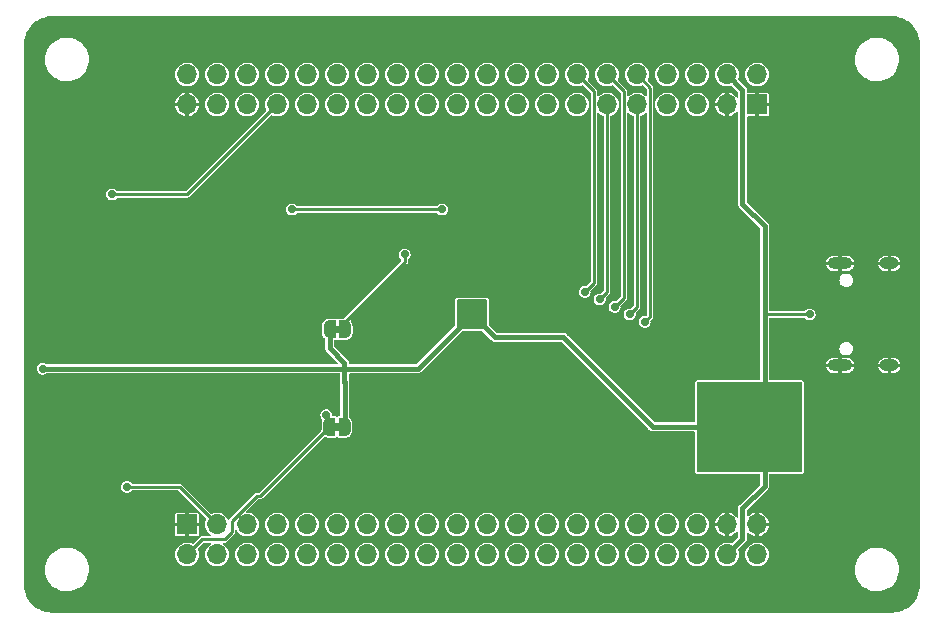
<source format=gbr>
G04 #@! TF.GenerationSoftware,KiCad,Pcbnew,6.0.7+dfsg-3*
G04 #@! TF.CreationDate,2022-10-14T13:09:43+08:00*
G04 #@! TF.ProjectId,mcustm32f446,6d637573-746d-4333-9266-3434362e6b69,a*
G04 #@! TF.SameCoordinates,PX6b302f8PY7aeef28*
G04 #@! TF.FileFunction,Copper,L2,Bot*
G04 #@! TF.FilePolarity,Positive*
%FSLAX46Y46*%
G04 Gerber Fmt 4.6, Leading zero omitted, Abs format (unit mm)*
G04 Created by KiCad (PCBNEW 6.0.7+dfsg-3) date 2022-10-14 13:09:43*
%MOMM*%
%LPD*%
G01*
G04 APERTURE LIST*
G04 Aperture macros list*
%AMFreePoly0*
4,1,22,0.500000,-0.750000,0.000000,-0.750000,0.000000,-0.745033,-0.079941,-0.743568,-0.215256,-0.701293,-0.333266,-0.622738,-0.424486,-0.514219,-0.481581,-0.384460,-0.499164,-0.250000,-0.500000,-0.250000,-0.500000,0.250000,-0.499164,0.250000,-0.499963,0.256109,-0.478152,0.396186,-0.417904,0.524511,-0.324060,0.630769,-0.204165,0.706417,-0.067858,0.745374,0.000000,0.744959,0.000000,0.750000,
0.500000,0.750000,0.500000,-0.750000,0.500000,-0.750000,$1*%
%AMFreePoly1*
4,1,20,0.000000,0.744959,0.073905,0.744508,0.209726,0.703889,0.328688,0.626782,0.421226,0.519385,0.479903,0.390333,0.500000,0.250000,0.500000,-0.250000,0.499851,-0.262216,0.476331,-0.402017,0.414519,-0.529596,0.319384,-0.634700,0.198574,-0.708877,0.061801,-0.746166,0.000000,-0.745033,0.000000,-0.750000,-0.500000,-0.750000,-0.500000,0.750000,0.000000,0.750000,0.000000,0.744959,
0.000000,0.744959,$1*%
G04 Aperture macros list end*
G04 #@! TA.AperFunction,ComponentPad*
%ADD10O,2.100000X1.000000*%
G04 #@! TD*
G04 #@! TA.AperFunction,ComponentPad*
%ADD11O,1.600000X1.000000*%
G04 #@! TD*
G04 #@! TA.AperFunction,ComponentPad*
%ADD12R,1.700000X1.700000*%
G04 #@! TD*
G04 #@! TA.AperFunction,ComponentPad*
%ADD13O,1.700000X1.700000*%
G04 #@! TD*
G04 #@! TA.AperFunction,SMDPad,CuDef*
%ADD14FreePoly0,0.000000*%
G04 #@! TD*
G04 #@! TA.AperFunction,SMDPad,CuDef*
%ADD15FreePoly1,0.000000*%
G04 #@! TD*
G04 #@! TA.AperFunction,SMDPad,CuDef*
%ADD16FreePoly0,180.000000*%
G04 #@! TD*
G04 #@! TA.AperFunction,SMDPad,CuDef*
%ADD17FreePoly1,180.000000*%
G04 #@! TD*
G04 #@! TA.AperFunction,ViaPad*
%ADD18C,0.700000*%
G04 #@! TD*
G04 #@! TA.AperFunction,Conductor*
%ADD19C,0.228600*%
G04 #@! TD*
G04 #@! TA.AperFunction,Conductor*
%ADD20C,0.457200*%
G04 #@! TD*
G04 APERTURE END LIST*
G04 #@! TO.C,JP1*
G36*
X28840000Y25735000D02*
G01*
X28340000Y25735000D01*
X28340000Y26335000D01*
X28840000Y26335000D01*
X28840000Y25735000D01*
G37*
G04 #@! TO.C,JP2*
G36*
X28825000Y17480000D02*
G01*
X28325000Y17480000D01*
X28325000Y18080000D01*
X28825000Y18080000D01*
X28825000Y17480000D01*
G37*
G04 #@! TD*
D10*
G04 #@! TO.P,J1,S1,SHIELD*
G04 #@! TO.N,GND*
X71165000Y31625000D03*
D11*
X75345000Y22985000D03*
D10*
X71165000Y22985000D03*
D11*
X75345000Y31625000D03*
G04 #@! TD*
D12*
G04 #@! TO.P,J3,1,GND*
G04 #@! TO.N,GND*
X64135000Y45085000D03*
D13*
G04 #@! TO.P,J3,2,5V*
G04 #@! TO.N,+5V*
X64135000Y47625000D03*
G04 #@! TO.P,J3,3,GND*
G04 #@! TO.N,GND*
X61595000Y45085000D03*
G04 #@! TO.P,J3,4,3.3V*
G04 #@! TO.N,+3V3*
X61595000Y47625000D03*
G04 #@! TO.P,J3,5,U16*
G04 #@! TO.N,unconnected-(J3-Pad5)*
X59055000Y45085000D03*
G04 #@! TO.P,J3,6,U15*
G04 #@! TO.N,unconnected-(J3-Pad6)*
X59055000Y47625000D03*
G04 #@! TO.P,J3,7,U14*
G04 #@! TO.N,unconnected-(J3-Pad7)*
X56515000Y45085000D03*
G04 #@! TO.P,J3,8,U13*
G04 #@! TO.N,unconnected-(J3-Pad8)*
X56515000Y47625000D03*
G04 #@! TO.P,J3,9,PA9*
G04 #@! TO.N,PA9*
X53975000Y45085000D03*
G04 #@! TO.P,J3,10,PA8*
G04 #@! TO.N,PA8*
X53975000Y47625000D03*
G04 #@! TO.P,J3,11,PA11*
G04 #@! TO.N,PA11*
X51435000Y45085000D03*
G04 #@! TO.P,J3,12,PA10*
G04 #@! TO.N,PA10*
X51435000Y47625000D03*
G04 #@! TO.P,J3,13,PA13*
G04 #@! TO.N,PA13*
X48895000Y45085000D03*
G04 #@! TO.P,J3,14,PA12*
G04 #@! TO.N,PA12*
X48895000Y47625000D03*
G04 #@! TO.P,J3,15,PA15*
G04 #@! TO.N,PA15*
X46355000Y45085000D03*
G04 #@! TO.P,J3,16,PA14*
G04 #@! TO.N,PA14*
X46355000Y47625000D03*
G04 #@! TO.P,J3,17,U12*
G04 #@! TO.N,unconnected-(J3-Pad17)*
X43815000Y45085000D03*
G04 #@! TO.P,J3,18,U11*
G04 #@! TO.N,unconnected-(J3-Pad18)*
X43815000Y47625000D03*
G04 #@! TO.P,J3,19,PC11*
G04 #@! TO.N,PC11*
X41275000Y45085000D03*
G04 #@! TO.P,J3,20,PC10*
G04 #@! TO.N,PC10*
X41275000Y47625000D03*
G04 #@! TO.P,J3,21,U8*
G04 #@! TO.N,unconnected-(J3-Pad21)*
X38735000Y45085000D03*
G04 #@! TO.P,J3,22,PC12*
G04 #@! TO.N,PC12*
X38735000Y47625000D03*
G04 #@! TO.P,J3,23,23*
G04 #@! TO.N,PB3*
X36195000Y45085000D03*
G04 #@! TO.P,J3,24,PD2*
G04 #@! TO.N,PD2*
X36195000Y47625000D03*
G04 #@! TO.P,J3,25,PB5*
G04 #@! TO.N,PB5*
X33655000Y45085000D03*
G04 #@! TO.P,J3,26,PB4*
G04 #@! TO.N,PB4*
X33655000Y47625000D03*
G04 #@! TO.P,J3,27,PB7*
G04 #@! TO.N,PB7*
X31115000Y45085000D03*
G04 #@! TO.P,J3,28,PB6*
G04 #@! TO.N,PB6*
X31115000Y47625000D03*
G04 #@! TO.P,J3,29,PB9*
G04 #@! TO.N,PB9*
X28575000Y45085000D03*
G04 #@! TO.P,J3,30,PB8*
G04 #@! TO.N,PB8*
X28575000Y47625000D03*
G04 #@! TO.P,J3,31,U10*
G04 #@! TO.N,unconnected-(J3-Pad31)*
X26035000Y45085000D03*
G04 #@! TO.P,J3,32,U9*
G04 #@! TO.N,unconnected-(J3-Pad32)*
X26035000Y47625000D03*
G04 #@! TO.P,J3,33,PC13*
G04 #@! TO.N,PC13*
X23495000Y45085000D03*
G04 #@! TO.P,J3,34,PC14*
G04 #@! TO.N,PC14*
X23495000Y47625000D03*
G04 #@! TO.P,J3,35,PC15*
G04 #@! TO.N,PC15*
X20955000Y45085000D03*
G04 #@! TO.P,J3,36,U7*
G04 #@! TO.N,unconnected-(J3-Pad36)*
X20955000Y47625000D03*
G04 #@! TO.P,J3,37,U6*
G04 #@! TO.N,unconnected-(J3-Pad37)*
X18415000Y45085000D03*
G04 #@! TO.P,J3,38,U5*
G04 #@! TO.N,unconnected-(J3-Pad38)*
X18415000Y47625000D03*
G04 #@! TO.P,J3,39,GND*
G04 #@! TO.N,GND*
X15875000Y45085000D03*
G04 #@! TO.P,J3,40,VB*
G04 #@! TO.N,VBAT*
X15875000Y47625000D03*
G04 #@! TD*
D12*
G04 #@! TO.P,J2,1,GND*
G04 #@! TO.N,GND*
X15875000Y9525000D03*
D13*
G04 #@! TO.P,J2,2,VA*
G04 #@! TO.N,VDDA*
X15875000Y6985000D03*
G04 #@! TO.P,J2,3,NRST*
G04 #@! TO.N,NRST*
X18415000Y9525000D03*
G04 #@! TO.P,J2,4,BO0*
G04 #@! TO.N,BO0*
X18415000Y6985000D03*
G04 #@! TO.P,J2,5,PC1*
G04 #@! TO.N,PC1*
X20955000Y9525000D03*
G04 #@! TO.P,J2,6,PC0*
G04 #@! TO.N,PC0*
X20955000Y6985000D03*
G04 #@! TO.P,J2,7,PC3*
G04 #@! TO.N,PC3*
X23495000Y9525000D03*
G04 #@! TO.P,J2,8,PC2*
G04 #@! TO.N,PC2*
X23495000Y6985000D03*
G04 #@! TO.P,J2,9,PA1*
G04 #@! TO.N,PA1*
X26035000Y9525000D03*
G04 #@! TO.P,J2,10,PA0*
G04 #@! TO.N,PA0*
X26035000Y6985000D03*
G04 #@! TO.P,J2,11,PA3*
G04 #@! TO.N,PA3*
X28575000Y9525000D03*
G04 #@! TO.P,J2,12,PA2*
G04 #@! TO.N,PA2*
X28575000Y6985000D03*
G04 #@! TO.P,J2,13,PA5*
G04 #@! TO.N,PA5*
X31115000Y9525000D03*
G04 #@! TO.P,J2,14,PA4*
G04 #@! TO.N,PA4*
X31115000Y6985000D03*
G04 #@! TO.P,J2,15,PA7*
G04 #@! TO.N,PA7*
X33655000Y9525000D03*
G04 #@! TO.P,J2,16,PA6*
G04 #@! TO.N,PA6*
X33655000Y6985000D03*
G04 #@! TO.P,J2,17,PC5*
G04 #@! TO.N,PC5*
X36195000Y9525000D03*
G04 #@! TO.P,J2,18,PC4*
G04 #@! TO.N,PC4*
X36195000Y6985000D03*
G04 #@! TO.P,J2,19,PB1*
G04 #@! TO.N,PB1*
X38735000Y9525000D03*
G04 #@! TO.P,J2,20,PB0*
G04 #@! TO.N,PB0*
X38735000Y6985000D03*
G04 #@! TO.P,J2,21,U0*
G04 #@! TO.N,unconnected-(J2-Pad21)*
X41275000Y9525000D03*
G04 #@! TO.P,J2,22,PB2*
G04 #@! TO.N,PB2*
X41275000Y6985000D03*
G04 #@! TO.P,J2,23,PB11*
G04 #@! TO.N,unconnected-(J2-Pad23)*
X43815000Y9525000D03*
G04 #@! TO.P,J2,24,PB10*
G04 #@! TO.N,PB10*
X43815000Y6985000D03*
G04 #@! TO.P,J2,25,PB13*
G04 #@! TO.N,PB13*
X46355000Y9525000D03*
G04 #@! TO.P,J2,26,PB12*
G04 #@! TO.N,PB12*
X46355000Y6985000D03*
G04 #@! TO.P,J2,27,PB15*
G04 #@! TO.N,PB15*
X48895000Y9525000D03*
G04 #@! TO.P,J2,28,PB14*
G04 #@! TO.N,PB14*
X48895000Y6985000D03*
G04 #@! TO.P,J2,29,PC7*
G04 #@! TO.N,PC7*
X51435000Y9525000D03*
G04 #@! TO.P,J2,30,PC6*
G04 #@! TO.N,PC6*
X51435000Y6985000D03*
G04 #@! TO.P,J2,31,PC9*
G04 #@! TO.N,PC9*
X53975000Y9525000D03*
G04 #@! TO.P,J2,32,PC8*
G04 #@! TO.N,PC8*
X53975000Y6985000D03*
G04 #@! TO.P,J2,33,U2*
G04 #@! TO.N,unconnected-(J2-Pad33)*
X56515000Y9525000D03*
G04 #@! TO.P,J2,34,U1*
G04 #@! TO.N,unconnected-(J2-Pad34)*
X56515000Y6985000D03*
G04 #@! TO.P,J2,35,U4*
G04 #@! TO.N,unconnected-(J2-Pad35)*
X59055000Y9525000D03*
G04 #@! TO.P,J2,36,U3*
G04 #@! TO.N,unconnected-(J2-Pad36)*
X59055000Y6985000D03*
G04 #@! TO.P,J2,37,GND*
G04 #@! TO.N,GND*
X61595000Y9525000D03*
G04 #@! TO.P,J2,38,3.3V*
G04 #@! TO.N,+3V3*
X61595000Y6985000D03*
G04 #@! TO.P,J2,39,GND*
G04 #@! TO.N,GND*
X64135000Y9525000D03*
G04 #@! TO.P,J2,40,5V*
G04 #@! TO.N,+5V*
X64135000Y6985000D03*
G04 #@! TD*
D14*
G04 #@! TO.P,JP1,1,A*
G04 #@! TO.N,+3V3*
X27940000Y26035000D03*
D15*
G04 #@! TO.P,JP1,2,B*
G04 #@! TO.N,VBAT*
X29240000Y26035000D03*
G04 #@! TD*
D16*
G04 #@! TO.P,JP2,1,A*
G04 #@! TO.N,+3V3*
X29225000Y17780000D03*
D17*
G04 #@! TO.P,JP2,2,B*
G04 #@! TO.N,VDDA*
X27925000Y17780000D03*
G04 #@! TD*
D18*
G04 #@! TO.N,+3V3*
X64770000Y19685000D03*
X63500000Y19685000D03*
X62230000Y19685000D03*
X62230000Y15875000D03*
X63500000Y15875000D03*
X64770000Y15875000D03*
X39370000Y27940000D03*
X3657500Y22707500D03*
X68580000Y27305000D03*
X62230000Y17780000D03*
X40640000Y27940000D03*
X63500000Y17780000D03*
X39370000Y26670000D03*
X64770000Y17780000D03*
X40640000Y26670000D03*
G04 #@! TO.N,GND*
X46990000Y22129500D03*
X43815000Y12065000D03*
X48895000Y12065000D03*
X37084000Y17780000D03*
X45005000Y37805000D03*
X40005000Y25400000D03*
X63500000Y27305000D03*
X44450000Y19685000D03*
X33655000Y20955000D03*
X41910000Y27305000D03*
X45085000Y41275000D03*
X38100000Y27400500D03*
X35560000Y32385000D03*
X45063800Y32386332D03*
X26669482Y23484556D03*
X37465000Y40005000D03*
X55880000Y24130000D03*
X40005000Y29210000D03*
X33020000Y32385000D03*
X36195000Y41275000D03*
G04 #@! TO.N,PA12*
X49530000Y29210000D03*
G04 #@! TO.N,PA11*
X50800000Y28575000D03*
G04 #@! TO.N,PA10*
X52070000Y27940000D03*
G04 #@! TO.N,PA9*
X53340000Y27305000D03*
G04 #@! TO.N,PA8*
X54610000Y26670000D03*
G04 #@! TO.N,VBAT*
X34290000Y32385000D03*
G04 #@! TO.N,NRST*
X10795000Y12700000D03*
G04 #@! TO.N,PC13*
X9525000Y37465000D03*
G04 #@! TO.N,BO0*
X37465000Y36195000D03*
X24765000Y36195000D03*
G04 #@! TO.N,VDDA*
X27675366Y18785366D03*
G04 #@! TD*
D19*
G04 #@! TO.N,+3V3*
X64770000Y27305000D02*
X68580000Y27305000D01*
D20*
X29207500Y23192500D02*
X27940000Y24460000D01*
X64770000Y15875000D02*
X64770000Y12770000D01*
X55330000Y17780000D02*
X62230000Y17780000D01*
X29207500Y22707500D02*
X29207500Y23192500D01*
X3657500Y22707500D02*
X28092500Y22707500D01*
X29207500Y22707500D02*
X28092500Y22707500D01*
X64770000Y27305000D02*
X64770000Y19685000D01*
X64770000Y12770000D02*
X62903999Y10903999D01*
X64770000Y34780000D02*
X64770000Y27305000D01*
X40640000Y26670000D02*
X40640000Y27940000D01*
X62903999Y46316001D02*
X62903999Y36646001D01*
X40640000Y26670000D02*
X41940000Y25370000D01*
X61595000Y47625000D02*
X62903999Y46316001D01*
X62903999Y8293999D02*
X61595000Y6985000D01*
X39370000Y27940000D02*
X39370000Y26670000D01*
X41940000Y25370000D02*
X47740000Y25370000D01*
X47740000Y25370000D02*
X55330000Y17780000D01*
X62903999Y36646001D02*
X64770000Y34780000D01*
X29207500Y22707500D02*
X29207500Y21592500D01*
X29207500Y21592500D02*
X29225000Y21575000D01*
X27940000Y24460000D02*
X27940000Y26035000D01*
X29225000Y17780000D02*
X29225000Y21575000D01*
X35407500Y22707500D02*
X29207500Y22707500D01*
X39370000Y26670000D02*
X35407500Y22707500D01*
X39370000Y26670000D02*
X40640000Y26670000D01*
X40640000Y27940000D02*
X39370000Y27940000D01*
X62903999Y10903999D02*
X62903999Y8293999D01*
D19*
G04 #@! TO.N,PA12*
X48895000Y47625000D02*
X50318299Y46201701D01*
X50318299Y29998299D02*
X49530000Y29210000D01*
X50318299Y46201701D02*
X50318299Y29998299D01*
G04 #@! TO.N,PA11*
X51435000Y45085000D02*
X51435000Y29210000D01*
X51435000Y29210000D02*
X50800000Y28575000D01*
G04 #@! TO.N,PA10*
X52858299Y28728299D02*
X52858299Y46201701D01*
X52070000Y27940000D02*
X52858299Y28728299D01*
X52858299Y46201701D02*
X51435000Y47625000D01*
G04 #@! TO.N,PA9*
X53340000Y27305000D02*
X53975000Y27940000D01*
X53975000Y27940000D02*
X53975000Y45085000D01*
G04 #@! TO.N,PA8*
X55091701Y27151701D02*
X54610000Y26670000D01*
X55091701Y46508299D02*
X55091701Y27151701D01*
X53975000Y47625000D02*
X55091701Y46508299D01*
G04 #@! TO.N,VBAT*
X29240000Y26035000D02*
X29240000Y26700000D01*
X29240000Y26700000D02*
X34290000Y31750000D01*
X34290000Y31750000D02*
X34290000Y32385000D01*
G04 #@! TO.N,NRST*
X10795000Y12700000D02*
X15240000Y12700000D01*
X15240000Y12700000D02*
X18415000Y9525000D01*
G04 #@! TO.N,PC13*
X15875000Y37465000D02*
X23495000Y45085000D01*
X9525000Y37465000D02*
X15875000Y37465000D01*
G04 #@! TO.N,BO0*
X37465000Y36195000D02*
X24765000Y36195000D01*
G04 #@! TO.N,VDDA*
X27925000Y17780000D02*
X27925000Y18535732D01*
X19050000Y8255000D02*
X17145000Y8255000D01*
X19685000Y9834253D02*
X19685000Y8890000D01*
X19685000Y8890000D02*
X19050000Y8255000D01*
X27925000Y17780000D02*
X22071700Y11926700D01*
X27925000Y18535732D02*
X27675366Y18785366D01*
X17145000Y8255000D02*
X15875000Y6985000D01*
X21777447Y11926700D02*
X19685000Y9834253D01*
X22071700Y11926700D02*
X21777447Y11926700D01*
G04 #@! TD*
G04 #@! TA.AperFunction,Conductor*
G04 #@! TO.N,+3V3*
G36*
X67918138Y21572407D02*
G01*
X67943858Y21527858D01*
X67945000Y21514800D01*
X67945000Y14045200D01*
X67927407Y13996862D01*
X67882858Y13971142D01*
X67869800Y13970000D01*
X59130200Y13970000D01*
X59081862Y13987593D01*
X59056142Y14032142D01*
X59055000Y14045200D01*
X59055000Y21514800D01*
X59072593Y21563138D01*
X59117142Y21588858D01*
X59130200Y21590000D01*
X67869800Y21590000D01*
X67918138Y21572407D01*
G37*
G04 #@! TD.AperFunction*
G04 #@! TD*
G04 #@! TA.AperFunction,Conductor*
G04 #@! TO.N,+3V3*
G36*
X41248138Y28557407D02*
G01*
X41273858Y28512858D01*
X41275000Y28499800D01*
X41275000Y26110200D01*
X41257407Y26061862D01*
X41212858Y26036142D01*
X41199800Y26035000D01*
X38810200Y26035000D01*
X38761862Y26052593D01*
X38736142Y26097142D01*
X38735000Y26110200D01*
X38735000Y28499800D01*
X38752593Y28548138D01*
X38797142Y28573858D01*
X38810200Y28575000D01*
X41199800Y28575000D01*
X41248138Y28557407D01*
G37*
G04 #@! TD.AperFunction*
G04 #@! TD*
G04 #@! TA.AperFunction,Conductor*
G04 #@! TO.N,GND*
G36*
X75554431Y52549538D02*
G01*
X75555435Y52549269D01*
X75565000Y52546706D01*
X75574563Y52549269D01*
X75582737Y52549269D01*
X75593622Y52550369D01*
X75848197Y52534969D01*
X75857211Y52533874D01*
X76131794Y52483555D01*
X76140611Y52481382D01*
X76260380Y52444061D01*
X76407138Y52398329D01*
X76415618Y52395113D01*
X76670194Y52280538D01*
X76678230Y52276321D01*
X76917146Y52131891D01*
X76924605Y52126742D01*
X77144361Y51954574D01*
X77151158Y51948552D01*
X77348552Y51751158D01*
X77354574Y51744361D01*
X77526742Y51524605D01*
X77531891Y51517146D01*
X77641854Y51335246D01*
X77676320Y51278232D01*
X77680538Y51270194D01*
X77777025Y51055810D01*
X77795111Y51015624D01*
X77798331Y51007133D01*
X77881382Y50740611D01*
X77883555Y50731794D01*
X77933874Y50457211D01*
X77934969Y50448197D01*
X77950369Y50193622D01*
X77949269Y50182737D01*
X77949269Y50174563D01*
X77946706Y50165000D01*
X77949268Y50155438D01*
X77949538Y50154431D01*
X77952100Y50134968D01*
X77952100Y4475032D01*
X77949538Y4455570D01*
X77946706Y4445000D01*
X77949269Y4435437D01*
X77949269Y4427263D01*
X77950369Y4416378D01*
X77934969Y4161803D01*
X77933874Y4152789D01*
X77883555Y3878206D01*
X77881382Y3869389D01*
X77798331Y3602867D01*
X77795113Y3594382D01*
X77680540Y3339809D01*
X77676321Y3331770D01*
X77531891Y3092854D01*
X77526742Y3085395D01*
X77354574Y2865639D01*
X77348552Y2858842D01*
X77151158Y2661448D01*
X77144361Y2655426D01*
X76924605Y2483258D01*
X76917146Y2478109D01*
X76678232Y2333680D01*
X76670194Y2329462D01*
X76415618Y2214887D01*
X76407138Y2211671D01*
X76260380Y2165939D01*
X76140611Y2128618D01*
X76131794Y2126445D01*
X75857211Y2076126D01*
X75848197Y2075031D01*
X75593622Y2059631D01*
X75582737Y2060731D01*
X75574563Y2060731D01*
X75565000Y2063294D01*
X75555438Y2060732D01*
X75554431Y2060462D01*
X75534968Y2057900D01*
X4475032Y2057900D01*
X4455569Y2060462D01*
X4454562Y2060732D01*
X4445000Y2063294D01*
X4435437Y2060731D01*
X4427263Y2060731D01*
X4416378Y2059631D01*
X4161803Y2075031D01*
X4152789Y2076126D01*
X3878206Y2126445D01*
X3869389Y2128618D01*
X3749620Y2165939D01*
X3602862Y2211671D01*
X3594382Y2214887D01*
X3339806Y2329462D01*
X3331768Y2333680D01*
X3092854Y2478109D01*
X3085395Y2483258D01*
X2865639Y2655426D01*
X2858842Y2661448D01*
X2661448Y2858842D01*
X2655426Y2865639D01*
X2483258Y3085395D01*
X2478109Y3092854D01*
X2333679Y3331770D01*
X2329460Y3339809D01*
X2214887Y3594382D01*
X2211669Y3602867D01*
X2128618Y3869389D01*
X2126445Y3878206D01*
X2076126Y4152789D01*
X2075031Y4161803D01*
X2059631Y4416378D01*
X2060731Y4427263D01*
X2060731Y4435437D01*
X2063294Y4445000D01*
X2060462Y4455570D01*
X2057900Y4475032D01*
X2057900Y5672905D01*
X3860028Y5672905D01*
X3860287Y5670191D01*
X3860287Y5670187D01*
X3877840Y5486207D01*
X3885534Y5405569D01*
X3949364Y5144715D01*
X4050182Y4895808D01*
X4051557Y4893460D01*
X4144627Y4734509D01*
X4185875Y4664062D01*
X4353601Y4454331D01*
X4355595Y4452469D01*
X4355598Y4452465D01*
X4381170Y4428577D01*
X4549846Y4271009D01*
X4770499Y4117936D01*
X4772933Y4116725D01*
X4772940Y4116721D01*
X5008491Y3999537D01*
X5008495Y3999535D01*
X5010938Y3998320D01*
X5266126Y3914665D01*
X5268810Y3914199D01*
X5268814Y3914198D01*
X5528452Y3869117D01*
X5528456Y3869117D01*
X5530717Y3868724D01*
X5615567Y3864500D01*
X5783223Y3864500D01*
X5982846Y3878984D01*
X6245080Y3936880D01*
X6247622Y3937843D01*
X6247625Y3937844D01*
X6493664Y4031060D01*
X6496211Y4032025D01*
X6653674Y4119488D01*
X6728587Y4161099D01*
X6730976Y4162426D01*
X6871222Y4269458D01*
X6942294Y4323698D01*
X6942298Y4323702D01*
X6944458Y4325350D01*
X7132185Y4517386D01*
X7133790Y4519591D01*
X7288621Y4732305D01*
X7288622Y4732307D01*
X7290225Y4734509D01*
X7375089Y4895808D01*
X7413998Y4969763D01*
X7414000Y4969768D01*
X7415265Y4972172D01*
X7504688Y5225397D01*
X7556620Y5488878D01*
X7565781Y5672905D01*
X72440028Y5672905D01*
X72440287Y5670191D01*
X72440287Y5670187D01*
X72457840Y5486207D01*
X72465534Y5405569D01*
X72529364Y5144715D01*
X72630182Y4895808D01*
X72631557Y4893460D01*
X72724627Y4734509D01*
X72765875Y4664062D01*
X72933601Y4454331D01*
X72935595Y4452469D01*
X72935598Y4452465D01*
X72961170Y4428577D01*
X73129846Y4271009D01*
X73350499Y4117936D01*
X73352933Y4116725D01*
X73352940Y4116721D01*
X73588491Y3999537D01*
X73588495Y3999535D01*
X73590938Y3998320D01*
X73846126Y3914665D01*
X73848810Y3914199D01*
X73848814Y3914198D01*
X74108452Y3869117D01*
X74108456Y3869117D01*
X74110717Y3868724D01*
X74195567Y3864500D01*
X74363223Y3864500D01*
X74562846Y3878984D01*
X74825080Y3936880D01*
X74827622Y3937843D01*
X74827625Y3937844D01*
X75073664Y4031060D01*
X75076211Y4032025D01*
X75233674Y4119488D01*
X75308587Y4161099D01*
X75310976Y4162426D01*
X75451222Y4269458D01*
X75522294Y4323698D01*
X75522298Y4323702D01*
X75524458Y4325350D01*
X75712185Y4517386D01*
X75713790Y4519591D01*
X75868621Y4732305D01*
X75868622Y4732307D01*
X75870225Y4734509D01*
X75955089Y4895808D01*
X75993998Y4969763D01*
X75994000Y4969768D01*
X75995265Y4972172D01*
X76084688Y5225397D01*
X76136620Y5488878D01*
X76149972Y5757095D01*
X76132415Y5941122D01*
X76124725Y6021719D01*
X76124724Y6021722D01*
X76124466Y6024431D01*
X76119566Y6044458D01*
X76081033Y6201929D01*
X76060636Y6285285D01*
X75959818Y6534192D01*
X75866786Y6693078D01*
X75825503Y6763585D01*
X75825501Y6763588D01*
X75824125Y6765938D01*
X75791489Y6806748D01*
X75705266Y6914564D01*
X75656399Y6975669D01*
X75654405Y6977531D01*
X75654402Y6977535D01*
X75462145Y7157131D01*
X75460154Y7158991D01*
X75239501Y7312064D01*
X75237067Y7313275D01*
X75237060Y7313279D01*
X75001509Y7430463D01*
X75001505Y7430465D01*
X74999062Y7431680D01*
X74743874Y7515335D01*
X74741190Y7515801D01*
X74741186Y7515802D01*
X74481548Y7560883D01*
X74481544Y7560883D01*
X74479283Y7561276D01*
X74394433Y7565500D01*
X74226777Y7565500D01*
X74027154Y7551016D01*
X73764920Y7493120D01*
X73762378Y7492157D01*
X73762375Y7492156D01*
X73537932Y7407122D01*
X73513789Y7397975D01*
X73511407Y7396652D01*
X73511405Y7396651D01*
X73281413Y7268901D01*
X73279024Y7267574D01*
X73276855Y7265919D01*
X73276854Y7265918D01*
X73067706Y7106302D01*
X73067702Y7106298D01*
X73065542Y7104650D01*
X72877815Y6912614D01*
X72876210Y6910409D01*
X72770650Y6765385D01*
X72719775Y6695491D01*
X72718508Y6693083D01*
X72718505Y6693078D01*
X72633587Y6531674D01*
X72594735Y6457828D01*
X72505312Y6204603D01*
X72453380Y5941122D01*
X72440028Y5672905D01*
X7565781Y5672905D01*
X7569972Y5757095D01*
X7552415Y5941122D01*
X7544725Y6021719D01*
X7544724Y6021722D01*
X7544466Y6024431D01*
X7539566Y6044458D01*
X7501033Y6201929D01*
X7480636Y6285285D01*
X7379818Y6534192D01*
X7286786Y6693078D01*
X7245503Y6763585D01*
X7245501Y6763588D01*
X7244125Y6765938D01*
X7211489Y6806748D01*
X7125266Y6914564D01*
X7076399Y6975669D01*
X7074405Y6977531D01*
X7074402Y6977535D01*
X6882145Y7157131D01*
X6880154Y7158991D01*
X6659501Y7312064D01*
X6657067Y7313275D01*
X6657060Y7313279D01*
X6421509Y7430463D01*
X6421505Y7430465D01*
X6419062Y7431680D01*
X6163874Y7515335D01*
X6161190Y7515801D01*
X6161186Y7515802D01*
X5901548Y7560883D01*
X5901544Y7560883D01*
X5899283Y7561276D01*
X5814433Y7565500D01*
X5646777Y7565500D01*
X5447154Y7551016D01*
X5184920Y7493120D01*
X5182378Y7492157D01*
X5182375Y7492156D01*
X4957932Y7407122D01*
X4933789Y7397975D01*
X4931407Y7396652D01*
X4931405Y7396651D01*
X4701413Y7268901D01*
X4699024Y7267574D01*
X4696855Y7265919D01*
X4696854Y7265918D01*
X4487706Y7106302D01*
X4487702Y7106298D01*
X4485542Y7104650D01*
X4297815Y6912614D01*
X4296210Y6910409D01*
X4190650Y6765385D01*
X4139775Y6695491D01*
X4138508Y6693083D01*
X4138505Y6693078D01*
X4053587Y6531674D01*
X4014735Y6457828D01*
X3925312Y6204603D01*
X3873380Y5941122D01*
X3860028Y5672905D01*
X2057900Y5672905D01*
X2057900Y8663684D01*
X14872600Y8663684D01*
X14873321Y8656363D01*
X14879997Y8622802D01*
X14885558Y8609377D01*
X14911014Y8571280D01*
X14921280Y8561014D01*
X14959377Y8535558D01*
X14972802Y8529997D01*
X15006363Y8523321D01*
X15013684Y8522600D01*
X15709341Y8522600D01*
X15719498Y8526297D01*
X15722600Y8531669D01*
X15722600Y8535859D01*
X16027400Y8535859D01*
X16031097Y8525702D01*
X16036469Y8522600D01*
X16736316Y8522600D01*
X16743637Y8523321D01*
X16777198Y8529997D01*
X16790623Y8535558D01*
X16828720Y8561014D01*
X16838986Y8571280D01*
X16864442Y8609377D01*
X16870003Y8622802D01*
X16876679Y8656363D01*
X16877400Y8663684D01*
X16877400Y9359341D01*
X16873703Y9369498D01*
X16868331Y9372600D01*
X16040659Y9372600D01*
X16030502Y9368903D01*
X16027400Y9363531D01*
X16027400Y8535859D01*
X15722600Y8535859D01*
X15722600Y9359341D01*
X15718903Y9369498D01*
X15713531Y9372600D01*
X14885859Y9372600D01*
X14875702Y9368903D01*
X14872600Y9363531D01*
X14872600Y8663684D01*
X2057900Y8663684D01*
X2057900Y9690659D01*
X14872600Y9690659D01*
X14876297Y9680502D01*
X14881669Y9677400D01*
X15709341Y9677400D01*
X15719498Y9681097D01*
X15722600Y9686469D01*
X15722600Y9690659D01*
X16027400Y9690659D01*
X16031097Y9680502D01*
X16036469Y9677400D01*
X16864141Y9677400D01*
X16874298Y9681097D01*
X16877400Y9686469D01*
X16877400Y10386316D01*
X16876679Y10393637D01*
X16870003Y10427198D01*
X16864442Y10440623D01*
X16838986Y10478720D01*
X16828720Y10488986D01*
X16790623Y10514442D01*
X16777198Y10520003D01*
X16743637Y10526679D01*
X16736316Y10527400D01*
X16040659Y10527400D01*
X16030502Y10523703D01*
X16027400Y10518331D01*
X16027400Y9690659D01*
X15722600Y9690659D01*
X15722600Y10514141D01*
X15718903Y10524298D01*
X15713531Y10527400D01*
X15013684Y10527400D01*
X15006363Y10526679D01*
X14972802Y10520003D01*
X14959377Y10514442D01*
X14921280Y10488986D01*
X14911014Y10478720D01*
X14885558Y10440623D01*
X14879997Y10427198D01*
X14873321Y10393637D01*
X14872600Y10386316D01*
X14872600Y9690659D01*
X2057900Y9690659D01*
X2057900Y22713707D01*
X3149467Y22713707D01*
X3150161Y22708400D01*
X3150161Y22708397D01*
X3158284Y22646280D01*
X3168145Y22570870D01*
X3226162Y22439016D01*
X3229607Y22434918D01*
X3229608Y22434916D01*
X3279240Y22375872D01*
X3318854Y22328745D01*
X3438770Y22248923D01*
X3576269Y22205965D01*
X3650371Y22204607D01*
X3714936Y22203423D01*
X3714938Y22203423D01*
X3720298Y22203325D01*
X3725469Y22204735D01*
X3725471Y22204735D01*
X3801195Y22225380D01*
X3859279Y22241215D01*
X3979260Y22314884D01*
X4018609Y22326000D01*
X28750800Y22326000D01*
X28799138Y22308407D01*
X28824858Y22263858D01*
X28826000Y22250800D01*
X28826000Y21641230D01*
X28824316Y21625403D01*
X28821155Y21610720D01*
X28821886Y21604546D01*
X28825479Y21574184D01*
X28826000Y21565346D01*
X28826000Y21560808D01*
X28826509Y21557751D01*
X28826510Y21557737D01*
X28829384Y21540472D01*
X28829883Y21536967D01*
X28836082Y21484593D01*
X28838772Y21478990D01*
X28839517Y21476427D01*
X28839646Y21475860D01*
X28840084Y21474476D01*
X28840504Y21473031D01*
X28840303Y21472973D01*
X28841484Y21467780D01*
X28841578Y21467217D01*
X28841579Y21467216D01*
X28841583Y21467190D01*
X28840163Y21466954D01*
X28843500Y21452025D01*
X28843500Y18761095D01*
X28825907Y18712757D01*
X28781358Y18687037D01*
X28768300Y18685895D01*
X28725000Y18685895D01*
X28665342Y18674028D01*
X28659184Y18669914D01*
X28659183Y18669913D01*
X28616779Y18641579D01*
X28566813Y18629352D01*
X28533221Y18641579D01*
X28490817Y18669913D01*
X28490816Y18669914D01*
X28484658Y18674028D01*
X28425000Y18685895D01*
X28257498Y18685895D01*
X28209160Y18703488D01*
X28183440Y18748037D01*
X28182599Y18767813D01*
X28182803Y18770090D01*
X28183285Y18772953D01*
X28183437Y18785366D01*
X28183025Y18788246D01*
X28163775Y18922662D01*
X28163774Y18922666D01*
X28163015Y18927965D01*
X28103392Y19059100D01*
X28098904Y19064309D01*
X28012853Y19164176D01*
X28012850Y19164179D01*
X28009359Y19168230D01*
X28004868Y19171141D01*
X27892970Y19243669D01*
X27892969Y19243669D01*
X27888477Y19246581D01*
X27812278Y19269369D01*
X27755598Y19286321D01*
X27755595Y19286321D01*
X27750464Y19287856D01*
X27745109Y19287889D01*
X27745107Y19287889D01*
X27679890Y19288287D01*
X27606413Y19288736D01*
X27601263Y19287264D01*
X27601262Y19287264D01*
X27537159Y19268943D01*
X27467905Y19249151D01*
X27463379Y19246295D01*
X27463376Y19246294D01*
X27350603Y19175139D01*
X27346075Y19172282D01*
X27338916Y19164176D01*
X27254263Y19068325D01*
X27254261Y19068322D01*
X27250717Y19064309D01*
X27189495Y18933912D01*
X27167333Y18791573D01*
X27168027Y18786266D01*
X27168027Y18786263D01*
X27168525Y18782457D01*
X27186011Y18648736D01*
X27212006Y18589658D01*
X27235465Y18536344D01*
X27244028Y18516882D01*
X27331924Y18412317D01*
X27349559Y18363994D01*
X27342035Y18331141D01*
X27303475Y18251552D01*
X27290037Y18209444D01*
X27266275Y18068206D01*
X27264126Y18044249D01*
X27263975Y18031907D01*
X27265537Y18007900D01*
X27267068Y17997208D01*
X27268345Y17988293D01*
X27269105Y17977632D01*
X27269105Y17591310D01*
X27268063Y17578834D01*
X27266275Y17568206D01*
X27264126Y17544249D01*
X27263975Y17531907D01*
X27264070Y17530441D01*
X27264079Y17530115D01*
X27247767Y17481329D01*
X27242079Y17474956D01*
X21983048Y12215926D01*
X21936428Y12194186D01*
X21929874Y12193900D01*
X21811176Y12193900D01*
X21796505Y12195345D01*
X21790608Y12196518D01*
X21777447Y12199136D01*
X21770183Y12197691D01*
X21680453Y12179842D01*
X21680451Y12179841D01*
X21673191Y12178397D01*
X21584806Y12119341D01*
X21580693Y12113185D01*
X21574012Y12103186D01*
X21564659Y12091790D01*
X19519910Y10047041D01*
X19508515Y10037689D01*
X19492359Y10026894D01*
X19488245Y10020737D01*
X19488244Y10020736D01*
X19477452Y10004584D01*
X19446232Y9957859D01*
X19404750Y9927441D01*
X19353420Y9930804D01*
X19317307Y9964332D01*
X19276115Y10041802D01*
X19254379Y10082682D01*
X19130072Y10235097D01*
X18978528Y10360465D01*
X18805520Y10454010D01*
X18617637Y10512170D01*
X18472729Y10527400D01*
X18425690Y10532344D01*
X18425689Y10532344D01*
X18422035Y10532728D01*
X18363489Y10527400D01*
X18229824Y10515236D01*
X18229823Y10515236D01*
X18226166Y10514903D01*
X18222641Y10513866D01*
X18222638Y10513865D01*
X18041018Y10460411D01*
X18041015Y10460410D01*
X18037489Y10459372D01*
X18034230Y10457668D01*
X18034227Y10457667D01*
X17968906Y10423518D01*
X17917918Y10416714D01*
X17880892Y10436986D01*
X15452788Y12865090D01*
X15443435Y12876486D01*
X15436754Y12886485D01*
X15432641Y12892641D01*
X15405415Y12910832D01*
X15397748Y12915955D01*
X15397746Y12915956D01*
X15379688Y12928022D01*
X15344257Y12951697D01*
X15240000Y12972436D01*
X15232736Y12970991D01*
X15220942Y12968645D01*
X15206271Y12967200D01*
X11263125Y12967200D01*
X11214787Y12984793D01*
X11206156Y12993312D01*
X11132487Y13078810D01*
X11132484Y13078813D01*
X11128993Y13082864D01*
X11124502Y13085775D01*
X11012604Y13158303D01*
X11012603Y13158303D01*
X11008111Y13161215D01*
X10931912Y13184003D01*
X10875232Y13200955D01*
X10875229Y13200955D01*
X10870098Y13202490D01*
X10864743Y13202523D01*
X10864741Y13202523D01*
X10799524Y13202921D01*
X10726047Y13203370D01*
X10720897Y13201898D01*
X10720896Y13201898D01*
X10656793Y13183578D01*
X10587539Y13163785D01*
X10583013Y13160929D01*
X10583010Y13160928D01*
X10470237Y13089773D01*
X10465709Y13086916D01*
X10458550Y13078810D01*
X10373897Y12982959D01*
X10373895Y12982956D01*
X10370351Y12978943D01*
X10358237Y12953142D01*
X10326942Y12886485D01*
X10309129Y12848546D01*
X10286967Y12706207D01*
X10305645Y12563370D01*
X10363662Y12431516D01*
X10367107Y12427418D01*
X10367108Y12427416D01*
X10420923Y12363396D01*
X10456354Y12321245D01*
X10576270Y12241423D01*
X10713769Y12198465D01*
X10787871Y12197107D01*
X10852436Y12195923D01*
X10852438Y12195923D01*
X10857798Y12195825D01*
X10862969Y12197235D01*
X10862971Y12197235D01*
X10938695Y12217880D01*
X10996779Y12233715D01*
X11049871Y12266314D01*
X11114970Y12306284D01*
X11114973Y12306286D01*
X11119539Y12309090D01*
X11209128Y12408066D01*
X11254608Y12432095D01*
X11264879Y12432800D01*
X15098174Y12432800D01*
X15146512Y12415207D01*
X15151348Y12410774D01*
X17502517Y10059605D01*
X17524257Y10012985D01*
X17515243Y9970206D01*
X17488739Y9921996D01*
X17429269Y9734524D01*
X17407345Y9539070D01*
X17407653Y9535402D01*
X17407653Y9535399D01*
X17421324Y9372600D01*
X17423803Y9343081D01*
X17478015Y9154021D01*
X17567916Y8979092D01*
X17690083Y8824956D01*
X17692877Y8822578D01*
X17692878Y8822577D01*
X17727263Y8793313D01*
X17839862Y8697484D01*
X17843063Y8695695D01*
X17843066Y8695693D01*
X17901485Y8663044D01*
X17935097Y8624104D01*
X17935815Y8572669D01*
X17903304Y8532806D01*
X17864798Y8522200D01*
X17178725Y8522200D01*
X17164054Y8523645D01*
X17152265Y8525990D01*
X17152264Y8525990D01*
X17145000Y8527435D01*
X17137735Y8525990D01*
X17120693Y8522600D01*
X17040743Y8506697D01*
X17017078Y8490884D01*
X16952359Y8447641D01*
X16948246Y8441485D01*
X16941563Y8431483D01*
X16932210Y8420087D01*
X16409402Y7897279D01*
X16362782Y7875539D01*
X16320461Y7884304D01*
X16268760Y7912259D01*
X16268753Y7912262D01*
X16265520Y7914010D01*
X16077637Y7972170D01*
X15942672Y7986355D01*
X15885690Y7992344D01*
X15885689Y7992344D01*
X15882035Y7992728D01*
X15812006Y7986355D01*
X15689824Y7975236D01*
X15689823Y7975236D01*
X15686166Y7974903D01*
X15682641Y7973866D01*
X15682638Y7973865D01*
X15501019Y7920411D01*
X15497489Y7919372D01*
X15323192Y7828252D01*
X15169912Y7705012D01*
X15043489Y7554347D01*
X15041718Y7551125D01*
X15041717Y7551124D01*
X15009829Y7493120D01*
X14948739Y7381996D01*
X14889269Y7194524D01*
X14867345Y6999070D01*
X14867653Y6995402D01*
X14867653Y6995399D01*
X14870889Y6956862D01*
X14883803Y6803081D01*
X14938015Y6614021D01*
X15027916Y6439092D01*
X15150083Y6284956D01*
X15152877Y6282578D01*
X15152878Y6282577D01*
X15187691Y6252949D01*
X15299862Y6157484D01*
X15303063Y6155695D01*
X15303066Y6155693D01*
X15341656Y6134126D01*
X15471547Y6061533D01*
X15475044Y6060397D01*
X15475048Y6060395D01*
X15567615Y6030319D01*
X15658600Y6000756D01*
X15765984Y5987951D01*
X15850237Y5977904D01*
X15850239Y5977904D01*
X15853895Y5977468D01*
X16049994Y5992557D01*
X16173627Y6027076D01*
X16235883Y6044458D01*
X16235885Y6044459D01*
X16239428Y6045448D01*
X16414981Y6134126D01*
X16569966Y6255214D01*
X16698480Y6404099D01*
X16727546Y6455264D01*
X16793810Y6571909D01*
X16793812Y6571912D01*
X16795628Y6575110D01*
X16857710Y6761734D01*
X16882360Y6956862D01*
X16882753Y6985000D01*
X16882548Y6987093D01*
X16863921Y7177073D01*
X16863920Y7177078D01*
X16863561Y7180740D01*
X16806714Y7369025D01*
X16773890Y7430759D01*
X16766731Y7481697D01*
X16787114Y7519236D01*
X17233651Y7965774D01*
X17280271Y7987514D01*
X17286825Y7987800D01*
X17862219Y7987800D01*
X17910557Y7970207D01*
X17936277Y7925658D01*
X17927344Y7875000D01*
X17897058Y7845957D01*
X17866450Y7829956D01*
X17866444Y7829952D01*
X17863192Y7828252D01*
X17709912Y7705012D01*
X17583489Y7554347D01*
X17581718Y7551125D01*
X17581717Y7551124D01*
X17549829Y7493120D01*
X17488739Y7381996D01*
X17429269Y7194524D01*
X17407345Y6999070D01*
X17407653Y6995402D01*
X17407653Y6995399D01*
X17410889Y6956862D01*
X17423803Y6803081D01*
X17478015Y6614021D01*
X17567916Y6439092D01*
X17690083Y6284956D01*
X17692877Y6282578D01*
X17692878Y6282577D01*
X17727691Y6252949D01*
X17839862Y6157484D01*
X17843063Y6155695D01*
X17843066Y6155693D01*
X17881656Y6134126D01*
X18011547Y6061533D01*
X18015044Y6060397D01*
X18015048Y6060395D01*
X18107615Y6030319D01*
X18198600Y6000756D01*
X18305984Y5987951D01*
X18390237Y5977904D01*
X18390239Y5977904D01*
X18393895Y5977468D01*
X18589994Y5992557D01*
X18713627Y6027076D01*
X18775883Y6044458D01*
X18775885Y6044459D01*
X18779428Y6045448D01*
X18954981Y6134126D01*
X19109966Y6255214D01*
X19238480Y6404099D01*
X19267546Y6455264D01*
X19333810Y6571909D01*
X19333812Y6571912D01*
X19335628Y6575110D01*
X19397710Y6761734D01*
X19422360Y6956862D01*
X19422753Y6985000D01*
X19422548Y6987093D01*
X19421374Y6999070D01*
X19947345Y6999070D01*
X19947653Y6995402D01*
X19947653Y6995399D01*
X19950889Y6956862D01*
X19963803Y6803081D01*
X20018015Y6614021D01*
X20107916Y6439092D01*
X20230083Y6284956D01*
X20232877Y6282578D01*
X20232878Y6282577D01*
X20267691Y6252949D01*
X20379862Y6157484D01*
X20383063Y6155695D01*
X20383066Y6155693D01*
X20421656Y6134126D01*
X20551547Y6061533D01*
X20555044Y6060397D01*
X20555048Y6060395D01*
X20647615Y6030319D01*
X20738600Y6000756D01*
X20845984Y5987951D01*
X20930237Y5977904D01*
X20930239Y5977904D01*
X20933895Y5977468D01*
X21129994Y5992557D01*
X21253627Y6027076D01*
X21315883Y6044458D01*
X21315885Y6044459D01*
X21319428Y6045448D01*
X21494981Y6134126D01*
X21649966Y6255214D01*
X21778480Y6404099D01*
X21807546Y6455264D01*
X21873810Y6571909D01*
X21873812Y6571912D01*
X21875628Y6575110D01*
X21937710Y6761734D01*
X21962360Y6956862D01*
X21962753Y6985000D01*
X21962548Y6987093D01*
X21961374Y6999070D01*
X22487345Y6999070D01*
X22487653Y6995402D01*
X22487653Y6995399D01*
X22490889Y6956862D01*
X22503803Y6803081D01*
X22558015Y6614021D01*
X22647916Y6439092D01*
X22770083Y6284956D01*
X22772877Y6282578D01*
X22772878Y6282577D01*
X22807691Y6252949D01*
X22919862Y6157484D01*
X22923063Y6155695D01*
X22923066Y6155693D01*
X22961656Y6134126D01*
X23091547Y6061533D01*
X23095044Y6060397D01*
X23095048Y6060395D01*
X23187615Y6030319D01*
X23278600Y6000756D01*
X23385984Y5987951D01*
X23470237Y5977904D01*
X23470239Y5977904D01*
X23473895Y5977468D01*
X23669994Y5992557D01*
X23793627Y6027076D01*
X23855883Y6044458D01*
X23855885Y6044459D01*
X23859428Y6045448D01*
X24034981Y6134126D01*
X24189966Y6255214D01*
X24318480Y6404099D01*
X24347546Y6455264D01*
X24413810Y6571909D01*
X24413812Y6571912D01*
X24415628Y6575110D01*
X24477710Y6761734D01*
X24502360Y6956862D01*
X24502753Y6985000D01*
X24502548Y6987093D01*
X24501374Y6999070D01*
X25027345Y6999070D01*
X25027653Y6995402D01*
X25027653Y6995399D01*
X25030889Y6956862D01*
X25043803Y6803081D01*
X25098015Y6614021D01*
X25187916Y6439092D01*
X25310083Y6284956D01*
X25312877Y6282578D01*
X25312878Y6282577D01*
X25347691Y6252949D01*
X25459862Y6157484D01*
X25463063Y6155695D01*
X25463066Y6155693D01*
X25501656Y6134126D01*
X25631547Y6061533D01*
X25635044Y6060397D01*
X25635048Y6060395D01*
X25727615Y6030319D01*
X25818600Y6000756D01*
X25925984Y5987951D01*
X26010237Y5977904D01*
X26010239Y5977904D01*
X26013895Y5977468D01*
X26209994Y5992557D01*
X26333627Y6027076D01*
X26395883Y6044458D01*
X26395885Y6044459D01*
X26399428Y6045448D01*
X26574981Y6134126D01*
X26729966Y6255214D01*
X26858480Y6404099D01*
X26887546Y6455264D01*
X26953810Y6571909D01*
X26953812Y6571912D01*
X26955628Y6575110D01*
X27017710Y6761734D01*
X27042360Y6956862D01*
X27042753Y6985000D01*
X27042548Y6987093D01*
X27041374Y6999070D01*
X27567345Y6999070D01*
X27567653Y6995402D01*
X27567653Y6995399D01*
X27570889Y6956862D01*
X27583803Y6803081D01*
X27638015Y6614021D01*
X27727916Y6439092D01*
X27850083Y6284956D01*
X27852877Y6282578D01*
X27852878Y6282577D01*
X27887691Y6252949D01*
X27999862Y6157484D01*
X28003063Y6155695D01*
X28003066Y6155693D01*
X28041656Y6134126D01*
X28171547Y6061533D01*
X28175044Y6060397D01*
X28175048Y6060395D01*
X28267615Y6030319D01*
X28358600Y6000756D01*
X28465984Y5987951D01*
X28550237Y5977904D01*
X28550239Y5977904D01*
X28553895Y5977468D01*
X28749994Y5992557D01*
X28873627Y6027076D01*
X28935883Y6044458D01*
X28935885Y6044459D01*
X28939428Y6045448D01*
X29114981Y6134126D01*
X29269966Y6255214D01*
X29398480Y6404099D01*
X29427546Y6455264D01*
X29493810Y6571909D01*
X29493812Y6571912D01*
X29495628Y6575110D01*
X29557710Y6761734D01*
X29582360Y6956862D01*
X29582753Y6985000D01*
X29582548Y6987093D01*
X29581374Y6999070D01*
X30107345Y6999070D01*
X30107653Y6995402D01*
X30107653Y6995399D01*
X30110889Y6956862D01*
X30123803Y6803081D01*
X30178015Y6614021D01*
X30267916Y6439092D01*
X30390083Y6284956D01*
X30392877Y6282578D01*
X30392878Y6282577D01*
X30427691Y6252949D01*
X30539862Y6157484D01*
X30543063Y6155695D01*
X30543066Y6155693D01*
X30581656Y6134126D01*
X30711547Y6061533D01*
X30715044Y6060397D01*
X30715048Y6060395D01*
X30807615Y6030319D01*
X30898600Y6000756D01*
X31005984Y5987951D01*
X31090237Y5977904D01*
X31090239Y5977904D01*
X31093895Y5977468D01*
X31289994Y5992557D01*
X31413627Y6027076D01*
X31475883Y6044458D01*
X31475885Y6044459D01*
X31479428Y6045448D01*
X31654981Y6134126D01*
X31809966Y6255214D01*
X31938480Y6404099D01*
X31967546Y6455264D01*
X32033810Y6571909D01*
X32033812Y6571912D01*
X32035628Y6575110D01*
X32097710Y6761734D01*
X32122360Y6956862D01*
X32122753Y6985000D01*
X32122548Y6987093D01*
X32121374Y6999070D01*
X32647345Y6999070D01*
X32647653Y6995402D01*
X32647653Y6995399D01*
X32650889Y6956862D01*
X32663803Y6803081D01*
X32718015Y6614021D01*
X32807916Y6439092D01*
X32930083Y6284956D01*
X32932877Y6282578D01*
X32932878Y6282577D01*
X32967691Y6252949D01*
X33079862Y6157484D01*
X33083063Y6155695D01*
X33083066Y6155693D01*
X33121656Y6134126D01*
X33251547Y6061533D01*
X33255044Y6060397D01*
X33255048Y6060395D01*
X33347615Y6030319D01*
X33438600Y6000756D01*
X33545984Y5987951D01*
X33630237Y5977904D01*
X33630239Y5977904D01*
X33633895Y5977468D01*
X33829994Y5992557D01*
X33953627Y6027076D01*
X34015883Y6044458D01*
X34015885Y6044459D01*
X34019428Y6045448D01*
X34194981Y6134126D01*
X34349966Y6255214D01*
X34478480Y6404099D01*
X34507546Y6455264D01*
X34573810Y6571909D01*
X34573812Y6571912D01*
X34575628Y6575110D01*
X34637710Y6761734D01*
X34662360Y6956862D01*
X34662753Y6985000D01*
X34662548Y6987093D01*
X34661374Y6999070D01*
X35187345Y6999070D01*
X35187653Y6995402D01*
X35187653Y6995399D01*
X35190889Y6956862D01*
X35203803Y6803081D01*
X35258015Y6614021D01*
X35347916Y6439092D01*
X35470083Y6284956D01*
X35472877Y6282578D01*
X35472878Y6282577D01*
X35507691Y6252949D01*
X35619862Y6157484D01*
X35623063Y6155695D01*
X35623066Y6155693D01*
X35661656Y6134126D01*
X35791547Y6061533D01*
X35795044Y6060397D01*
X35795048Y6060395D01*
X35887615Y6030319D01*
X35978600Y6000756D01*
X36085984Y5987951D01*
X36170237Y5977904D01*
X36170239Y5977904D01*
X36173895Y5977468D01*
X36369994Y5992557D01*
X36493627Y6027076D01*
X36555883Y6044458D01*
X36555885Y6044459D01*
X36559428Y6045448D01*
X36734981Y6134126D01*
X36889966Y6255214D01*
X37018480Y6404099D01*
X37047546Y6455264D01*
X37113810Y6571909D01*
X37113812Y6571912D01*
X37115628Y6575110D01*
X37177710Y6761734D01*
X37202360Y6956862D01*
X37202753Y6985000D01*
X37202548Y6987093D01*
X37201374Y6999070D01*
X37727345Y6999070D01*
X37727653Y6995402D01*
X37727653Y6995399D01*
X37730889Y6956862D01*
X37743803Y6803081D01*
X37798015Y6614021D01*
X37887916Y6439092D01*
X38010083Y6284956D01*
X38012877Y6282578D01*
X38012878Y6282577D01*
X38047691Y6252949D01*
X38159862Y6157484D01*
X38163063Y6155695D01*
X38163066Y6155693D01*
X38201656Y6134126D01*
X38331547Y6061533D01*
X38335044Y6060397D01*
X38335048Y6060395D01*
X38427615Y6030319D01*
X38518600Y6000756D01*
X38625984Y5987951D01*
X38710237Y5977904D01*
X38710239Y5977904D01*
X38713895Y5977468D01*
X38909994Y5992557D01*
X39033627Y6027076D01*
X39095883Y6044458D01*
X39095885Y6044459D01*
X39099428Y6045448D01*
X39274981Y6134126D01*
X39429966Y6255214D01*
X39558480Y6404099D01*
X39587546Y6455264D01*
X39653810Y6571909D01*
X39653812Y6571912D01*
X39655628Y6575110D01*
X39717710Y6761734D01*
X39742360Y6956862D01*
X39742753Y6985000D01*
X39742548Y6987093D01*
X39741374Y6999070D01*
X40267345Y6999070D01*
X40267653Y6995402D01*
X40267653Y6995399D01*
X40270889Y6956862D01*
X40283803Y6803081D01*
X40338015Y6614021D01*
X40427916Y6439092D01*
X40550083Y6284956D01*
X40552877Y6282578D01*
X40552878Y6282577D01*
X40587691Y6252949D01*
X40699862Y6157484D01*
X40703063Y6155695D01*
X40703066Y6155693D01*
X40741656Y6134126D01*
X40871547Y6061533D01*
X40875044Y6060397D01*
X40875048Y6060395D01*
X40967615Y6030319D01*
X41058600Y6000756D01*
X41165984Y5987951D01*
X41250237Y5977904D01*
X41250239Y5977904D01*
X41253895Y5977468D01*
X41449994Y5992557D01*
X41573627Y6027076D01*
X41635883Y6044458D01*
X41635885Y6044459D01*
X41639428Y6045448D01*
X41814981Y6134126D01*
X41969966Y6255214D01*
X42098480Y6404099D01*
X42127546Y6455264D01*
X42193810Y6571909D01*
X42193812Y6571912D01*
X42195628Y6575110D01*
X42257710Y6761734D01*
X42282360Y6956862D01*
X42282753Y6985000D01*
X42282548Y6987093D01*
X42281374Y6999070D01*
X42807345Y6999070D01*
X42807653Y6995402D01*
X42807653Y6995399D01*
X42810889Y6956862D01*
X42823803Y6803081D01*
X42878015Y6614021D01*
X42967916Y6439092D01*
X43090083Y6284956D01*
X43092877Y6282578D01*
X43092878Y6282577D01*
X43127691Y6252949D01*
X43239862Y6157484D01*
X43243063Y6155695D01*
X43243066Y6155693D01*
X43281656Y6134126D01*
X43411547Y6061533D01*
X43415044Y6060397D01*
X43415048Y6060395D01*
X43507615Y6030319D01*
X43598600Y6000756D01*
X43705984Y5987951D01*
X43790237Y5977904D01*
X43790239Y5977904D01*
X43793895Y5977468D01*
X43989994Y5992557D01*
X44113627Y6027076D01*
X44175883Y6044458D01*
X44175885Y6044459D01*
X44179428Y6045448D01*
X44354981Y6134126D01*
X44509966Y6255214D01*
X44638480Y6404099D01*
X44667546Y6455264D01*
X44733810Y6571909D01*
X44733812Y6571912D01*
X44735628Y6575110D01*
X44797710Y6761734D01*
X44822360Y6956862D01*
X44822753Y6985000D01*
X44822548Y6987093D01*
X44821374Y6999070D01*
X45347345Y6999070D01*
X45347653Y6995402D01*
X45347653Y6995399D01*
X45350889Y6956862D01*
X45363803Y6803081D01*
X45418015Y6614021D01*
X45507916Y6439092D01*
X45630083Y6284956D01*
X45632877Y6282578D01*
X45632878Y6282577D01*
X45667691Y6252949D01*
X45779862Y6157484D01*
X45783063Y6155695D01*
X45783066Y6155693D01*
X45821656Y6134126D01*
X45951547Y6061533D01*
X45955044Y6060397D01*
X45955048Y6060395D01*
X46047615Y6030319D01*
X46138600Y6000756D01*
X46245984Y5987951D01*
X46330237Y5977904D01*
X46330239Y5977904D01*
X46333895Y5977468D01*
X46529994Y5992557D01*
X46653627Y6027076D01*
X46715883Y6044458D01*
X46715885Y6044459D01*
X46719428Y6045448D01*
X46894981Y6134126D01*
X47049966Y6255214D01*
X47178480Y6404099D01*
X47207546Y6455264D01*
X47273810Y6571909D01*
X47273812Y6571912D01*
X47275628Y6575110D01*
X47337710Y6761734D01*
X47362360Y6956862D01*
X47362753Y6985000D01*
X47362548Y6987093D01*
X47361374Y6999070D01*
X47887345Y6999070D01*
X47887653Y6995402D01*
X47887653Y6995399D01*
X47890889Y6956862D01*
X47903803Y6803081D01*
X47958015Y6614021D01*
X48047916Y6439092D01*
X48170083Y6284956D01*
X48172877Y6282578D01*
X48172878Y6282577D01*
X48207691Y6252949D01*
X48319862Y6157484D01*
X48323063Y6155695D01*
X48323066Y6155693D01*
X48361656Y6134126D01*
X48491547Y6061533D01*
X48495044Y6060397D01*
X48495048Y6060395D01*
X48587615Y6030319D01*
X48678600Y6000756D01*
X48785984Y5987951D01*
X48870237Y5977904D01*
X48870239Y5977904D01*
X48873895Y5977468D01*
X49069994Y5992557D01*
X49193627Y6027076D01*
X49255883Y6044458D01*
X49255885Y6044459D01*
X49259428Y6045448D01*
X49434981Y6134126D01*
X49589966Y6255214D01*
X49718480Y6404099D01*
X49747546Y6455264D01*
X49813810Y6571909D01*
X49813812Y6571912D01*
X49815628Y6575110D01*
X49877710Y6761734D01*
X49902360Y6956862D01*
X49902753Y6985000D01*
X49902548Y6987093D01*
X49901374Y6999070D01*
X50427345Y6999070D01*
X50427653Y6995402D01*
X50427653Y6995399D01*
X50430889Y6956862D01*
X50443803Y6803081D01*
X50498015Y6614021D01*
X50587916Y6439092D01*
X50710083Y6284956D01*
X50712877Y6282578D01*
X50712878Y6282577D01*
X50747691Y6252949D01*
X50859862Y6157484D01*
X50863063Y6155695D01*
X50863066Y6155693D01*
X50901656Y6134126D01*
X51031547Y6061533D01*
X51035044Y6060397D01*
X51035048Y6060395D01*
X51127615Y6030319D01*
X51218600Y6000756D01*
X51325984Y5987951D01*
X51410237Y5977904D01*
X51410239Y5977904D01*
X51413895Y5977468D01*
X51609994Y5992557D01*
X51733627Y6027076D01*
X51795883Y6044458D01*
X51795885Y6044459D01*
X51799428Y6045448D01*
X51974981Y6134126D01*
X52129966Y6255214D01*
X52258480Y6404099D01*
X52287546Y6455264D01*
X52353810Y6571909D01*
X52353812Y6571912D01*
X52355628Y6575110D01*
X52417710Y6761734D01*
X52442360Y6956862D01*
X52442753Y6985000D01*
X52442548Y6987093D01*
X52441374Y6999070D01*
X52967345Y6999070D01*
X52967653Y6995402D01*
X52967653Y6995399D01*
X52970889Y6956862D01*
X52983803Y6803081D01*
X53038015Y6614021D01*
X53127916Y6439092D01*
X53250083Y6284956D01*
X53252877Y6282578D01*
X53252878Y6282577D01*
X53287691Y6252949D01*
X53399862Y6157484D01*
X53403063Y6155695D01*
X53403066Y6155693D01*
X53441656Y6134126D01*
X53571547Y6061533D01*
X53575044Y6060397D01*
X53575048Y6060395D01*
X53667615Y6030319D01*
X53758600Y6000756D01*
X53865984Y5987951D01*
X53950237Y5977904D01*
X53950239Y5977904D01*
X53953895Y5977468D01*
X54149994Y5992557D01*
X54273627Y6027076D01*
X54335883Y6044458D01*
X54335885Y6044459D01*
X54339428Y6045448D01*
X54514981Y6134126D01*
X54669966Y6255214D01*
X54798480Y6404099D01*
X54827546Y6455264D01*
X54893810Y6571909D01*
X54893812Y6571912D01*
X54895628Y6575110D01*
X54957710Y6761734D01*
X54982360Y6956862D01*
X54982753Y6985000D01*
X54982548Y6987093D01*
X54981374Y6999070D01*
X55507345Y6999070D01*
X55507653Y6995402D01*
X55507653Y6995399D01*
X55510889Y6956862D01*
X55523803Y6803081D01*
X55578015Y6614021D01*
X55667916Y6439092D01*
X55790083Y6284956D01*
X55792877Y6282578D01*
X55792878Y6282577D01*
X55827691Y6252949D01*
X55939862Y6157484D01*
X55943063Y6155695D01*
X55943066Y6155693D01*
X55981656Y6134126D01*
X56111547Y6061533D01*
X56115044Y6060397D01*
X56115048Y6060395D01*
X56207615Y6030319D01*
X56298600Y6000756D01*
X56405984Y5987951D01*
X56490237Y5977904D01*
X56490239Y5977904D01*
X56493895Y5977468D01*
X56689994Y5992557D01*
X56813627Y6027076D01*
X56875883Y6044458D01*
X56875885Y6044459D01*
X56879428Y6045448D01*
X57054981Y6134126D01*
X57209966Y6255214D01*
X57338480Y6404099D01*
X57367546Y6455264D01*
X57433810Y6571909D01*
X57433812Y6571912D01*
X57435628Y6575110D01*
X57497710Y6761734D01*
X57522360Y6956862D01*
X57522753Y6985000D01*
X57522548Y6987093D01*
X57521374Y6999070D01*
X58047345Y6999070D01*
X58047653Y6995402D01*
X58047653Y6995399D01*
X58050889Y6956862D01*
X58063803Y6803081D01*
X58118015Y6614021D01*
X58207916Y6439092D01*
X58330083Y6284956D01*
X58332877Y6282578D01*
X58332878Y6282577D01*
X58367691Y6252949D01*
X58479862Y6157484D01*
X58483063Y6155695D01*
X58483066Y6155693D01*
X58521656Y6134126D01*
X58651547Y6061533D01*
X58655044Y6060397D01*
X58655048Y6060395D01*
X58747615Y6030319D01*
X58838600Y6000756D01*
X58945984Y5987951D01*
X59030237Y5977904D01*
X59030239Y5977904D01*
X59033895Y5977468D01*
X59229994Y5992557D01*
X59353627Y6027076D01*
X59415883Y6044458D01*
X59415885Y6044459D01*
X59419428Y6045448D01*
X59594981Y6134126D01*
X59749966Y6255214D01*
X59878480Y6404099D01*
X59907546Y6455264D01*
X59973810Y6571909D01*
X59973812Y6571912D01*
X59975628Y6575110D01*
X60037710Y6761734D01*
X60062360Y6956862D01*
X60062753Y6985000D01*
X60062548Y6987093D01*
X60043921Y7177073D01*
X60043920Y7177078D01*
X60043561Y7180740D01*
X59986714Y7369025D01*
X59894379Y7542682D01*
X59770072Y7695097D01*
X59618528Y7820465D01*
X59445520Y7914010D01*
X59257637Y7972170D01*
X59122672Y7986355D01*
X59065690Y7992344D01*
X59065689Y7992344D01*
X59062035Y7992728D01*
X58992006Y7986355D01*
X58869824Y7975236D01*
X58869823Y7975236D01*
X58866166Y7974903D01*
X58862641Y7973866D01*
X58862638Y7973865D01*
X58681019Y7920411D01*
X58677489Y7919372D01*
X58503192Y7828252D01*
X58349912Y7705012D01*
X58223489Y7554347D01*
X58221718Y7551125D01*
X58221717Y7551124D01*
X58189829Y7493120D01*
X58128739Y7381996D01*
X58069269Y7194524D01*
X58047345Y6999070D01*
X57521374Y6999070D01*
X57503921Y7177073D01*
X57503920Y7177078D01*
X57503561Y7180740D01*
X57446714Y7369025D01*
X57354379Y7542682D01*
X57230072Y7695097D01*
X57078528Y7820465D01*
X56905520Y7914010D01*
X56717637Y7972170D01*
X56582672Y7986355D01*
X56525690Y7992344D01*
X56525689Y7992344D01*
X56522035Y7992728D01*
X56452006Y7986355D01*
X56329824Y7975236D01*
X56329823Y7975236D01*
X56326166Y7974903D01*
X56322641Y7973866D01*
X56322638Y7973865D01*
X56141019Y7920411D01*
X56137489Y7919372D01*
X55963192Y7828252D01*
X55809912Y7705012D01*
X55683489Y7554347D01*
X55681718Y7551125D01*
X55681717Y7551124D01*
X55649829Y7493120D01*
X55588739Y7381996D01*
X55529269Y7194524D01*
X55507345Y6999070D01*
X54981374Y6999070D01*
X54963921Y7177073D01*
X54963920Y7177078D01*
X54963561Y7180740D01*
X54906714Y7369025D01*
X54814379Y7542682D01*
X54690072Y7695097D01*
X54538528Y7820465D01*
X54365520Y7914010D01*
X54177637Y7972170D01*
X54042672Y7986355D01*
X53985690Y7992344D01*
X53985689Y7992344D01*
X53982035Y7992728D01*
X53912006Y7986355D01*
X53789824Y7975236D01*
X53789823Y7975236D01*
X53786166Y7974903D01*
X53782641Y7973866D01*
X53782638Y7973865D01*
X53601019Y7920411D01*
X53597489Y7919372D01*
X53423192Y7828252D01*
X53269912Y7705012D01*
X53143489Y7554347D01*
X53141718Y7551125D01*
X53141717Y7551124D01*
X53109829Y7493120D01*
X53048739Y7381996D01*
X52989269Y7194524D01*
X52967345Y6999070D01*
X52441374Y6999070D01*
X52423921Y7177073D01*
X52423920Y7177078D01*
X52423561Y7180740D01*
X52366714Y7369025D01*
X52274379Y7542682D01*
X52150072Y7695097D01*
X51998528Y7820465D01*
X51825520Y7914010D01*
X51637637Y7972170D01*
X51502672Y7986355D01*
X51445690Y7992344D01*
X51445689Y7992344D01*
X51442035Y7992728D01*
X51372006Y7986355D01*
X51249824Y7975236D01*
X51249823Y7975236D01*
X51246166Y7974903D01*
X51242641Y7973866D01*
X51242638Y7973865D01*
X51061019Y7920411D01*
X51057489Y7919372D01*
X50883192Y7828252D01*
X50729912Y7705012D01*
X50603489Y7554347D01*
X50601718Y7551125D01*
X50601717Y7551124D01*
X50569829Y7493120D01*
X50508739Y7381996D01*
X50449269Y7194524D01*
X50427345Y6999070D01*
X49901374Y6999070D01*
X49883921Y7177073D01*
X49883920Y7177078D01*
X49883561Y7180740D01*
X49826714Y7369025D01*
X49734379Y7542682D01*
X49610072Y7695097D01*
X49458528Y7820465D01*
X49285520Y7914010D01*
X49097637Y7972170D01*
X48962672Y7986355D01*
X48905690Y7992344D01*
X48905689Y7992344D01*
X48902035Y7992728D01*
X48832006Y7986355D01*
X48709824Y7975236D01*
X48709823Y7975236D01*
X48706166Y7974903D01*
X48702641Y7973866D01*
X48702638Y7973865D01*
X48521019Y7920411D01*
X48517489Y7919372D01*
X48343192Y7828252D01*
X48189912Y7705012D01*
X48063489Y7554347D01*
X48061718Y7551125D01*
X48061717Y7551124D01*
X48029829Y7493120D01*
X47968739Y7381996D01*
X47909269Y7194524D01*
X47887345Y6999070D01*
X47361374Y6999070D01*
X47343921Y7177073D01*
X47343920Y7177078D01*
X47343561Y7180740D01*
X47286714Y7369025D01*
X47194379Y7542682D01*
X47070072Y7695097D01*
X46918528Y7820465D01*
X46745520Y7914010D01*
X46557637Y7972170D01*
X46422672Y7986355D01*
X46365690Y7992344D01*
X46365689Y7992344D01*
X46362035Y7992728D01*
X46292006Y7986355D01*
X46169824Y7975236D01*
X46169823Y7975236D01*
X46166166Y7974903D01*
X46162641Y7973866D01*
X46162638Y7973865D01*
X45981019Y7920411D01*
X45977489Y7919372D01*
X45803192Y7828252D01*
X45649912Y7705012D01*
X45523489Y7554347D01*
X45521718Y7551125D01*
X45521717Y7551124D01*
X45489829Y7493120D01*
X45428739Y7381996D01*
X45369269Y7194524D01*
X45347345Y6999070D01*
X44821374Y6999070D01*
X44803921Y7177073D01*
X44803920Y7177078D01*
X44803561Y7180740D01*
X44746714Y7369025D01*
X44654379Y7542682D01*
X44530072Y7695097D01*
X44378528Y7820465D01*
X44205520Y7914010D01*
X44017637Y7972170D01*
X43882672Y7986355D01*
X43825690Y7992344D01*
X43825689Y7992344D01*
X43822035Y7992728D01*
X43752006Y7986355D01*
X43629824Y7975236D01*
X43629823Y7975236D01*
X43626166Y7974903D01*
X43622641Y7973866D01*
X43622638Y7973865D01*
X43441019Y7920411D01*
X43437489Y7919372D01*
X43263192Y7828252D01*
X43109912Y7705012D01*
X42983489Y7554347D01*
X42981718Y7551125D01*
X42981717Y7551124D01*
X42949829Y7493120D01*
X42888739Y7381996D01*
X42829269Y7194524D01*
X42807345Y6999070D01*
X42281374Y6999070D01*
X42263921Y7177073D01*
X42263920Y7177078D01*
X42263561Y7180740D01*
X42206714Y7369025D01*
X42114379Y7542682D01*
X41990072Y7695097D01*
X41838528Y7820465D01*
X41665520Y7914010D01*
X41477637Y7972170D01*
X41342672Y7986355D01*
X41285690Y7992344D01*
X41285689Y7992344D01*
X41282035Y7992728D01*
X41212006Y7986355D01*
X41089824Y7975236D01*
X41089823Y7975236D01*
X41086166Y7974903D01*
X41082641Y7973866D01*
X41082638Y7973865D01*
X40901019Y7920411D01*
X40897489Y7919372D01*
X40723192Y7828252D01*
X40569912Y7705012D01*
X40443489Y7554347D01*
X40441718Y7551125D01*
X40441717Y7551124D01*
X40409829Y7493120D01*
X40348739Y7381996D01*
X40289269Y7194524D01*
X40267345Y6999070D01*
X39741374Y6999070D01*
X39723921Y7177073D01*
X39723920Y7177078D01*
X39723561Y7180740D01*
X39666714Y7369025D01*
X39574379Y7542682D01*
X39450072Y7695097D01*
X39298528Y7820465D01*
X39125520Y7914010D01*
X38937637Y7972170D01*
X38802672Y7986355D01*
X38745690Y7992344D01*
X38745689Y7992344D01*
X38742035Y7992728D01*
X38672006Y7986355D01*
X38549824Y7975236D01*
X38549823Y7975236D01*
X38546166Y7974903D01*
X38542641Y7973866D01*
X38542638Y7973865D01*
X38361019Y7920411D01*
X38357489Y7919372D01*
X38183192Y7828252D01*
X38029912Y7705012D01*
X37903489Y7554347D01*
X37901718Y7551125D01*
X37901717Y7551124D01*
X37869829Y7493120D01*
X37808739Y7381996D01*
X37749269Y7194524D01*
X37727345Y6999070D01*
X37201374Y6999070D01*
X37183921Y7177073D01*
X37183920Y7177078D01*
X37183561Y7180740D01*
X37126714Y7369025D01*
X37034379Y7542682D01*
X36910072Y7695097D01*
X36758528Y7820465D01*
X36585520Y7914010D01*
X36397637Y7972170D01*
X36262672Y7986355D01*
X36205690Y7992344D01*
X36205689Y7992344D01*
X36202035Y7992728D01*
X36132006Y7986355D01*
X36009824Y7975236D01*
X36009823Y7975236D01*
X36006166Y7974903D01*
X36002641Y7973866D01*
X36002638Y7973865D01*
X35821019Y7920411D01*
X35817489Y7919372D01*
X35643192Y7828252D01*
X35489912Y7705012D01*
X35363489Y7554347D01*
X35361718Y7551125D01*
X35361717Y7551124D01*
X35329829Y7493120D01*
X35268739Y7381996D01*
X35209269Y7194524D01*
X35187345Y6999070D01*
X34661374Y6999070D01*
X34643921Y7177073D01*
X34643920Y7177078D01*
X34643561Y7180740D01*
X34586714Y7369025D01*
X34494379Y7542682D01*
X34370072Y7695097D01*
X34218528Y7820465D01*
X34045520Y7914010D01*
X33857637Y7972170D01*
X33722672Y7986355D01*
X33665690Y7992344D01*
X33665689Y7992344D01*
X33662035Y7992728D01*
X33592006Y7986355D01*
X33469824Y7975236D01*
X33469823Y7975236D01*
X33466166Y7974903D01*
X33462641Y7973866D01*
X33462638Y7973865D01*
X33281019Y7920411D01*
X33277489Y7919372D01*
X33103192Y7828252D01*
X32949912Y7705012D01*
X32823489Y7554347D01*
X32821718Y7551125D01*
X32821717Y7551124D01*
X32789829Y7493120D01*
X32728739Y7381996D01*
X32669269Y7194524D01*
X32647345Y6999070D01*
X32121374Y6999070D01*
X32103921Y7177073D01*
X32103920Y7177078D01*
X32103561Y7180740D01*
X32046714Y7369025D01*
X31954379Y7542682D01*
X31830072Y7695097D01*
X31678528Y7820465D01*
X31505520Y7914010D01*
X31317637Y7972170D01*
X31182672Y7986355D01*
X31125690Y7992344D01*
X31125689Y7992344D01*
X31122035Y7992728D01*
X31052006Y7986355D01*
X30929824Y7975236D01*
X30929823Y7975236D01*
X30926166Y7974903D01*
X30922641Y7973866D01*
X30922638Y7973865D01*
X30741019Y7920411D01*
X30737489Y7919372D01*
X30563192Y7828252D01*
X30409912Y7705012D01*
X30283489Y7554347D01*
X30281718Y7551125D01*
X30281717Y7551124D01*
X30249829Y7493120D01*
X30188739Y7381996D01*
X30129269Y7194524D01*
X30107345Y6999070D01*
X29581374Y6999070D01*
X29563921Y7177073D01*
X29563920Y7177078D01*
X29563561Y7180740D01*
X29506714Y7369025D01*
X29414379Y7542682D01*
X29290072Y7695097D01*
X29138528Y7820465D01*
X28965520Y7914010D01*
X28777637Y7972170D01*
X28642672Y7986355D01*
X28585690Y7992344D01*
X28585689Y7992344D01*
X28582035Y7992728D01*
X28512006Y7986355D01*
X28389824Y7975236D01*
X28389823Y7975236D01*
X28386166Y7974903D01*
X28382641Y7973866D01*
X28382638Y7973865D01*
X28201019Y7920411D01*
X28197489Y7919372D01*
X28023192Y7828252D01*
X27869912Y7705012D01*
X27743489Y7554347D01*
X27741718Y7551125D01*
X27741717Y7551124D01*
X27709829Y7493120D01*
X27648739Y7381996D01*
X27589269Y7194524D01*
X27567345Y6999070D01*
X27041374Y6999070D01*
X27023921Y7177073D01*
X27023920Y7177078D01*
X27023561Y7180740D01*
X26966714Y7369025D01*
X26874379Y7542682D01*
X26750072Y7695097D01*
X26598528Y7820465D01*
X26425520Y7914010D01*
X26237637Y7972170D01*
X26102672Y7986355D01*
X26045690Y7992344D01*
X26045689Y7992344D01*
X26042035Y7992728D01*
X25972006Y7986355D01*
X25849824Y7975236D01*
X25849823Y7975236D01*
X25846166Y7974903D01*
X25842641Y7973866D01*
X25842638Y7973865D01*
X25661019Y7920411D01*
X25657489Y7919372D01*
X25483192Y7828252D01*
X25329912Y7705012D01*
X25203489Y7554347D01*
X25201718Y7551125D01*
X25201717Y7551124D01*
X25169829Y7493120D01*
X25108739Y7381996D01*
X25049269Y7194524D01*
X25027345Y6999070D01*
X24501374Y6999070D01*
X24483921Y7177073D01*
X24483920Y7177078D01*
X24483561Y7180740D01*
X24426714Y7369025D01*
X24334379Y7542682D01*
X24210072Y7695097D01*
X24058528Y7820465D01*
X23885520Y7914010D01*
X23697637Y7972170D01*
X23562672Y7986355D01*
X23505690Y7992344D01*
X23505689Y7992344D01*
X23502035Y7992728D01*
X23432006Y7986355D01*
X23309824Y7975236D01*
X23309823Y7975236D01*
X23306166Y7974903D01*
X23302641Y7973866D01*
X23302638Y7973865D01*
X23121019Y7920411D01*
X23117489Y7919372D01*
X22943192Y7828252D01*
X22789912Y7705012D01*
X22663489Y7554347D01*
X22661718Y7551125D01*
X22661717Y7551124D01*
X22629829Y7493120D01*
X22568739Y7381996D01*
X22509269Y7194524D01*
X22487345Y6999070D01*
X21961374Y6999070D01*
X21943921Y7177073D01*
X21943920Y7177078D01*
X21943561Y7180740D01*
X21886714Y7369025D01*
X21794379Y7542682D01*
X21670072Y7695097D01*
X21518528Y7820465D01*
X21345520Y7914010D01*
X21157637Y7972170D01*
X21022672Y7986355D01*
X20965690Y7992344D01*
X20965689Y7992344D01*
X20962035Y7992728D01*
X20892006Y7986355D01*
X20769824Y7975236D01*
X20769823Y7975236D01*
X20766166Y7974903D01*
X20762641Y7973866D01*
X20762638Y7973865D01*
X20581019Y7920411D01*
X20577489Y7919372D01*
X20403192Y7828252D01*
X20249912Y7705012D01*
X20123489Y7554347D01*
X20121718Y7551125D01*
X20121717Y7551124D01*
X20089829Y7493120D01*
X20028739Y7381996D01*
X19969269Y7194524D01*
X19947345Y6999070D01*
X19421374Y6999070D01*
X19403921Y7177073D01*
X19403920Y7177078D01*
X19403561Y7180740D01*
X19346714Y7369025D01*
X19254379Y7542682D01*
X19130072Y7695097D01*
X18978528Y7820465D01*
X18975294Y7822214D01*
X18975289Y7822217D01*
X18930470Y7846451D01*
X18896318Y7884917D01*
X18894882Y7936337D01*
X18926833Y7976650D01*
X18966237Y7987800D01*
X19016271Y7987800D01*
X19030942Y7986355D01*
X19050000Y7982564D01*
X19057264Y7984009D01*
X19086271Y7989779D01*
X19154257Y8003303D01*
X19220329Y8047451D01*
X19242641Y8062359D01*
X19253436Y8078515D01*
X19262788Y8089910D01*
X19850090Y8677212D01*
X19861486Y8686565D01*
X19871485Y8693246D01*
X19877641Y8697359D01*
X19936697Y8785744D01*
X19944497Y8824956D01*
X19957436Y8890000D01*
X19953645Y8909058D01*
X19952200Y8923729D01*
X19952200Y8971243D01*
X19969793Y9019581D01*
X20014342Y9045301D01*
X20065000Y9036368D01*
X20094284Y9005617D01*
X20107916Y8979092D01*
X20230083Y8824956D01*
X20232877Y8822578D01*
X20232878Y8822577D01*
X20267263Y8793313D01*
X20379862Y8697484D01*
X20383063Y8695695D01*
X20383066Y8695693D01*
X20421656Y8674126D01*
X20551547Y8601533D01*
X20555044Y8600397D01*
X20555048Y8600395D01*
X20644656Y8571280D01*
X20738600Y8540756D01*
X20828826Y8529997D01*
X20930237Y8517904D01*
X20930239Y8517904D01*
X20933895Y8517468D01*
X21129994Y8532557D01*
X21273659Y8572669D01*
X21315883Y8584458D01*
X21315885Y8584459D01*
X21319428Y8585448D01*
X21459816Y8656363D01*
X21491697Y8672467D01*
X21491698Y8672468D01*
X21494981Y8674126D01*
X21649966Y8795214D01*
X21778480Y8944099D01*
X21800373Y8982637D01*
X21873810Y9111909D01*
X21873812Y9111912D01*
X21875628Y9115110D01*
X21937710Y9301734D01*
X21962360Y9496862D01*
X21962753Y9525000D01*
X21962548Y9527093D01*
X21961374Y9539070D01*
X22487345Y9539070D01*
X22487653Y9535402D01*
X22487653Y9535399D01*
X22501324Y9372600D01*
X22503803Y9343081D01*
X22558015Y9154021D01*
X22647916Y8979092D01*
X22770083Y8824956D01*
X22772877Y8822578D01*
X22772878Y8822577D01*
X22807263Y8793313D01*
X22919862Y8697484D01*
X22923063Y8695695D01*
X22923066Y8695693D01*
X22961656Y8674126D01*
X23091547Y8601533D01*
X23095044Y8600397D01*
X23095048Y8600395D01*
X23184656Y8571280D01*
X23278600Y8540756D01*
X23368826Y8529997D01*
X23470237Y8517904D01*
X23470239Y8517904D01*
X23473895Y8517468D01*
X23669994Y8532557D01*
X23813659Y8572669D01*
X23855883Y8584458D01*
X23855885Y8584459D01*
X23859428Y8585448D01*
X23999816Y8656363D01*
X24031697Y8672467D01*
X24031698Y8672468D01*
X24034981Y8674126D01*
X24189966Y8795214D01*
X24318480Y8944099D01*
X24340373Y8982637D01*
X24413810Y9111909D01*
X24413812Y9111912D01*
X24415628Y9115110D01*
X24477710Y9301734D01*
X24502360Y9496862D01*
X24502753Y9525000D01*
X24502548Y9527093D01*
X24501374Y9539070D01*
X25027345Y9539070D01*
X25027653Y9535402D01*
X25027653Y9535399D01*
X25041324Y9372600D01*
X25043803Y9343081D01*
X25098015Y9154021D01*
X25187916Y8979092D01*
X25310083Y8824956D01*
X25312877Y8822578D01*
X25312878Y8822577D01*
X25347263Y8793313D01*
X25459862Y8697484D01*
X25463063Y8695695D01*
X25463066Y8695693D01*
X25501656Y8674126D01*
X25631547Y8601533D01*
X25635044Y8600397D01*
X25635048Y8600395D01*
X25724656Y8571280D01*
X25818600Y8540756D01*
X25908826Y8529997D01*
X26010237Y8517904D01*
X26010239Y8517904D01*
X26013895Y8517468D01*
X26209994Y8532557D01*
X26353659Y8572669D01*
X26395883Y8584458D01*
X26395885Y8584459D01*
X26399428Y8585448D01*
X26539816Y8656363D01*
X26571697Y8672467D01*
X26571698Y8672468D01*
X26574981Y8674126D01*
X26729966Y8795214D01*
X26858480Y8944099D01*
X26880373Y8982637D01*
X26953810Y9111909D01*
X26953812Y9111912D01*
X26955628Y9115110D01*
X27017710Y9301734D01*
X27042360Y9496862D01*
X27042753Y9525000D01*
X27042548Y9527093D01*
X27041374Y9539070D01*
X27567345Y9539070D01*
X27567653Y9535402D01*
X27567653Y9535399D01*
X27581324Y9372600D01*
X27583803Y9343081D01*
X27638015Y9154021D01*
X27727916Y8979092D01*
X27850083Y8824956D01*
X27852877Y8822578D01*
X27852878Y8822577D01*
X27887263Y8793313D01*
X27999862Y8697484D01*
X28003063Y8695695D01*
X28003066Y8695693D01*
X28041656Y8674126D01*
X28171547Y8601533D01*
X28175044Y8600397D01*
X28175048Y8600395D01*
X28264656Y8571280D01*
X28358600Y8540756D01*
X28448826Y8529997D01*
X28550237Y8517904D01*
X28550239Y8517904D01*
X28553895Y8517468D01*
X28749994Y8532557D01*
X28893659Y8572669D01*
X28935883Y8584458D01*
X28935885Y8584459D01*
X28939428Y8585448D01*
X29079816Y8656363D01*
X29111697Y8672467D01*
X29111698Y8672468D01*
X29114981Y8674126D01*
X29269966Y8795214D01*
X29398480Y8944099D01*
X29420373Y8982637D01*
X29493810Y9111909D01*
X29493812Y9111912D01*
X29495628Y9115110D01*
X29557710Y9301734D01*
X29582360Y9496862D01*
X29582753Y9525000D01*
X29582548Y9527093D01*
X29581374Y9539070D01*
X30107345Y9539070D01*
X30107653Y9535402D01*
X30107653Y9535399D01*
X30121324Y9372600D01*
X30123803Y9343081D01*
X30178015Y9154021D01*
X30267916Y8979092D01*
X30390083Y8824956D01*
X30392877Y8822578D01*
X30392878Y8822577D01*
X30427263Y8793313D01*
X30539862Y8697484D01*
X30543063Y8695695D01*
X30543066Y8695693D01*
X30581656Y8674126D01*
X30711547Y8601533D01*
X30715044Y8600397D01*
X30715048Y8600395D01*
X30804656Y8571280D01*
X30898600Y8540756D01*
X30988826Y8529997D01*
X31090237Y8517904D01*
X31090239Y8517904D01*
X31093895Y8517468D01*
X31289994Y8532557D01*
X31433659Y8572669D01*
X31475883Y8584458D01*
X31475885Y8584459D01*
X31479428Y8585448D01*
X31619816Y8656363D01*
X31651697Y8672467D01*
X31651698Y8672468D01*
X31654981Y8674126D01*
X31809966Y8795214D01*
X31938480Y8944099D01*
X31960373Y8982637D01*
X32033810Y9111909D01*
X32033812Y9111912D01*
X32035628Y9115110D01*
X32097710Y9301734D01*
X32122360Y9496862D01*
X32122753Y9525000D01*
X32122548Y9527093D01*
X32121374Y9539070D01*
X32647345Y9539070D01*
X32647653Y9535402D01*
X32647653Y9535399D01*
X32661324Y9372600D01*
X32663803Y9343081D01*
X32718015Y9154021D01*
X32807916Y8979092D01*
X32930083Y8824956D01*
X32932877Y8822578D01*
X32932878Y8822577D01*
X32967263Y8793313D01*
X33079862Y8697484D01*
X33083063Y8695695D01*
X33083066Y8695693D01*
X33121656Y8674126D01*
X33251547Y8601533D01*
X33255044Y8600397D01*
X33255048Y8600395D01*
X33344656Y8571280D01*
X33438600Y8540756D01*
X33528826Y8529997D01*
X33630237Y8517904D01*
X33630239Y8517904D01*
X33633895Y8517468D01*
X33829994Y8532557D01*
X33973659Y8572669D01*
X34015883Y8584458D01*
X34015885Y8584459D01*
X34019428Y8585448D01*
X34159816Y8656363D01*
X34191697Y8672467D01*
X34191698Y8672468D01*
X34194981Y8674126D01*
X34349966Y8795214D01*
X34478480Y8944099D01*
X34500373Y8982637D01*
X34573810Y9111909D01*
X34573812Y9111912D01*
X34575628Y9115110D01*
X34637710Y9301734D01*
X34662360Y9496862D01*
X34662753Y9525000D01*
X34662548Y9527093D01*
X34661374Y9539070D01*
X35187345Y9539070D01*
X35187653Y9535402D01*
X35187653Y9535399D01*
X35201324Y9372600D01*
X35203803Y9343081D01*
X35258015Y9154021D01*
X35347916Y8979092D01*
X35470083Y8824956D01*
X35472877Y8822578D01*
X35472878Y8822577D01*
X35507263Y8793313D01*
X35619862Y8697484D01*
X35623063Y8695695D01*
X35623066Y8695693D01*
X35661656Y8674126D01*
X35791547Y8601533D01*
X35795044Y8600397D01*
X35795048Y8600395D01*
X35884656Y8571280D01*
X35978600Y8540756D01*
X36068826Y8529997D01*
X36170237Y8517904D01*
X36170239Y8517904D01*
X36173895Y8517468D01*
X36369994Y8532557D01*
X36513659Y8572669D01*
X36555883Y8584458D01*
X36555885Y8584459D01*
X36559428Y8585448D01*
X36699816Y8656363D01*
X36731697Y8672467D01*
X36731698Y8672468D01*
X36734981Y8674126D01*
X36889966Y8795214D01*
X37018480Y8944099D01*
X37040373Y8982637D01*
X37113810Y9111909D01*
X37113812Y9111912D01*
X37115628Y9115110D01*
X37177710Y9301734D01*
X37202360Y9496862D01*
X37202753Y9525000D01*
X37202548Y9527093D01*
X37201374Y9539070D01*
X37727345Y9539070D01*
X37727653Y9535402D01*
X37727653Y9535399D01*
X37741324Y9372600D01*
X37743803Y9343081D01*
X37798015Y9154021D01*
X37887916Y8979092D01*
X38010083Y8824956D01*
X38012877Y8822578D01*
X38012878Y8822577D01*
X38047263Y8793313D01*
X38159862Y8697484D01*
X38163063Y8695695D01*
X38163066Y8695693D01*
X38201656Y8674126D01*
X38331547Y8601533D01*
X38335044Y8600397D01*
X38335048Y8600395D01*
X38424656Y8571280D01*
X38518600Y8540756D01*
X38608826Y8529997D01*
X38710237Y8517904D01*
X38710239Y8517904D01*
X38713895Y8517468D01*
X38909994Y8532557D01*
X39053659Y8572669D01*
X39095883Y8584458D01*
X39095885Y8584459D01*
X39099428Y8585448D01*
X39239816Y8656363D01*
X39271697Y8672467D01*
X39271698Y8672468D01*
X39274981Y8674126D01*
X39429966Y8795214D01*
X39558480Y8944099D01*
X39580373Y8982637D01*
X39653810Y9111909D01*
X39653812Y9111912D01*
X39655628Y9115110D01*
X39717710Y9301734D01*
X39742360Y9496862D01*
X39742753Y9525000D01*
X39742548Y9527093D01*
X39741374Y9539070D01*
X40267345Y9539070D01*
X40267653Y9535402D01*
X40267653Y9535399D01*
X40281324Y9372600D01*
X40283803Y9343081D01*
X40338015Y9154021D01*
X40427916Y8979092D01*
X40550083Y8824956D01*
X40552877Y8822578D01*
X40552878Y8822577D01*
X40587263Y8793313D01*
X40699862Y8697484D01*
X40703063Y8695695D01*
X40703066Y8695693D01*
X40741656Y8674126D01*
X40871547Y8601533D01*
X40875044Y8600397D01*
X40875048Y8600395D01*
X40964656Y8571280D01*
X41058600Y8540756D01*
X41148826Y8529997D01*
X41250237Y8517904D01*
X41250239Y8517904D01*
X41253895Y8517468D01*
X41449994Y8532557D01*
X41593659Y8572669D01*
X41635883Y8584458D01*
X41635885Y8584459D01*
X41639428Y8585448D01*
X41779816Y8656363D01*
X41811697Y8672467D01*
X41811698Y8672468D01*
X41814981Y8674126D01*
X41969966Y8795214D01*
X42098480Y8944099D01*
X42120373Y8982637D01*
X42193810Y9111909D01*
X42193812Y9111912D01*
X42195628Y9115110D01*
X42257710Y9301734D01*
X42282360Y9496862D01*
X42282753Y9525000D01*
X42282548Y9527093D01*
X42281374Y9539070D01*
X42807345Y9539070D01*
X42807653Y9535402D01*
X42807653Y9535399D01*
X42821324Y9372600D01*
X42823803Y9343081D01*
X42878015Y9154021D01*
X42967916Y8979092D01*
X43090083Y8824956D01*
X43092877Y8822578D01*
X43092878Y8822577D01*
X43127263Y8793313D01*
X43239862Y8697484D01*
X43243063Y8695695D01*
X43243066Y8695693D01*
X43281656Y8674126D01*
X43411547Y8601533D01*
X43415044Y8600397D01*
X43415048Y8600395D01*
X43504656Y8571280D01*
X43598600Y8540756D01*
X43688826Y8529997D01*
X43790237Y8517904D01*
X43790239Y8517904D01*
X43793895Y8517468D01*
X43989994Y8532557D01*
X44133659Y8572669D01*
X44175883Y8584458D01*
X44175885Y8584459D01*
X44179428Y8585448D01*
X44319816Y8656363D01*
X44351697Y8672467D01*
X44351698Y8672468D01*
X44354981Y8674126D01*
X44509966Y8795214D01*
X44638480Y8944099D01*
X44660373Y8982637D01*
X44733810Y9111909D01*
X44733812Y9111912D01*
X44735628Y9115110D01*
X44797710Y9301734D01*
X44822360Y9496862D01*
X44822753Y9525000D01*
X44822548Y9527093D01*
X44821374Y9539070D01*
X45347345Y9539070D01*
X45347653Y9535402D01*
X45347653Y9535399D01*
X45361324Y9372600D01*
X45363803Y9343081D01*
X45418015Y9154021D01*
X45507916Y8979092D01*
X45630083Y8824956D01*
X45632877Y8822578D01*
X45632878Y8822577D01*
X45667263Y8793313D01*
X45779862Y8697484D01*
X45783063Y8695695D01*
X45783066Y8695693D01*
X45821656Y8674126D01*
X45951547Y8601533D01*
X45955044Y8600397D01*
X45955048Y8600395D01*
X46044656Y8571280D01*
X46138600Y8540756D01*
X46228826Y8529997D01*
X46330237Y8517904D01*
X46330239Y8517904D01*
X46333895Y8517468D01*
X46529994Y8532557D01*
X46673659Y8572669D01*
X46715883Y8584458D01*
X46715885Y8584459D01*
X46719428Y8585448D01*
X46859816Y8656363D01*
X46891697Y8672467D01*
X46891698Y8672468D01*
X46894981Y8674126D01*
X47049966Y8795214D01*
X47178480Y8944099D01*
X47200373Y8982637D01*
X47273810Y9111909D01*
X47273812Y9111912D01*
X47275628Y9115110D01*
X47337710Y9301734D01*
X47362360Y9496862D01*
X47362753Y9525000D01*
X47362548Y9527093D01*
X47361374Y9539070D01*
X47887345Y9539070D01*
X47887653Y9535402D01*
X47887653Y9535399D01*
X47901324Y9372600D01*
X47903803Y9343081D01*
X47958015Y9154021D01*
X48047916Y8979092D01*
X48170083Y8824956D01*
X48172877Y8822578D01*
X48172878Y8822577D01*
X48207263Y8793313D01*
X48319862Y8697484D01*
X48323063Y8695695D01*
X48323066Y8695693D01*
X48361656Y8674126D01*
X48491547Y8601533D01*
X48495044Y8600397D01*
X48495048Y8600395D01*
X48584656Y8571280D01*
X48678600Y8540756D01*
X48768826Y8529997D01*
X48870237Y8517904D01*
X48870239Y8517904D01*
X48873895Y8517468D01*
X49069994Y8532557D01*
X49213659Y8572669D01*
X49255883Y8584458D01*
X49255885Y8584459D01*
X49259428Y8585448D01*
X49399816Y8656363D01*
X49431697Y8672467D01*
X49431698Y8672468D01*
X49434981Y8674126D01*
X49589966Y8795214D01*
X49718480Y8944099D01*
X49740373Y8982637D01*
X49813810Y9111909D01*
X49813812Y9111912D01*
X49815628Y9115110D01*
X49877710Y9301734D01*
X49902360Y9496862D01*
X49902753Y9525000D01*
X49902548Y9527093D01*
X49901374Y9539070D01*
X50427345Y9539070D01*
X50427653Y9535402D01*
X50427653Y9535399D01*
X50441324Y9372600D01*
X50443803Y9343081D01*
X50498015Y9154021D01*
X50587916Y8979092D01*
X50710083Y8824956D01*
X50712877Y8822578D01*
X50712878Y8822577D01*
X50747263Y8793313D01*
X50859862Y8697484D01*
X50863063Y8695695D01*
X50863066Y8695693D01*
X50901656Y8674126D01*
X51031547Y8601533D01*
X51035044Y8600397D01*
X51035048Y8600395D01*
X51124656Y8571280D01*
X51218600Y8540756D01*
X51308826Y8529997D01*
X51410237Y8517904D01*
X51410239Y8517904D01*
X51413895Y8517468D01*
X51609994Y8532557D01*
X51753659Y8572669D01*
X51795883Y8584458D01*
X51795885Y8584459D01*
X51799428Y8585448D01*
X51939816Y8656363D01*
X51971697Y8672467D01*
X51971698Y8672468D01*
X51974981Y8674126D01*
X52129966Y8795214D01*
X52258480Y8944099D01*
X52280373Y8982637D01*
X52353810Y9111909D01*
X52353812Y9111912D01*
X52355628Y9115110D01*
X52417710Y9301734D01*
X52442360Y9496862D01*
X52442753Y9525000D01*
X52442548Y9527093D01*
X52441374Y9539070D01*
X52967345Y9539070D01*
X52967653Y9535402D01*
X52967653Y9535399D01*
X52981324Y9372600D01*
X52983803Y9343081D01*
X53038015Y9154021D01*
X53127916Y8979092D01*
X53250083Y8824956D01*
X53252877Y8822578D01*
X53252878Y8822577D01*
X53287263Y8793313D01*
X53399862Y8697484D01*
X53403063Y8695695D01*
X53403066Y8695693D01*
X53441656Y8674126D01*
X53571547Y8601533D01*
X53575044Y8600397D01*
X53575048Y8600395D01*
X53664656Y8571280D01*
X53758600Y8540756D01*
X53848826Y8529997D01*
X53950237Y8517904D01*
X53950239Y8517904D01*
X53953895Y8517468D01*
X54149994Y8532557D01*
X54293659Y8572669D01*
X54335883Y8584458D01*
X54335885Y8584459D01*
X54339428Y8585448D01*
X54479816Y8656363D01*
X54511697Y8672467D01*
X54511698Y8672468D01*
X54514981Y8674126D01*
X54669966Y8795214D01*
X54798480Y8944099D01*
X54820373Y8982637D01*
X54893810Y9111909D01*
X54893812Y9111912D01*
X54895628Y9115110D01*
X54957710Y9301734D01*
X54982360Y9496862D01*
X54982753Y9525000D01*
X54982548Y9527093D01*
X54981374Y9539070D01*
X55507345Y9539070D01*
X55507653Y9535402D01*
X55507653Y9535399D01*
X55521324Y9372600D01*
X55523803Y9343081D01*
X55578015Y9154021D01*
X55667916Y8979092D01*
X55790083Y8824956D01*
X55792877Y8822578D01*
X55792878Y8822577D01*
X55827263Y8793313D01*
X55939862Y8697484D01*
X55943063Y8695695D01*
X55943066Y8695693D01*
X55981656Y8674126D01*
X56111547Y8601533D01*
X56115044Y8600397D01*
X56115048Y8600395D01*
X56204656Y8571280D01*
X56298600Y8540756D01*
X56388826Y8529997D01*
X56490237Y8517904D01*
X56490239Y8517904D01*
X56493895Y8517468D01*
X56689994Y8532557D01*
X56833659Y8572669D01*
X56875883Y8584458D01*
X56875885Y8584459D01*
X56879428Y8585448D01*
X57019816Y8656363D01*
X57051697Y8672467D01*
X57051698Y8672468D01*
X57054981Y8674126D01*
X57209966Y8795214D01*
X57338480Y8944099D01*
X57360373Y8982637D01*
X57433810Y9111909D01*
X57433812Y9111912D01*
X57435628Y9115110D01*
X57497710Y9301734D01*
X57522360Y9496862D01*
X57522753Y9525000D01*
X57522548Y9527093D01*
X57521374Y9539070D01*
X58047345Y9539070D01*
X58047653Y9535402D01*
X58047653Y9535399D01*
X58061324Y9372600D01*
X58063803Y9343081D01*
X58118015Y9154021D01*
X58207916Y8979092D01*
X58330083Y8824956D01*
X58332877Y8822578D01*
X58332878Y8822577D01*
X58367263Y8793313D01*
X58479862Y8697484D01*
X58483063Y8695695D01*
X58483066Y8695693D01*
X58521656Y8674126D01*
X58651547Y8601533D01*
X58655044Y8600397D01*
X58655048Y8600395D01*
X58744656Y8571280D01*
X58838600Y8540756D01*
X58928826Y8529997D01*
X59030237Y8517904D01*
X59030239Y8517904D01*
X59033895Y8517468D01*
X59229994Y8532557D01*
X59373659Y8572669D01*
X59415883Y8584458D01*
X59415885Y8584459D01*
X59419428Y8585448D01*
X59559816Y8656363D01*
X59591697Y8672467D01*
X59591698Y8672468D01*
X59594981Y8674126D01*
X59749966Y8795214D01*
X59878480Y8944099D01*
X59900373Y8982637D01*
X59973810Y9111909D01*
X59973812Y9111912D01*
X59975628Y9115110D01*
X60037710Y9301734D01*
X60045662Y9364682D01*
X60602492Y9364682D01*
X60603990Y9346840D01*
X60605312Y9339636D01*
X60657470Y9157739D01*
X60660164Y9150937D01*
X60746657Y8982637D01*
X60750623Y8976482D01*
X60868164Y8828183D01*
X60873240Y8822926D01*
X61017355Y8700275D01*
X61023353Y8696106D01*
X61188537Y8603789D01*
X61195250Y8600856D01*
X61375210Y8542384D01*
X61382358Y8540812D01*
X61429434Y8535198D01*
X61439957Y8537666D01*
X61442600Y8541199D01*
X61442600Y9359341D01*
X61438903Y9369498D01*
X61433531Y9372600D01*
X60615086Y9372600D01*
X60604929Y9368903D01*
X60602492Y9364682D01*
X60045662Y9364682D01*
X60062360Y9496862D01*
X60062753Y9525000D01*
X60062548Y9527093D01*
X60046519Y9690579D01*
X60604843Y9690579D01*
X60607386Y9680070D01*
X60611007Y9677400D01*
X61429341Y9677400D01*
X61439498Y9681097D01*
X61442600Y9686469D01*
X61442600Y10504457D01*
X61438903Y10514614D01*
X61434766Y10517003D01*
X61409918Y10514742D01*
X61402732Y10513371D01*
X61221208Y10459945D01*
X61214421Y10457203D01*
X61046721Y10369532D01*
X61040603Y10365528D01*
X60893128Y10246956D01*
X60887903Y10241839D01*
X60766266Y10096878D01*
X60762132Y10090840D01*
X60670975Y9925025D01*
X60668088Y9918289D01*
X60610874Y9737926D01*
X60609351Y9730761D01*
X60604843Y9690579D01*
X60046519Y9690579D01*
X60043921Y9717073D01*
X60043920Y9717078D01*
X60043561Y9720740D01*
X59986714Y9909025D01*
X59894379Y10082682D01*
X59770072Y10235097D01*
X59618528Y10360465D01*
X59445520Y10454010D01*
X59257637Y10512170D01*
X59112729Y10527400D01*
X59065690Y10532344D01*
X59065689Y10532344D01*
X59062035Y10532728D01*
X59003489Y10527400D01*
X58869824Y10515236D01*
X58869823Y10515236D01*
X58866166Y10514903D01*
X58862641Y10513866D01*
X58862638Y10513865D01*
X58743227Y10478720D01*
X58677489Y10459372D01*
X58503192Y10368252D01*
X58349912Y10245012D01*
X58223489Y10094347D01*
X58221718Y10091125D01*
X58221717Y10091124D01*
X58194602Y10041802D01*
X58128739Y9921996D01*
X58069269Y9734524D01*
X58047345Y9539070D01*
X57521374Y9539070D01*
X57503921Y9717073D01*
X57503920Y9717078D01*
X57503561Y9720740D01*
X57446714Y9909025D01*
X57354379Y10082682D01*
X57230072Y10235097D01*
X57078528Y10360465D01*
X56905520Y10454010D01*
X56717637Y10512170D01*
X56572729Y10527400D01*
X56525690Y10532344D01*
X56525689Y10532344D01*
X56522035Y10532728D01*
X56463489Y10527400D01*
X56329824Y10515236D01*
X56329823Y10515236D01*
X56326166Y10514903D01*
X56322641Y10513866D01*
X56322638Y10513865D01*
X56203227Y10478720D01*
X56137489Y10459372D01*
X55963192Y10368252D01*
X55809912Y10245012D01*
X55683489Y10094347D01*
X55681718Y10091125D01*
X55681717Y10091124D01*
X55654602Y10041802D01*
X55588739Y9921996D01*
X55529269Y9734524D01*
X55507345Y9539070D01*
X54981374Y9539070D01*
X54963921Y9717073D01*
X54963920Y9717078D01*
X54963561Y9720740D01*
X54906714Y9909025D01*
X54814379Y10082682D01*
X54690072Y10235097D01*
X54538528Y10360465D01*
X54365520Y10454010D01*
X54177637Y10512170D01*
X54032729Y10527400D01*
X53985690Y10532344D01*
X53985689Y10532344D01*
X53982035Y10532728D01*
X53923489Y10527400D01*
X53789824Y10515236D01*
X53789823Y10515236D01*
X53786166Y10514903D01*
X53782641Y10513866D01*
X53782638Y10513865D01*
X53663227Y10478720D01*
X53597489Y10459372D01*
X53423192Y10368252D01*
X53269912Y10245012D01*
X53143489Y10094347D01*
X53141718Y10091125D01*
X53141717Y10091124D01*
X53114602Y10041802D01*
X53048739Y9921996D01*
X52989269Y9734524D01*
X52967345Y9539070D01*
X52441374Y9539070D01*
X52423921Y9717073D01*
X52423920Y9717078D01*
X52423561Y9720740D01*
X52366714Y9909025D01*
X52274379Y10082682D01*
X52150072Y10235097D01*
X51998528Y10360465D01*
X51825520Y10454010D01*
X51637637Y10512170D01*
X51492729Y10527400D01*
X51445690Y10532344D01*
X51445689Y10532344D01*
X51442035Y10532728D01*
X51383489Y10527400D01*
X51249824Y10515236D01*
X51249823Y10515236D01*
X51246166Y10514903D01*
X51242641Y10513866D01*
X51242638Y10513865D01*
X51123227Y10478720D01*
X51057489Y10459372D01*
X50883192Y10368252D01*
X50729912Y10245012D01*
X50603489Y10094347D01*
X50601718Y10091125D01*
X50601717Y10091124D01*
X50574602Y10041802D01*
X50508739Y9921996D01*
X50449269Y9734524D01*
X50427345Y9539070D01*
X49901374Y9539070D01*
X49883921Y9717073D01*
X49883920Y9717078D01*
X49883561Y9720740D01*
X49826714Y9909025D01*
X49734379Y10082682D01*
X49610072Y10235097D01*
X49458528Y10360465D01*
X49285520Y10454010D01*
X49097637Y10512170D01*
X48952729Y10527400D01*
X48905690Y10532344D01*
X48905689Y10532344D01*
X48902035Y10532728D01*
X48843489Y10527400D01*
X48709824Y10515236D01*
X48709823Y10515236D01*
X48706166Y10514903D01*
X48702641Y10513866D01*
X48702638Y10513865D01*
X48583227Y10478720D01*
X48517489Y10459372D01*
X48343192Y10368252D01*
X48189912Y10245012D01*
X48063489Y10094347D01*
X48061718Y10091125D01*
X48061717Y10091124D01*
X48034602Y10041802D01*
X47968739Y9921996D01*
X47909269Y9734524D01*
X47887345Y9539070D01*
X47361374Y9539070D01*
X47343921Y9717073D01*
X47343920Y9717078D01*
X47343561Y9720740D01*
X47286714Y9909025D01*
X47194379Y10082682D01*
X47070072Y10235097D01*
X46918528Y10360465D01*
X46745520Y10454010D01*
X46557637Y10512170D01*
X46412729Y10527400D01*
X46365690Y10532344D01*
X46365689Y10532344D01*
X46362035Y10532728D01*
X46303489Y10527400D01*
X46169824Y10515236D01*
X46169823Y10515236D01*
X46166166Y10514903D01*
X46162641Y10513866D01*
X46162638Y10513865D01*
X46043227Y10478720D01*
X45977489Y10459372D01*
X45803192Y10368252D01*
X45649912Y10245012D01*
X45523489Y10094347D01*
X45521718Y10091125D01*
X45521717Y10091124D01*
X45494602Y10041802D01*
X45428739Y9921996D01*
X45369269Y9734524D01*
X45347345Y9539070D01*
X44821374Y9539070D01*
X44803921Y9717073D01*
X44803920Y9717078D01*
X44803561Y9720740D01*
X44746714Y9909025D01*
X44654379Y10082682D01*
X44530072Y10235097D01*
X44378528Y10360465D01*
X44205520Y10454010D01*
X44017637Y10512170D01*
X43872729Y10527400D01*
X43825690Y10532344D01*
X43825689Y10532344D01*
X43822035Y10532728D01*
X43763489Y10527400D01*
X43629824Y10515236D01*
X43629823Y10515236D01*
X43626166Y10514903D01*
X43622641Y10513866D01*
X43622638Y10513865D01*
X43503227Y10478720D01*
X43437489Y10459372D01*
X43263192Y10368252D01*
X43109912Y10245012D01*
X42983489Y10094347D01*
X42981718Y10091125D01*
X42981717Y10091124D01*
X42954602Y10041802D01*
X42888739Y9921996D01*
X42829269Y9734524D01*
X42807345Y9539070D01*
X42281374Y9539070D01*
X42263921Y9717073D01*
X42263920Y9717078D01*
X42263561Y9720740D01*
X42206714Y9909025D01*
X42114379Y10082682D01*
X41990072Y10235097D01*
X41838528Y10360465D01*
X41665520Y10454010D01*
X41477637Y10512170D01*
X41332729Y10527400D01*
X41285690Y10532344D01*
X41285689Y10532344D01*
X41282035Y10532728D01*
X41223489Y10527400D01*
X41089824Y10515236D01*
X41089823Y10515236D01*
X41086166Y10514903D01*
X41082641Y10513866D01*
X41082638Y10513865D01*
X40963227Y10478720D01*
X40897489Y10459372D01*
X40723192Y10368252D01*
X40569912Y10245012D01*
X40443489Y10094347D01*
X40441718Y10091125D01*
X40441717Y10091124D01*
X40414602Y10041802D01*
X40348739Y9921996D01*
X40289269Y9734524D01*
X40267345Y9539070D01*
X39741374Y9539070D01*
X39723921Y9717073D01*
X39723920Y9717078D01*
X39723561Y9720740D01*
X39666714Y9909025D01*
X39574379Y10082682D01*
X39450072Y10235097D01*
X39298528Y10360465D01*
X39125520Y10454010D01*
X38937637Y10512170D01*
X38792729Y10527400D01*
X38745690Y10532344D01*
X38745689Y10532344D01*
X38742035Y10532728D01*
X38683489Y10527400D01*
X38549824Y10515236D01*
X38549823Y10515236D01*
X38546166Y10514903D01*
X38542641Y10513866D01*
X38542638Y10513865D01*
X38423227Y10478720D01*
X38357489Y10459372D01*
X38183192Y10368252D01*
X38029912Y10245012D01*
X37903489Y10094347D01*
X37901718Y10091125D01*
X37901717Y10091124D01*
X37874602Y10041802D01*
X37808739Y9921996D01*
X37749269Y9734524D01*
X37727345Y9539070D01*
X37201374Y9539070D01*
X37183921Y9717073D01*
X37183920Y9717078D01*
X37183561Y9720740D01*
X37126714Y9909025D01*
X37034379Y10082682D01*
X36910072Y10235097D01*
X36758528Y10360465D01*
X36585520Y10454010D01*
X36397637Y10512170D01*
X36252729Y10527400D01*
X36205690Y10532344D01*
X36205689Y10532344D01*
X36202035Y10532728D01*
X36143489Y10527400D01*
X36009824Y10515236D01*
X36009823Y10515236D01*
X36006166Y10514903D01*
X36002641Y10513866D01*
X36002638Y10513865D01*
X35883227Y10478720D01*
X35817489Y10459372D01*
X35643192Y10368252D01*
X35489912Y10245012D01*
X35363489Y10094347D01*
X35361718Y10091125D01*
X35361717Y10091124D01*
X35334602Y10041802D01*
X35268739Y9921996D01*
X35209269Y9734524D01*
X35187345Y9539070D01*
X34661374Y9539070D01*
X34643921Y9717073D01*
X34643920Y9717078D01*
X34643561Y9720740D01*
X34586714Y9909025D01*
X34494379Y10082682D01*
X34370072Y10235097D01*
X34218528Y10360465D01*
X34045520Y10454010D01*
X33857637Y10512170D01*
X33712729Y10527400D01*
X33665690Y10532344D01*
X33665689Y10532344D01*
X33662035Y10532728D01*
X33603489Y10527400D01*
X33469824Y10515236D01*
X33469823Y10515236D01*
X33466166Y10514903D01*
X33462641Y10513866D01*
X33462638Y10513865D01*
X33343227Y10478720D01*
X33277489Y10459372D01*
X33103192Y10368252D01*
X32949912Y10245012D01*
X32823489Y10094347D01*
X32821718Y10091125D01*
X32821717Y10091124D01*
X32794602Y10041802D01*
X32728739Y9921996D01*
X32669269Y9734524D01*
X32647345Y9539070D01*
X32121374Y9539070D01*
X32103921Y9717073D01*
X32103920Y9717078D01*
X32103561Y9720740D01*
X32046714Y9909025D01*
X31954379Y10082682D01*
X31830072Y10235097D01*
X31678528Y10360465D01*
X31505520Y10454010D01*
X31317637Y10512170D01*
X31172729Y10527400D01*
X31125690Y10532344D01*
X31125689Y10532344D01*
X31122035Y10532728D01*
X31063489Y10527400D01*
X30929824Y10515236D01*
X30929823Y10515236D01*
X30926166Y10514903D01*
X30922641Y10513866D01*
X30922638Y10513865D01*
X30803227Y10478720D01*
X30737489Y10459372D01*
X30563192Y10368252D01*
X30409912Y10245012D01*
X30283489Y10094347D01*
X30281718Y10091125D01*
X30281717Y10091124D01*
X30254602Y10041802D01*
X30188739Y9921996D01*
X30129269Y9734524D01*
X30107345Y9539070D01*
X29581374Y9539070D01*
X29563921Y9717073D01*
X29563920Y9717078D01*
X29563561Y9720740D01*
X29506714Y9909025D01*
X29414379Y10082682D01*
X29290072Y10235097D01*
X29138528Y10360465D01*
X28965520Y10454010D01*
X28777637Y10512170D01*
X28632729Y10527400D01*
X28585690Y10532344D01*
X28585689Y10532344D01*
X28582035Y10532728D01*
X28523489Y10527400D01*
X28389824Y10515236D01*
X28389823Y10515236D01*
X28386166Y10514903D01*
X28382641Y10513866D01*
X28382638Y10513865D01*
X28263227Y10478720D01*
X28197489Y10459372D01*
X28023192Y10368252D01*
X27869912Y10245012D01*
X27743489Y10094347D01*
X27741718Y10091125D01*
X27741717Y10091124D01*
X27714602Y10041802D01*
X27648739Y9921996D01*
X27589269Y9734524D01*
X27567345Y9539070D01*
X27041374Y9539070D01*
X27023921Y9717073D01*
X27023920Y9717078D01*
X27023561Y9720740D01*
X26966714Y9909025D01*
X26874379Y10082682D01*
X26750072Y10235097D01*
X26598528Y10360465D01*
X26425520Y10454010D01*
X26237637Y10512170D01*
X26092729Y10527400D01*
X26045690Y10532344D01*
X26045689Y10532344D01*
X26042035Y10532728D01*
X25983489Y10527400D01*
X25849824Y10515236D01*
X25849823Y10515236D01*
X25846166Y10514903D01*
X25842641Y10513866D01*
X25842638Y10513865D01*
X25723227Y10478720D01*
X25657489Y10459372D01*
X25483192Y10368252D01*
X25329912Y10245012D01*
X25203489Y10094347D01*
X25201718Y10091125D01*
X25201717Y10091124D01*
X25174602Y10041802D01*
X25108739Y9921996D01*
X25049269Y9734524D01*
X25027345Y9539070D01*
X24501374Y9539070D01*
X24483921Y9717073D01*
X24483920Y9717078D01*
X24483561Y9720740D01*
X24426714Y9909025D01*
X24334379Y10082682D01*
X24210072Y10235097D01*
X24058528Y10360465D01*
X23885520Y10454010D01*
X23697637Y10512170D01*
X23552729Y10527400D01*
X23505690Y10532344D01*
X23505689Y10532344D01*
X23502035Y10532728D01*
X23443489Y10527400D01*
X23309824Y10515236D01*
X23309823Y10515236D01*
X23306166Y10514903D01*
X23302641Y10513866D01*
X23302638Y10513865D01*
X23183227Y10478720D01*
X23117489Y10459372D01*
X22943192Y10368252D01*
X22789912Y10245012D01*
X22663489Y10094347D01*
X22661718Y10091125D01*
X22661717Y10091124D01*
X22634602Y10041802D01*
X22568739Y9921996D01*
X22509269Y9734524D01*
X22487345Y9539070D01*
X21961374Y9539070D01*
X21943921Y9717073D01*
X21943920Y9717078D01*
X21943561Y9720740D01*
X21886714Y9909025D01*
X21794379Y10082682D01*
X21670072Y10235097D01*
X21518528Y10360465D01*
X21345520Y10454010D01*
X21157637Y10512170D01*
X21012729Y10527400D01*
X20965690Y10532344D01*
X20965689Y10532344D01*
X20962035Y10532728D01*
X20958376Y10532395D01*
X20948142Y10531464D01*
X20898409Y10544605D01*
X20868758Y10586640D01*
X20873064Y10637899D01*
X20888154Y10659529D01*
X21866099Y11637474D01*
X21912719Y11659214D01*
X21919273Y11659500D01*
X22037971Y11659500D01*
X22052642Y11658055D01*
X22071700Y11654264D01*
X22078964Y11655709D01*
X22168693Y11673558D01*
X22175957Y11675003D01*
X22242029Y11719151D01*
X22264341Y11734059D01*
X22275136Y11750215D01*
X22284488Y11761610D01*
X27485299Y16962422D01*
X27531919Y16984162D01*
X27579375Y16972352D01*
X27628325Y16940624D01*
X27630747Y16939505D01*
X27630754Y16939501D01*
X27648388Y16931354D01*
X27668450Y16922084D01*
X27671011Y16921318D01*
X27671014Y16921317D01*
X27803099Y16881816D01*
X27803103Y16881815D01*
X27805668Y16881048D01*
X27849383Y16874515D01*
X27927490Y16874038D01*
X27989937Y16873656D01*
X27989941Y16873656D01*
X27992604Y16873640D01*
X27994979Y16873965D01*
X27999273Y16874105D01*
X28425000Y16874105D01*
X28457914Y16880652D01*
X28477394Y16884527D01*
X28484658Y16885972D01*
X28490816Y16890086D01*
X28490817Y16890087D01*
X28533221Y16918421D01*
X28583187Y16930648D01*
X28616779Y16918421D01*
X28659183Y16890087D01*
X28659184Y16890086D01*
X28665342Y16885972D01*
X28672606Y16884527D01*
X28692087Y16880652D01*
X28725000Y16874105D01*
X29216197Y16874105D01*
X29216656Y16874104D01*
X29289930Y16873656D01*
X29289935Y16873656D01*
X29292604Y16873640D01*
X29295251Y16874003D01*
X29295257Y16874003D01*
X29323236Y16877836D01*
X29336395Y16879639D01*
X29474104Y16918996D01*
X29500154Y16930648D01*
X29512019Y16935955D01*
X29512022Y16935957D01*
X29514453Y16937044D01*
X29554675Y16962422D01*
X29633325Y17012046D01*
X29633330Y17012050D01*
X29635581Y17013470D01*
X29669242Y17042119D01*
X29764050Y17149470D01*
X29788317Y17186412D01*
X29849186Y17316057D01*
X29851401Y17323300D01*
X29861327Y17355769D01*
X29861327Y17355770D01*
X29862109Y17358327D01*
X29884143Y17499845D01*
X29884242Y17507900D01*
X29884650Y17541357D01*
X29884683Y17544042D01*
X29881530Y17568155D01*
X29880895Y17577905D01*
X29880895Y17973164D01*
X29881790Y17984733D01*
X29883732Y17997208D01*
X29884143Y17999846D01*
X29884242Y18007900D01*
X29884650Y18041357D01*
X29884683Y18044042D01*
X29866113Y18186056D01*
X29854226Y18228630D01*
X29796543Y18359723D01*
X29793885Y18363994D01*
X29774601Y18394974D01*
X29774600Y18394976D01*
X29773186Y18397247D01*
X29681029Y18506882D01*
X29648078Y18536344D01*
X29640030Y18541701D01*
X29609541Y18583130D01*
X29606500Y18604300D01*
X29606500Y21526266D01*
X29608184Y21542093D01*
X29610038Y21550703D01*
X29610038Y21550705D01*
X29611346Y21556780D01*
X29607021Y21593322D01*
X29606500Y21602161D01*
X29606500Y21606692D01*
X29604089Y21621176D01*
X29603119Y21627006D01*
X29602619Y21630514D01*
X29598121Y21668514D01*
X29596418Y21682907D01*
X29593728Y21688510D01*
X29592983Y21691073D01*
X29592854Y21691640D01*
X29592416Y21693024D01*
X29591996Y21694469D01*
X29592197Y21694527D01*
X29591016Y21699720D01*
X29590922Y21700283D01*
X29590921Y21700284D01*
X29590917Y21700310D01*
X29592337Y21700546D01*
X29589000Y21715475D01*
X29589000Y22250800D01*
X29606593Y22299138D01*
X29651142Y22324858D01*
X29664200Y22326000D01*
X35358770Y22326000D01*
X35374597Y22324316D01*
X35383203Y22322463D01*
X35383205Y22322463D01*
X35389280Y22321155D01*
X35425816Y22325479D01*
X35434654Y22326000D01*
X35439192Y22326000D01*
X35442249Y22326509D01*
X35442263Y22326510D01*
X35459528Y22329384D01*
X35463033Y22329883D01*
X35515407Y22336082D01*
X35521010Y22338772D01*
X35523573Y22339517D01*
X35523859Y22339582D01*
X35524142Y22339698D01*
X35526652Y22340557D01*
X35532783Y22341578D01*
X35579199Y22366623D01*
X35582329Y22368218D01*
X35625634Y22389012D01*
X35625637Y22389014D01*
X35629898Y22391060D01*
X35634192Y22394670D01*
X35634969Y22395447D01*
X35639130Y22398960D01*
X35644557Y22401888D01*
X35682040Y22442436D01*
X35684086Y22444563D01*
X39094597Y25855074D01*
X39141217Y25876814D01*
X39147771Y25877100D01*
X40862230Y25877100D01*
X40910568Y25859507D01*
X40915404Y25855074D01*
X41635778Y25134700D01*
X41645779Y25122318D01*
X41653929Y25109696D01*
X41658810Y25105848D01*
X41682830Y25086912D01*
X41689448Y25081030D01*
X41692649Y25077829D01*
X41695175Y25076024D01*
X41695176Y25076023D01*
X41709415Y25065847D01*
X41712247Y25063721D01*
X41753670Y25031066D01*
X41759532Y25029007D01*
X41761870Y25027722D01*
X41762119Y25027565D01*
X41762404Y25027446D01*
X41764785Y25026279D01*
X41769843Y25022665D01*
X41775795Y25020885D01*
X41775799Y25020883D01*
X41820356Y25007559D01*
X41823712Y25006469D01*
X41873502Y24988984D01*
X41879091Y24988500D01*
X41880190Y24988500D01*
X41885619Y24988041D01*
X41891525Y24986275D01*
X41897737Y24986519D01*
X41946682Y24988442D01*
X41949634Y24988500D01*
X47550830Y24988500D01*
X47599168Y24970907D01*
X47604004Y24966474D01*
X55025780Y17544697D01*
X55035781Y17532315D01*
X55043929Y17519696D01*
X55048810Y17515848D01*
X55072825Y17496916D01*
X55079443Y17491034D01*
X55082648Y17487829D01*
X55085170Y17486027D01*
X55099421Y17475843D01*
X55102255Y17473715D01*
X55143670Y17441066D01*
X55149531Y17439008D01*
X55151873Y17437720D01*
X55152116Y17437567D01*
X55152396Y17437450D01*
X55154786Y17436279D01*
X55159843Y17432666D01*
X55195468Y17422012D01*
X55210354Y17417560D01*
X55213718Y17416467D01*
X55263502Y17398984D01*
X55269091Y17398500D01*
X55270190Y17398500D01*
X55275618Y17398041D01*
X55281524Y17396275D01*
X55287735Y17396519D01*
X55287736Y17396519D01*
X55336670Y17398442D01*
X55339623Y17398500D01*
X58821900Y17398500D01*
X58870238Y17380907D01*
X58895958Y17336358D01*
X58897100Y17323300D01*
X58897100Y14045200D01*
X58897700Y14031443D01*
X58898842Y14018385D01*
X58919396Y13953193D01*
X58921447Y13949641D01*
X58921448Y13949638D01*
X58944288Y13910078D01*
X58945116Y13908644D01*
X58960905Y13886096D01*
X59027859Y13839215D01*
X59032487Y13837531D01*
X59032490Y13837529D01*
X59053821Y13829766D01*
X59076197Y13821622D01*
X59079428Y13821052D01*
X59079429Y13821052D01*
X59126970Y13812669D01*
X59126976Y13812668D01*
X59130200Y13812100D01*
X64313300Y13812100D01*
X64361638Y13794507D01*
X64387358Y13749958D01*
X64388500Y13736900D01*
X64388500Y12959170D01*
X64370907Y12910832D01*
X64366474Y12905996D01*
X62668696Y11208219D01*
X62656314Y11198218D01*
X62643695Y11190070D01*
X62639847Y11185189D01*
X62620915Y11161174D01*
X62615033Y11154556D01*
X62611828Y11151351D01*
X62610026Y11148829D01*
X62599842Y11134578D01*
X62597714Y11131744D01*
X62565065Y11090329D01*
X62563007Y11084468D01*
X62561719Y11082126D01*
X62561566Y11081883D01*
X62561449Y11081603D01*
X62560278Y11079213D01*
X62556665Y11074156D01*
X62554884Y11068200D01*
X62541559Y11023645D01*
X62540466Y11020281D01*
X62522983Y10970497D01*
X62522499Y10964908D01*
X62522499Y10963809D01*
X62522040Y10958381D01*
X62520274Y10952475D01*
X62520518Y10946264D01*
X62520518Y10946263D01*
X62522441Y10897329D01*
X62522499Y10894376D01*
X62522499Y10185031D01*
X62504906Y10136693D01*
X62460357Y10110973D01*
X62409699Y10119906D01*
X62389023Y10137502D01*
X62312041Y10231891D01*
X62306878Y10237090D01*
X62161078Y10357706D01*
X62155016Y10361795D01*
X61988557Y10451799D01*
X61981813Y10454634D01*
X61801047Y10510590D01*
X61793880Y10512061D01*
X61760587Y10515560D01*
X61750100Y10512945D01*
X61747400Y10509229D01*
X61747400Y8544579D01*
X61751097Y8534422D01*
X61755403Y8531936D01*
X61766238Y8532770D01*
X61773449Y8534041D01*
X61955701Y8584927D01*
X61962534Y8587578D01*
X62131428Y8672892D01*
X62137611Y8676816D01*
X62286720Y8793313D01*
X62292023Y8798363D01*
X62390373Y8912303D01*
X62435276Y8937399D01*
X62485805Y8927760D01*
X62518316Y8887897D01*
X62522499Y8863166D01*
X62522499Y8483169D01*
X62504906Y8434831D01*
X62500473Y8429995D01*
X62016809Y7946331D01*
X61970189Y7924591D01*
X61941399Y7927668D01*
X61797637Y7972170D01*
X61662672Y7986355D01*
X61605690Y7992344D01*
X61605689Y7992344D01*
X61602035Y7992728D01*
X61532006Y7986355D01*
X61409824Y7975236D01*
X61409823Y7975236D01*
X61406166Y7974903D01*
X61402641Y7973866D01*
X61402638Y7973865D01*
X61221019Y7920411D01*
X61217489Y7919372D01*
X61043192Y7828252D01*
X60889912Y7705012D01*
X60763489Y7554347D01*
X60761718Y7551125D01*
X60761717Y7551124D01*
X60729829Y7493120D01*
X60668739Y7381996D01*
X60609269Y7194524D01*
X60587345Y6999070D01*
X60587653Y6995402D01*
X60587653Y6995399D01*
X60590889Y6956862D01*
X60603803Y6803081D01*
X60658015Y6614021D01*
X60747916Y6439092D01*
X60870083Y6284956D01*
X60872877Y6282578D01*
X60872878Y6282577D01*
X60907691Y6252949D01*
X61019862Y6157484D01*
X61023063Y6155695D01*
X61023066Y6155693D01*
X61061656Y6134126D01*
X61191547Y6061533D01*
X61195044Y6060397D01*
X61195048Y6060395D01*
X61287615Y6030319D01*
X61378600Y6000756D01*
X61485984Y5987951D01*
X61570237Y5977904D01*
X61570239Y5977904D01*
X61573895Y5977468D01*
X61769994Y5992557D01*
X61893627Y6027076D01*
X61955883Y6044458D01*
X61955885Y6044459D01*
X61959428Y6045448D01*
X62134981Y6134126D01*
X62289966Y6255214D01*
X62418480Y6404099D01*
X62447546Y6455264D01*
X62513810Y6571909D01*
X62513812Y6571912D01*
X62515628Y6575110D01*
X62577710Y6761734D01*
X62602360Y6956862D01*
X62602753Y6985000D01*
X62602548Y6987093D01*
X62601374Y6999070D01*
X63127345Y6999070D01*
X63127653Y6995402D01*
X63127653Y6995399D01*
X63130889Y6956862D01*
X63143803Y6803081D01*
X63198015Y6614021D01*
X63287916Y6439092D01*
X63410083Y6284956D01*
X63412877Y6282578D01*
X63412878Y6282577D01*
X63447691Y6252949D01*
X63559862Y6157484D01*
X63563063Y6155695D01*
X63563066Y6155693D01*
X63601656Y6134126D01*
X63731547Y6061533D01*
X63735044Y6060397D01*
X63735048Y6060395D01*
X63827615Y6030319D01*
X63918600Y6000756D01*
X64025984Y5987951D01*
X64110237Y5977904D01*
X64110239Y5977904D01*
X64113895Y5977468D01*
X64309994Y5992557D01*
X64433627Y6027076D01*
X64495883Y6044458D01*
X64495885Y6044459D01*
X64499428Y6045448D01*
X64674981Y6134126D01*
X64829966Y6255214D01*
X64958480Y6404099D01*
X64987546Y6455264D01*
X65053810Y6571909D01*
X65053812Y6571912D01*
X65055628Y6575110D01*
X65117710Y6761734D01*
X65142360Y6956862D01*
X65142753Y6985000D01*
X65142548Y6987093D01*
X65123921Y7177073D01*
X65123920Y7177078D01*
X65123561Y7180740D01*
X65066714Y7369025D01*
X64974379Y7542682D01*
X64850072Y7695097D01*
X64698528Y7820465D01*
X64525520Y7914010D01*
X64337637Y7972170D01*
X64202672Y7986355D01*
X64145690Y7992344D01*
X64145689Y7992344D01*
X64142035Y7992728D01*
X64072006Y7986355D01*
X63949824Y7975236D01*
X63949823Y7975236D01*
X63946166Y7974903D01*
X63942641Y7973866D01*
X63942638Y7973865D01*
X63761019Y7920411D01*
X63757489Y7919372D01*
X63583192Y7828252D01*
X63429912Y7705012D01*
X63303489Y7554347D01*
X63301718Y7551125D01*
X63301717Y7551124D01*
X63269829Y7493120D01*
X63208739Y7381996D01*
X63149269Y7194524D01*
X63127345Y6999070D01*
X62601374Y6999070D01*
X62583921Y7177073D01*
X62583920Y7177078D01*
X62583561Y7180740D01*
X62537828Y7332214D01*
X62540699Y7383572D01*
X62556644Y7407122D01*
X63139301Y7989779D01*
X63151685Y7999781D01*
X63154902Y8001858D01*
X63164303Y8007928D01*
X63187083Y8036824D01*
X63192965Y8043442D01*
X63196170Y8046647D01*
X63204460Y8058247D01*
X63208157Y8063420D01*
X63210283Y8066251D01*
X63239085Y8102786D01*
X63239088Y8102792D01*
X63242933Y8107669D01*
X63244991Y8113530D01*
X63246277Y8115869D01*
X63246432Y8116116D01*
X63246552Y8116402D01*
X63247718Y8118781D01*
X63251333Y8123841D01*
X63266443Y8174367D01*
X63267523Y8177694D01*
X63285015Y8227501D01*
X63285499Y8233090D01*
X63285499Y8234189D01*
X63285958Y8239617D01*
X63287724Y8245523D01*
X63285557Y8300669D01*
X63285499Y8303622D01*
X63285499Y8769080D01*
X63303092Y8817418D01*
X63347641Y8843138D01*
X63398299Y8834205D01*
X63410143Y8824951D01*
X63410445Y8825305D01*
X63557355Y8700275D01*
X63563353Y8696106D01*
X63728537Y8603789D01*
X63735250Y8600856D01*
X63915210Y8542384D01*
X63922358Y8540812D01*
X63969434Y8535198D01*
X63979957Y8537666D01*
X63982600Y8541199D01*
X63982600Y8544579D01*
X64287400Y8544579D01*
X64291097Y8534422D01*
X64295403Y8531936D01*
X64306238Y8532770D01*
X64313449Y8534041D01*
X64495701Y8584927D01*
X64502534Y8587578D01*
X64671428Y8672892D01*
X64677611Y8676816D01*
X64826720Y8793313D01*
X64832023Y8798363D01*
X64955664Y8941603D01*
X64959886Y8947588D01*
X65053354Y9112120D01*
X65056328Y9118800D01*
X65116059Y9298359D01*
X65117680Y9305492D01*
X65124495Y9359444D01*
X65122100Y9369986D01*
X65118656Y9372600D01*
X64300659Y9372600D01*
X64290502Y9368903D01*
X64287400Y9363531D01*
X64287400Y8544579D01*
X63982600Y8544579D01*
X63982600Y9690659D01*
X64287400Y9690659D01*
X64291097Y9680502D01*
X64296469Y9677400D01*
X65114048Y9677400D01*
X65124205Y9681097D01*
X65126547Y9685153D01*
X65123427Y9716976D01*
X65122001Y9724172D01*
X65067312Y9905312D01*
X65064524Y9912078D01*
X64975684Y10079161D01*
X64971639Y10085249D01*
X64852041Y10231891D01*
X64846878Y10237090D01*
X64701078Y10357706D01*
X64695016Y10361795D01*
X64528557Y10451799D01*
X64521813Y10454634D01*
X64341047Y10510590D01*
X64333880Y10512061D01*
X64300587Y10515560D01*
X64290100Y10512945D01*
X64287400Y10509229D01*
X64287400Y9690659D01*
X63982600Y9690659D01*
X63982600Y10504457D01*
X63978903Y10514614D01*
X63974766Y10517003D01*
X63949918Y10514742D01*
X63942732Y10513371D01*
X63761208Y10459945D01*
X63754421Y10457203D01*
X63586721Y10369532D01*
X63580603Y10365528D01*
X63433128Y10246956D01*
X63427903Y10241839D01*
X63418306Y10230402D01*
X63373757Y10204682D01*
X63323099Y10213615D01*
X63290034Y10253020D01*
X63285499Y10278740D01*
X63285499Y10714829D01*
X63303092Y10763167D01*
X63307525Y10768003D01*
X65005303Y12465780D01*
X65017685Y12475781D01*
X65025083Y12480558D01*
X65030304Y12483929D01*
X65053084Y12512825D01*
X65058966Y12519443D01*
X65062171Y12522648D01*
X65074157Y12539421D01*
X65076285Y12542255D01*
X65105088Y12578791D01*
X65105089Y12578792D01*
X65108934Y12583670D01*
X65110992Y12589531D01*
X65112280Y12591873D01*
X65112433Y12592116D01*
X65112550Y12592396D01*
X65113721Y12594786D01*
X65117334Y12599843D01*
X65132440Y12650354D01*
X65133535Y12653725D01*
X65149449Y12699040D01*
X65151016Y12703502D01*
X65151500Y12709091D01*
X65151500Y12710190D01*
X65151959Y12715618D01*
X65153725Y12721524D01*
X65151558Y12776670D01*
X65151500Y12779623D01*
X65151500Y13736900D01*
X65169093Y13785238D01*
X65213642Y13810958D01*
X65226700Y13812100D01*
X67869800Y13812100D01*
X67870571Y13812134D01*
X67870588Y13812134D01*
X67879247Y13812512D01*
X67883557Y13812700D01*
X67884340Y13812768D01*
X67884348Y13812769D01*
X67892522Y13813484D01*
X67896615Y13813842D01*
X67900531Y13815077D01*
X67900533Y13815077D01*
X67957894Y13833162D01*
X67957896Y13833163D01*
X67961807Y13834396D01*
X67965359Y13836447D01*
X67965362Y13836448D01*
X68004922Y13859288D01*
X68004924Y13859289D01*
X68006356Y13860116D01*
X68028904Y13875905D01*
X68075785Y13942859D01*
X68077469Y13947487D01*
X68077471Y13947490D01*
X68092254Y13988110D01*
X68093378Y13991197D01*
X68100335Y14030652D01*
X68102331Y14041970D01*
X68102332Y14041976D01*
X68102900Y14045200D01*
X68102900Y21514800D01*
X68102300Y21528557D01*
X68101158Y21541615D01*
X68092586Y21568803D01*
X68081838Y21602894D01*
X68081837Y21602896D01*
X68080604Y21606807D01*
X68077312Y21612510D01*
X68055712Y21649922D01*
X68055711Y21649924D01*
X68054884Y21651356D01*
X68039095Y21673904D01*
X67972141Y21720785D01*
X67967513Y21722469D01*
X67967510Y21722471D01*
X67946179Y21730234D01*
X67923803Y21738378D01*
X67920572Y21738948D01*
X67920571Y21738948D01*
X67873030Y21747331D01*
X67873024Y21747332D01*
X67869800Y21747900D01*
X65226700Y21747900D01*
X65178362Y21765493D01*
X65152642Y21810042D01*
X65151500Y21823100D01*
X65151500Y22827971D01*
X69981107Y22827971D01*
X69981398Y22823816D01*
X70018535Y22709518D01*
X70022537Y22701015D01*
X70105785Y22569838D01*
X70111773Y22562599D01*
X70225029Y22456245D01*
X70232630Y22450722D01*
X70368781Y22375872D01*
X70377510Y22372416D01*
X70527997Y22333778D01*
X70537317Y22332600D01*
X70999341Y22332600D01*
X71009498Y22336297D01*
X71012600Y22341669D01*
X71012600Y22345859D01*
X71317400Y22345859D01*
X71321097Y22335702D01*
X71326469Y22332600D01*
X71753674Y22332600D01*
X71758395Y22332897D01*
X71873843Y22347481D01*
X71882933Y22349815D01*
X72027395Y22407012D01*
X72035622Y22411535D01*
X72161316Y22502857D01*
X72168166Y22509290D01*
X72267205Y22629007D01*
X72272229Y22636924D01*
X72338387Y22777516D01*
X72341286Y22786440D01*
X72347607Y22819575D01*
X72346248Y22827971D01*
X74411107Y22827971D01*
X74411398Y22823816D01*
X74448535Y22709518D01*
X74452537Y22701015D01*
X74535785Y22569838D01*
X74541773Y22562599D01*
X74655029Y22456245D01*
X74662630Y22450722D01*
X74798781Y22375872D01*
X74807510Y22372416D01*
X74957997Y22333778D01*
X74967317Y22332600D01*
X75179341Y22332600D01*
X75189498Y22336297D01*
X75192600Y22341669D01*
X75192600Y22345859D01*
X75497400Y22345859D01*
X75501097Y22335702D01*
X75506469Y22332600D01*
X75683674Y22332600D01*
X75688395Y22332897D01*
X75803843Y22347481D01*
X75812933Y22349815D01*
X75957395Y22407012D01*
X75965622Y22411535D01*
X76091316Y22502857D01*
X76098166Y22509290D01*
X76197205Y22629007D01*
X76202229Y22636924D01*
X76268387Y22777516D01*
X76271286Y22786440D01*
X76277607Y22819575D01*
X76275879Y22830247D01*
X76273153Y22832600D01*
X75510659Y22832600D01*
X75500502Y22828903D01*
X75497400Y22823531D01*
X75497400Y22345859D01*
X75192600Y22345859D01*
X75192600Y22819341D01*
X75188903Y22829498D01*
X75183531Y22832600D01*
X74421803Y22832600D01*
X74411646Y22828903D01*
X74411107Y22827971D01*
X72346248Y22827971D01*
X72345879Y22830247D01*
X72343153Y22832600D01*
X71330659Y22832600D01*
X71320502Y22828903D01*
X71317400Y22823531D01*
X71317400Y22345859D01*
X71012600Y22345859D01*
X71012600Y22819341D01*
X71008903Y22829498D01*
X71003531Y22832600D01*
X69991803Y22832600D01*
X69981646Y22828903D01*
X69981107Y22827971D01*
X65151500Y22827971D01*
X65151500Y23150425D01*
X69982393Y23150425D01*
X69984121Y23139753D01*
X69986847Y23137400D01*
X70999341Y23137400D01*
X71009498Y23141097D01*
X71012600Y23146469D01*
X71012600Y23150659D01*
X71317400Y23150659D01*
X71321097Y23140502D01*
X71326469Y23137400D01*
X72338197Y23137400D01*
X72348354Y23141097D01*
X72348893Y23142029D01*
X72348602Y23146184D01*
X72347224Y23150425D01*
X74412393Y23150425D01*
X74414121Y23139753D01*
X74416847Y23137400D01*
X75179341Y23137400D01*
X75189498Y23141097D01*
X75192600Y23146469D01*
X75192600Y23150659D01*
X75497400Y23150659D01*
X75501097Y23140502D01*
X75506469Y23137400D01*
X76268197Y23137400D01*
X76278354Y23141097D01*
X76278893Y23142029D01*
X76278602Y23146184D01*
X76241465Y23260482D01*
X76237463Y23268985D01*
X76154215Y23400162D01*
X76148227Y23407401D01*
X76034971Y23513755D01*
X76027370Y23519278D01*
X75891219Y23594128D01*
X75882490Y23597584D01*
X75732003Y23636222D01*
X75722683Y23637400D01*
X75510659Y23637400D01*
X75500502Y23633703D01*
X75497400Y23628331D01*
X75497400Y23150659D01*
X75192600Y23150659D01*
X75192600Y23624141D01*
X75188903Y23634298D01*
X75183531Y23637400D01*
X75006326Y23637400D01*
X75001605Y23637103D01*
X74886157Y23622519D01*
X74877067Y23620185D01*
X74732605Y23562988D01*
X74724378Y23558465D01*
X74598684Y23467143D01*
X74591834Y23460710D01*
X74492795Y23340993D01*
X74487771Y23333076D01*
X74421613Y23192484D01*
X74418714Y23183560D01*
X74412393Y23150425D01*
X72347224Y23150425D01*
X72311465Y23260482D01*
X72307463Y23268985D01*
X72224215Y23400162D01*
X72218227Y23407401D01*
X72104971Y23513755D01*
X72097370Y23519278D01*
X71961219Y23594128D01*
X71952490Y23597584D01*
X71802003Y23636222D01*
X71792683Y23637400D01*
X71330659Y23637400D01*
X71320502Y23633703D01*
X71317400Y23628331D01*
X71317400Y23150659D01*
X71012600Y23150659D01*
X71012600Y23624141D01*
X71008903Y23634298D01*
X71003531Y23637400D01*
X70576326Y23637400D01*
X70571605Y23637103D01*
X70456157Y23622519D01*
X70447067Y23620185D01*
X70302605Y23562988D01*
X70294378Y23558465D01*
X70168684Y23467143D01*
X70161834Y23460710D01*
X70062795Y23340993D01*
X70057771Y23333076D01*
X69991613Y23192484D01*
X69988714Y23183560D01*
X69982393Y23150425D01*
X65151500Y23150425D01*
X65151500Y24415000D01*
X71114534Y24415000D01*
X71115177Y24410116D01*
X71131211Y24288329D01*
X71134313Y24264764D01*
X71192302Y24124767D01*
X71284549Y24004549D01*
X71404767Y23912302D01*
X71544764Y23854313D01*
X71549642Y23853671D01*
X71549645Y23853670D01*
X71654847Y23839820D01*
X71654852Y23839820D01*
X71657280Y23839500D01*
X71732720Y23839500D01*
X71735148Y23839820D01*
X71735153Y23839820D01*
X71840355Y23853670D01*
X71840358Y23853671D01*
X71845236Y23854313D01*
X71985233Y23912302D01*
X72105451Y24004549D01*
X72197698Y24124767D01*
X72255687Y24264764D01*
X72258790Y24288329D01*
X72274823Y24410116D01*
X72275466Y24415000D01*
X72255687Y24565236D01*
X72197698Y24705233D01*
X72105451Y24825451D01*
X71985233Y24917698D01*
X71845236Y24975687D01*
X71840358Y24976329D01*
X71840355Y24976330D01*
X71735153Y24990180D01*
X71735148Y24990180D01*
X71732720Y24990500D01*
X71657280Y24990500D01*
X71654852Y24990180D01*
X71654847Y24990180D01*
X71549645Y24976330D01*
X71549642Y24976329D01*
X71544764Y24975687D01*
X71404767Y24917698D01*
X71284549Y24825451D01*
X71192302Y24705233D01*
X71134313Y24565236D01*
X71114534Y24415000D01*
X65151500Y24415000D01*
X65151500Y26962600D01*
X65169093Y27010938D01*
X65213642Y27036658D01*
X65226700Y27037800D01*
X68112556Y27037800D01*
X68160894Y27020207D01*
X68170120Y27010988D01*
X68241354Y26926245D01*
X68361270Y26846423D01*
X68498769Y26803465D01*
X68572871Y26802107D01*
X68637436Y26800923D01*
X68637438Y26800923D01*
X68642798Y26800825D01*
X68647969Y26802235D01*
X68647971Y26802235D01*
X68725574Y26823392D01*
X68781779Y26838715D01*
X68873308Y26894914D01*
X68899970Y26911284D01*
X68899973Y26911286D01*
X68904539Y26914090D01*
X69001210Y27020890D01*
X69006795Y27032416D01*
X69061682Y27145704D01*
X69061682Y27145705D01*
X69064020Y27150530D01*
X69087919Y27292587D01*
X69088071Y27305000D01*
X69087659Y27307880D01*
X69068409Y27442296D01*
X69068408Y27442300D01*
X69067649Y27447599D01*
X69056416Y27472306D01*
X69010997Y27572200D01*
X69008026Y27578734D01*
X69003538Y27583943D01*
X68917487Y27683810D01*
X68917484Y27683813D01*
X68913993Y27687864D01*
X68909502Y27690775D01*
X68797604Y27763303D01*
X68797603Y27763303D01*
X68793111Y27766215D01*
X68710852Y27790816D01*
X68660232Y27805955D01*
X68660229Y27805955D01*
X68655098Y27807490D01*
X68649743Y27807523D01*
X68649741Y27807523D01*
X68584524Y27807921D01*
X68511047Y27808370D01*
X68505897Y27806898D01*
X68505896Y27806898D01*
X68441793Y27788577D01*
X68372539Y27768785D01*
X68368013Y27765929D01*
X68368010Y27765928D01*
X68255237Y27694773D01*
X68250709Y27691916D01*
X68223153Y27660715D01*
X68167430Y27597620D01*
X68122245Y27573036D01*
X68111065Y27572200D01*
X65226700Y27572200D01*
X65178362Y27589793D01*
X65152642Y27634342D01*
X65151500Y27647400D01*
X65151500Y30195000D01*
X71114534Y30195000D01*
X71115177Y30190116D01*
X71121759Y30140124D01*
X71134313Y30044764D01*
X71192302Y29904767D01*
X71195300Y29900860D01*
X71276636Y29794862D01*
X71284549Y29784549D01*
X71404767Y29692302D01*
X71544764Y29634313D01*
X71549642Y29633671D01*
X71549645Y29633670D01*
X71654847Y29619820D01*
X71654852Y29619820D01*
X71657280Y29619500D01*
X71732720Y29619500D01*
X71735148Y29619820D01*
X71735153Y29619820D01*
X71840355Y29633670D01*
X71840358Y29633671D01*
X71845236Y29634313D01*
X71985233Y29692302D01*
X72105451Y29784549D01*
X72113365Y29794862D01*
X72194700Y29900860D01*
X72197698Y29904767D01*
X72255687Y30044764D01*
X72268242Y30140124D01*
X72274823Y30190116D01*
X72275466Y30195000D01*
X72255687Y30345236D01*
X72197698Y30485233D01*
X72105451Y30605451D01*
X71985233Y30697698D01*
X71845236Y30755687D01*
X71840358Y30756329D01*
X71840355Y30756330D01*
X71735153Y30770180D01*
X71735148Y30770180D01*
X71732720Y30770500D01*
X71657280Y30770500D01*
X71654852Y30770180D01*
X71654847Y30770180D01*
X71549645Y30756330D01*
X71549642Y30756329D01*
X71544764Y30755687D01*
X71404767Y30697698D01*
X71284549Y30605451D01*
X71192302Y30485233D01*
X71134313Y30345236D01*
X71114534Y30195000D01*
X65151500Y30195000D01*
X65151500Y31467971D01*
X69981107Y31467971D01*
X69981398Y31463816D01*
X70018535Y31349518D01*
X70022537Y31341015D01*
X70105785Y31209838D01*
X70111773Y31202599D01*
X70225029Y31096245D01*
X70232630Y31090722D01*
X70368781Y31015872D01*
X70377510Y31012416D01*
X70527997Y30973778D01*
X70537317Y30972600D01*
X70999341Y30972600D01*
X71009498Y30976297D01*
X71012600Y30981669D01*
X71012600Y30985859D01*
X71317400Y30985859D01*
X71321097Y30975702D01*
X71326469Y30972600D01*
X71753674Y30972600D01*
X71758395Y30972897D01*
X71873843Y30987481D01*
X71882933Y30989815D01*
X72027395Y31047012D01*
X72035622Y31051535D01*
X72161316Y31142857D01*
X72168166Y31149290D01*
X72267205Y31269007D01*
X72272229Y31276924D01*
X72338387Y31417516D01*
X72341286Y31426440D01*
X72347607Y31459575D01*
X72346248Y31467971D01*
X74411107Y31467971D01*
X74411398Y31463816D01*
X74448535Y31349518D01*
X74452537Y31341015D01*
X74535785Y31209838D01*
X74541773Y31202599D01*
X74655029Y31096245D01*
X74662630Y31090722D01*
X74798781Y31015872D01*
X74807510Y31012416D01*
X74957997Y30973778D01*
X74967317Y30972600D01*
X75179341Y30972600D01*
X75189498Y30976297D01*
X75192600Y30981669D01*
X75192600Y30985859D01*
X75497400Y30985859D01*
X75501097Y30975702D01*
X75506469Y30972600D01*
X75683674Y30972600D01*
X75688395Y30972897D01*
X75803843Y30987481D01*
X75812933Y30989815D01*
X75957395Y31047012D01*
X75965622Y31051535D01*
X76091316Y31142857D01*
X76098166Y31149290D01*
X76197205Y31269007D01*
X76202229Y31276924D01*
X76268387Y31417516D01*
X76271286Y31426440D01*
X76277607Y31459575D01*
X76275879Y31470247D01*
X76273153Y31472600D01*
X75510659Y31472600D01*
X75500502Y31468903D01*
X75497400Y31463531D01*
X75497400Y30985859D01*
X75192600Y30985859D01*
X75192600Y31459341D01*
X75188903Y31469498D01*
X75183531Y31472600D01*
X74421803Y31472600D01*
X74411646Y31468903D01*
X74411107Y31467971D01*
X72346248Y31467971D01*
X72345879Y31470247D01*
X72343153Y31472600D01*
X71330659Y31472600D01*
X71320502Y31468903D01*
X71317400Y31463531D01*
X71317400Y30985859D01*
X71012600Y30985859D01*
X71012600Y31459341D01*
X71008903Y31469498D01*
X71003531Y31472600D01*
X69991803Y31472600D01*
X69981646Y31468903D01*
X69981107Y31467971D01*
X65151500Y31467971D01*
X65151500Y31790425D01*
X69982393Y31790425D01*
X69984121Y31779753D01*
X69986847Y31777400D01*
X70999341Y31777400D01*
X71009498Y31781097D01*
X71012600Y31786469D01*
X71012600Y31790659D01*
X71317400Y31790659D01*
X71321097Y31780502D01*
X71326469Y31777400D01*
X72338197Y31777400D01*
X72348354Y31781097D01*
X72348893Y31782029D01*
X72348602Y31786184D01*
X72347224Y31790425D01*
X74412393Y31790425D01*
X74414121Y31779753D01*
X74416847Y31777400D01*
X75179341Y31777400D01*
X75189498Y31781097D01*
X75192600Y31786469D01*
X75192600Y31790659D01*
X75497400Y31790659D01*
X75501097Y31780502D01*
X75506469Y31777400D01*
X76268197Y31777400D01*
X76278354Y31781097D01*
X76278893Y31782029D01*
X76278602Y31786184D01*
X76241465Y31900482D01*
X76237463Y31908985D01*
X76154215Y32040162D01*
X76148227Y32047401D01*
X76034971Y32153755D01*
X76027370Y32159278D01*
X75891219Y32234128D01*
X75882490Y32237584D01*
X75732003Y32276222D01*
X75722683Y32277400D01*
X75510659Y32277400D01*
X75500502Y32273703D01*
X75497400Y32268331D01*
X75497400Y31790659D01*
X75192600Y31790659D01*
X75192600Y32264141D01*
X75188903Y32274298D01*
X75183531Y32277400D01*
X75006326Y32277400D01*
X75001605Y32277103D01*
X74886157Y32262519D01*
X74877067Y32260185D01*
X74732605Y32202988D01*
X74724378Y32198465D01*
X74598684Y32107143D01*
X74591834Y32100710D01*
X74492795Y31980993D01*
X74487771Y31973076D01*
X74421613Y31832484D01*
X74418714Y31823560D01*
X74412393Y31790425D01*
X72347224Y31790425D01*
X72311465Y31900482D01*
X72307463Y31908985D01*
X72224215Y32040162D01*
X72218227Y32047401D01*
X72104971Y32153755D01*
X72097370Y32159278D01*
X71961219Y32234128D01*
X71952490Y32237584D01*
X71802003Y32276222D01*
X71792683Y32277400D01*
X71330659Y32277400D01*
X71320502Y32273703D01*
X71317400Y32268331D01*
X71317400Y31790659D01*
X71012600Y31790659D01*
X71012600Y32264141D01*
X71008903Y32274298D01*
X71003531Y32277400D01*
X70576326Y32277400D01*
X70571605Y32277103D01*
X70456157Y32262519D01*
X70447067Y32260185D01*
X70302605Y32202988D01*
X70294378Y32198465D01*
X70168684Y32107143D01*
X70161834Y32100710D01*
X70062795Y31980993D01*
X70057771Y31973076D01*
X69991613Y31832484D01*
X69988714Y31823560D01*
X69982393Y31790425D01*
X65151500Y31790425D01*
X65151500Y34731266D01*
X65153184Y34747093D01*
X65155038Y34755703D01*
X65155038Y34755705D01*
X65156346Y34761780D01*
X65152021Y34798322D01*
X65151500Y34807161D01*
X65151500Y34811692D01*
X65150440Y34818062D01*
X65148119Y34832006D01*
X65147619Y34835514D01*
X65142148Y34881736D01*
X65141418Y34887907D01*
X65138728Y34893510D01*
X65137983Y34896073D01*
X65137918Y34896359D01*
X65137802Y34896642D01*
X65136943Y34899152D01*
X65135922Y34905283D01*
X65110877Y34951699D01*
X65109282Y34954829D01*
X65088488Y34998134D01*
X65088486Y34998137D01*
X65086440Y35002398D01*
X65082830Y35006692D01*
X65082053Y35007469D01*
X65078540Y35011630D01*
X65075612Y35017057D01*
X65035064Y35054539D01*
X65032936Y35056586D01*
X63307525Y36781998D01*
X63285785Y36828618D01*
X63285499Y36835172D01*
X63285499Y44007400D01*
X63303092Y44055738D01*
X63347641Y44081458D01*
X63360699Y44082600D01*
X63969341Y44082600D01*
X63979498Y44086297D01*
X63982600Y44091669D01*
X63982600Y44095859D01*
X64287400Y44095859D01*
X64291097Y44085702D01*
X64296469Y44082600D01*
X64996316Y44082600D01*
X65003637Y44083321D01*
X65037198Y44089997D01*
X65050623Y44095558D01*
X65088720Y44121014D01*
X65098986Y44131280D01*
X65124442Y44169377D01*
X65130003Y44182802D01*
X65136679Y44216363D01*
X65137400Y44223684D01*
X65137400Y44919341D01*
X65133703Y44929498D01*
X65128331Y44932600D01*
X64300659Y44932600D01*
X64290502Y44928903D01*
X64287400Y44923531D01*
X64287400Y44095859D01*
X63982600Y44095859D01*
X63982600Y45250659D01*
X64287400Y45250659D01*
X64291097Y45240502D01*
X64296469Y45237400D01*
X65124141Y45237400D01*
X65134298Y45241097D01*
X65137400Y45246469D01*
X65137400Y45946316D01*
X65136679Y45953637D01*
X65130003Y45987198D01*
X65124442Y46000623D01*
X65098986Y46038720D01*
X65088720Y46048986D01*
X65050623Y46074442D01*
X65037198Y46080003D01*
X65003637Y46086679D01*
X64996316Y46087400D01*
X64300659Y46087400D01*
X64290502Y46083703D01*
X64287400Y46078331D01*
X64287400Y45250659D01*
X63982600Y45250659D01*
X63982600Y46074141D01*
X63978903Y46084298D01*
X63973531Y46087400D01*
X63360699Y46087400D01*
X63312361Y46104993D01*
X63286641Y46149542D01*
X63285499Y46162600D01*
X63285499Y46267271D01*
X63287183Y46283098D01*
X63289036Y46291704D01*
X63289036Y46291706D01*
X63290344Y46297781D01*
X63286020Y46334317D01*
X63285499Y46343155D01*
X63285499Y46347693D01*
X63284990Y46350750D01*
X63284989Y46350764D01*
X63282115Y46368029D01*
X63281615Y46371538D01*
X63278429Y46398457D01*
X63275417Y46423908D01*
X63272727Y46429511D01*
X63271982Y46432074D01*
X63271917Y46432360D01*
X63271801Y46432643D01*
X63270942Y46435153D01*
X63269921Y46441284D01*
X63244876Y46487700D01*
X63243281Y46490830D01*
X63222487Y46534135D01*
X63222485Y46534138D01*
X63220439Y46538399D01*
X63216829Y46542693D01*
X63216052Y46543470D01*
X63212539Y46547631D01*
X63209611Y46553058D01*
X63169063Y46590540D01*
X63166935Y46592587D01*
X62555654Y47203868D01*
X62533914Y47250488D01*
X62537473Y47280779D01*
X62542777Y47296721D01*
X62577710Y47401734D01*
X62602360Y47596862D01*
X62602753Y47625000D01*
X62601838Y47634331D01*
X62601373Y47639070D01*
X63127345Y47639070D01*
X63127653Y47635402D01*
X63127653Y47635399D01*
X63138574Y47505350D01*
X63143803Y47443081D01*
X63198015Y47254021D01*
X63287916Y47079092D01*
X63410083Y46924956D01*
X63412877Y46922578D01*
X63412878Y46922577D01*
X63447691Y46892949D01*
X63559862Y46797484D01*
X63563063Y46795695D01*
X63563066Y46795693D01*
X63601656Y46774126D01*
X63731547Y46701533D01*
X63735044Y46700397D01*
X63735048Y46700395D01*
X63827615Y46670319D01*
X63918600Y46640756D01*
X64025984Y46627951D01*
X64110237Y46617904D01*
X64110239Y46617904D01*
X64113895Y46617468D01*
X64309994Y46632557D01*
X64475002Y46678628D01*
X64495883Y46684458D01*
X64495885Y46684459D01*
X64499428Y46685448D01*
X64674981Y46774126D01*
X64829966Y46895214D01*
X64958480Y47044099D01*
X64987206Y47094665D01*
X65053810Y47211909D01*
X65053812Y47211912D01*
X65055628Y47215110D01*
X65117710Y47401734D01*
X65142360Y47596862D01*
X65142753Y47625000D01*
X65141838Y47634331D01*
X65123921Y47817073D01*
X65123920Y47817078D01*
X65123561Y47820740D01*
X65066714Y48009025D01*
X64974379Y48182682D01*
X64850072Y48335097D01*
X64698528Y48460465D01*
X64525520Y48554010D01*
X64337637Y48612170D01*
X64214766Y48625084D01*
X64145690Y48632344D01*
X64145689Y48632344D01*
X64142035Y48632728D01*
X64044101Y48623816D01*
X63949824Y48615236D01*
X63949823Y48615236D01*
X63946166Y48614903D01*
X63942641Y48613866D01*
X63942638Y48613865D01*
X63846498Y48585569D01*
X63757489Y48559372D01*
X63583192Y48468252D01*
X63429912Y48345012D01*
X63303489Y48194347D01*
X63208739Y48021996D01*
X63149269Y47834524D01*
X63127345Y47639070D01*
X62601373Y47639070D01*
X62583921Y47817073D01*
X62583920Y47817078D01*
X62583561Y47820740D01*
X62526714Y48009025D01*
X62434379Y48182682D01*
X62310072Y48335097D01*
X62158528Y48460465D01*
X61985520Y48554010D01*
X61797637Y48612170D01*
X61674766Y48625084D01*
X61605690Y48632344D01*
X61605689Y48632344D01*
X61602035Y48632728D01*
X61504101Y48623816D01*
X61409824Y48615236D01*
X61409823Y48615236D01*
X61406166Y48614903D01*
X61402641Y48613866D01*
X61402638Y48613865D01*
X61306498Y48585569D01*
X61217489Y48559372D01*
X61043192Y48468252D01*
X60889912Y48345012D01*
X60763489Y48194347D01*
X60668739Y48021996D01*
X60609269Y47834524D01*
X60587345Y47639070D01*
X60587653Y47635402D01*
X60587653Y47635399D01*
X60598574Y47505350D01*
X60603803Y47443081D01*
X60658015Y47254021D01*
X60747916Y47079092D01*
X60870083Y46924956D01*
X60872877Y46922578D01*
X60872878Y46922577D01*
X60907691Y46892949D01*
X61019862Y46797484D01*
X61023063Y46795695D01*
X61023066Y46795693D01*
X61061656Y46774126D01*
X61191547Y46701533D01*
X61195044Y46700397D01*
X61195048Y46700395D01*
X61287615Y46670319D01*
X61378600Y46640756D01*
X61485984Y46627951D01*
X61570237Y46617904D01*
X61570239Y46617904D01*
X61573895Y46617468D01*
X61769994Y46632557D01*
X61844178Y46653269D01*
X61944935Y46681401D01*
X61996224Y46677454D01*
X62018332Y46662145D01*
X62500473Y46180004D01*
X62522213Y46133384D01*
X62522499Y46126830D01*
X62522499Y45745031D01*
X62504906Y45696693D01*
X62460357Y45670973D01*
X62409699Y45679906D01*
X62389023Y45697502D01*
X62312041Y45791891D01*
X62306878Y45797090D01*
X62161078Y45917706D01*
X62155016Y45921795D01*
X61988557Y46011799D01*
X61981813Y46014634D01*
X61801047Y46070590D01*
X61793880Y46072061D01*
X61760587Y46075560D01*
X61750100Y46072945D01*
X61747400Y46069229D01*
X61747400Y44104579D01*
X61751097Y44094422D01*
X61755403Y44091936D01*
X61766238Y44092770D01*
X61773449Y44094041D01*
X61955701Y44144927D01*
X61962534Y44147578D01*
X62131428Y44232892D01*
X62137611Y44236816D01*
X62286720Y44353313D01*
X62292023Y44358363D01*
X62390373Y44472303D01*
X62435276Y44497399D01*
X62485805Y44487760D01*
X62518316Y44447897D01*
X62522499Y44423166D01*
X62522499Y36694731D01*
X62520815Y36678904D01*
X62517654Y36664221D01*
X62518946Y36653303D01*
X62521978Y36627685D01*
X62522499Y36618847D01*
X62522499Y36614309D01*
X62523008Y36611252D01*
X62523009Y36611238D01*
X62525883Y36593973D01*
X62526382Y36590468D01*
X62532581Y36538094D01*
X62535271Y36532491D01*
X62536016Y36529928D01*
X62536081Y36529642D01*
X62536197Y36529359D01*
X62537056Y36526849D01*
X62538077Y36520718D01*
X62563122Y36474302D01*
X62564717Y36471172D01*
X62568232Y36463853D01*
X62587559Y36423603D01*
X62591169Y36419309D01*
X62591946Y36418532D01*
X62595459Y36414371D01*
X62598387Y36408944D01*
X62602952Y36404725D01*
X62602952Y36404724D01*
X62638935Y36371462D01*
X62641063Y36369415D01*
X64366474Y34644003D01*
X64388214Y34597383D01*
X64388500Y34590829D01*
X64388500Y21823100D01*
X64370907Y21774762D01*
X64326358Y21749042D01*
X64313300Y21747900D01*
X59130200Y21747900D01*
X59129429Y21747866D01*
X59129412Y21747866D01*
X59120753Y21747488D01*
X59116443Y21747300D01*
X59115660Y21747232D01*
X59115652Y21747231D01*
X59107478Y21746516D01*
X59103385Y21746158D01*
X59099469Y21744923D01*
X59099467Y21744923D01*
X59042106Y21726838D01*
X59042104Y21726837D01*
X59038193Y21725604D01*
X59034641Y21723553D01*
X59034638Y21723552D01*
X59000505Y21703845D01*
X58993644Y21699884D01*
X58971096Y21684095D01*
X58924215Y21617141D01*
X58922531Y21612513D01*
X58922529Y21612510D01*
X58918763Y21602161D01*
X58906622Y21568803D01*
X58906052Y21565572D01*
X58906052Y21565571D01*
X58897669Y21518030D01*
X58897668Y21518024D01*
X58897100Y21514800D01*
X58897100Y18236700D01*
X58879507Y18188362D01*
X58834958Y18162642D01*
X58821900Y18161500D01*
X55519170Y18161500D01*
X55470832Y18179093D01*
X55465996Y18183526D01*
X48044220Y25605303D01*
X48034219Y25617685D01*
X48029442Y25625083D01*
X48026071Y25630304D01*
X47997175Y25653084D01*
X47990557Y25658966D01*
X47987352Y25662171D01*
X47970580Y25674157D01*
X47967745Y25676285D01*
X47931209Y25705088D01*
X47931208Y25705089D01*
X47926330Y25708934D01*
X47920469Y25710992D01*
X47918127Y25712280D01*
X47917884Y25712433D01*
X47917604Y25712550D01*
X47915214Y25713721D01*
X47910157Y25717334D01*
X47859646Y25732440D01*
X47856282Y25733533D01*
X47806498Y25751016D01*
X47800909Y25751500D01*
X47799810Y25751500D01*
X47794382Y25751959D01*
X47788476Y25753725D01*
X47782265Y25753481D01*
X47782264Y25753481D01*
X47733330Y25751558D01*
X47730377Y25751500D01*
X42129171Y25751500D01*
X42080833Y25769093D01*
X42075997Y25773526D01*
X41454926Y26394597D01*
X41433186Y26441217D01*
X41432900Y26447771D01*
X41432900Y28499800D01*
X41432300Y28513557D01*
X41431158Y28526615D01*
X41429923Y28530533D01*
X41411838Y28587894D01*
X41411837Y28587896D01*
X41410604Y28591807D01*
X41407312Y28597510D01*
X41385712Y28634922D01*
X41385711Y28634924D01*
X41384884Y28636356D01*
X41369095Y28658904D01*
X41323926Y28690531D01*
X41306176Y28702960D01*
X41306174Y28702961D01*
X41302141Y28705785D01*
X41297513Y28707469D01*
X41297510Y28707471D01*
X41275498Y28715482D01*
X41253803Y28723378D01*
X41250572Y28723948D01*
X41250571Y28723948D01*
X41203030Y28732331D01*
X41203024Y28732332D01*
X41199800Y28732900D01*
X38810200Y28732900D01*
X38809429Y28732866D01*
X38809412Y28732866D01*
X38800753Y28732488D01*
X38796443Y28732300D01*
X38795660Y28732232D01*
X38795652Y28732231D01*
X38787478Y28731516D01*
X38783385Y28731158D01*
X38779469Y28729923D01*
X38779467Y28729923D01*
X38722106Y28711838D01*
X38722104Y28711837D01*
X38718193Y28710604D01*
X38714641Y28708553D01*
X38714638Y28708552D01*
X38675078Y28685712D01*
X38673644Y28684884D01*
X38651096Y28669095D01*
X38604215Y28602141D01*
X38602531Y28597513D01*
X38602529Y28597510D01*
X38598521Y28586497D01*
X38586622Y28553803D01*
X38586052Y28550572D01*
X38586052Y28550571D01*
X38577669Y28503030D01*
X38577668Y28503024D01*
X38577100Y28499800D01*
X38577100Y26447770D01*
X38559507Y26399432D01*
X38555074Y26394596D01*
X35271503Y23111026D01*
X35224883Y23089286D01*
X35218329Y23089000D01*
X29667633Y23089000D01*
X29619295Y23106593D01*
X29593575Y23151142D01*
X29592516Y23167742D01*
X29592538Y23168203D01*
X29593846Y23174280D01*
X29589521Y23210822D01*
X29589000Y23219661D01*
X29589000Y23224192D01*
X29587940Y23230562D01*
X29585619Y23244506D01*
X29585119Y23248014D01*
X29579648Y23294236D01*
X29578918Y23300407D01*
X29576228Y23306010D01*
X29575483Y23308573D01*
X29575418Y23308859D01*
X29575302Y23309142D01*
X29574443Y23311652D01*
X29573422Y23317783D01*
X29548377Y23364199D01*
X29546782Y23367329D01*
X29525986Y23410638D01*
X29525984Y23410641D01*
X29523940Y23414898D01*
X29520331Y23419192D01*
X29519548Y23419975D01*
X29516038Y23424133D01*
X29513112Y23429557D01*
X29472577Y23467027D01*
X29470449Y23469074D01*
X28343526Y24595997D01*
X28321786Y24642617D01*
X28321500Y24649171D01*
X28321500Y25053905D01*
X28339093Y25102243D01*
X28383642Y25127963D01*
X28396700Y25129105D01*
X28440000Y25129105D01*
X28468128Y25134700D01*
X28492394Y25139527D01*
X28499658Y25140972D01*
X28505816Y25145086D01*
X28505817Y25145087D01*
X28548221Y25173421D01*
X28598187Y25185648D01*
X28631779Y25173421D01*
X28674183Y25145087D01*
X28674184Y25145086D01*
X28680342Y25140972D01*
X28687606Y25139527D01*
X28711873Y25134700D01*
X28740000Y25129105D01*
X29231102Y25129105D01*
X29232480Y25129092D01*
X29296903Y25127911D01*
X29296904Y25127911D01*
X29299579Y25127862D01*
X29343442Y25133326D01*
X29481622Y25170999D01*
X29497358Y25177808D01*
X29519729Y25187489D01*
X29519733Y25187491D01*
X29522187Y25188553D01*
X29644239Y25263493D01*
X29646292Y25265198D01*
X29646297Y25265201D01*
X29676192Y25290020D01*
X29678247Y25291726D01*
X29774361Y25397910D01*
X29799078Y25434556D01*
X29808017Y25453005D01*
X29860360Y25561044D01*
X29861525Y25563448D01*
X29874963Y25605556D01*
X29898725Y25746794D01*
X29899153Y25751558D01*
X29900743Y25769294D01*
X29900874Y25770751D01*
X29901025Y25783093D01*
X29899463Y25807100D01*
X29896655Y25826707D01*
X29895895Y25837368D01*
X29895895Y26223690D01*
X29896937Y26236166D01*
X29898483Y26245356D01*
X29898725Y26246794D01*
X29900874Y26270751D01*
X29901025Y26283093D01*
X29899463Y26307100D01*
X29899259Y26308522D01*
X29899258Y26308535D01*
X29879537Y26446238D01*
X29879537Y26446239D01*
X29879159Y26448877D01*
X29866753Y26491302D01*
X29862182Y26501356D01*
X29808581Y26619245D01*
X29808578Y26619250D01*
X29807473Y26621681D01*
X29783659Y26658918D01*
X29733487Y26717146D01*
X29715263Y26765246D01*
X29732223Y26813810D01*
X29737283Y26819405D01*
X34455090Y31537212D01*
X34466486Y31546565D01*
X34476485Y31553246D01*
X34482641Y31557359D01*
X34541697Y31645744D01*
X34557200Y31723682D01*
X34557200Y31723683D01*
X34562435Y31750000D01*
X34558645Y31769053D01*
X34557200Y31783724D01*
X34557200Y31916813D01*
X34574793Y31965151D01*
X34593052Y31980897D01*
X34609970Y31991284D01*
X34609973Y31991286D01*
X34614539Y31994090D01*
X34656242Y32040162D01*
X34707612Y32096915D01*
X34711210Y32100890D01*
X34716795Y32112416D01*
X34771682Y32225704D01*
X34771682Y32225705D01*
X34774020Y32230530D01*
X34797919Y32372587D01*
X34798071Y32385000D01*
X34797659Y32387880D01*
X34778409Y32522296D01*
X34778408Y32522300D01*
X34777649Y32527599D01*
X34718026Y32658734D01*
X34713538Y32663943D01*
X34627487Y32763810D01*
X34627484Y32763813D01*
X34623993Y32767864D01*
X34619502Y32770775D01*
X34507604Y32843303D01*
X34507603Y32843303D01*
X34503111Y32846215D01*
X34426912Y32869003D01*
X34370232Y32885955D01*
X34370229Y32885955D01*
X34365098Y32887490D01*
X34359743Y32887523D01*
X34359741Y32887523D01*
X34294524Y32887921D01*
X34221047Y32888370D01*
X34215897Y32886898D01*
X34215896Y32886898D01*
X34151793Y32868577D01*
X34082539Y32848785D01*
X34078013Y32845929D01*
X34078010Y32845928D01*
X33965237Y32774773D01*
X33960709Y32771916D01*
X33953550Y32763810D01*
X33868897Y32667959D01*
X33868895Y32667956D01*
X33865351Y32663943D01*
X33804129Y32533546D01*
X33781967Y32391207D01*
X33782661Y32385900D01*
X33782661Y32385897D01*
X33783159Y32382091D01*
X33800645Y32248370D01*
X33858662Y32116516D01*
X33862107Y32112418D01*
X33862108Y32112416D01*
X33867741Y32105715D01*
X33951354Y32006245D01*
X33973830Y31991284D01*
X33989269Y31981007D01*
X34019759Y31939577D01*
X34022800Y31918407D01*
X34022800Y31891826D01*
X34005207Y31843488D01*
X34000774Y31838652D01*
X29125043Y26962921D01*
X29078423Y26941181D01*
X29071869Y26940895D01*
X28740000Y26940895D01*
X28680342Y26929028D01*
X28674184Y26924914D01*
X28674183Y26924913D01*
X28631779Y26896579D01*
X28581813Y26884352D01*
X28548221Y26896579D01*
X28505817Y26924913D01*
X28505816Y26924914D01*
X28499658Y26929028D01*
X28440000Y26940895D01*
X27948803Y26940895D01*
X27948344Y26940896D01*
X27875070Y26941344D01*
X27875065Y26941344D01*
X27872396Y26941360D01*
X27869749Y26940997D01*
X27869743Y26940997D01*
X27841764Y26937164D01*
X27828605Y26935361D01*
X27690896Y26896004D01*
X27667896Y26885716D01*
X27652981Y26879045D01*
X27652978Y26879043D01*
X27650547Y26877956D01*
X27648295Y26876535D01*
X27648293Y26876534D01*
X27531675Y26802954D01*
X27531670Y26802950D01*
X27529419Y26801530D01*
X27495758Y26772881D01*
X27400950Y26665530D01*
X27399479Y26663290D01*
X27399477Y26663288D01*
X27395732Y26657587D01*
X27376683Y26628588D01*
X27315814Y26498943D01*
X27315035Y26496396D01*
X27315033Y26496390D01*
X27313478Y26491302D01*
X27302891Y26456673D01*
X27280857Y26315155D01*
X27280824Y26312487D01*
X27280824Y26312482D01*
X27280741Y26305643D01*
X27280317Y26270958D01*
X27280665Y26268297D01*
X27280665Y26268296D01*
X27283470Y26246845D01*
X27284105Y26237095D01*
X27284105Y25841836D01*
X27283210Y25830267D01*
X27280857Y25815154D01*
X27280824Y25812486D01*
X27280824Y25812481D01*
X27280741Y25805654D01*
X27280317Y25770958D01*
X27280665Y25768297D01*
X27280665Y25768296D01*
X27282925Y25751016D01*
X27298887Y25628944D01*
X27310774Y25586370D01*
X27368457Y25455277D01*
X27391814Y25417753D01*
X27483971Y25308118D01*
X27516922Y25278656D01*
X27524970Y25273299D01*
X27555459Y25231870D01*
X27558500Y25210700D01*
X27558500Y24508730D01*
X27556816Y24492903D01*
X27553655Y24478220D01*
X27554386Y24472046D01*
X27557979Y24441684D01*
X27558500Y24432846D01*
X27558500Y24428308D01*
X27559009Y24425251D01*
X27559010Y24425237D01*
X27561884Y24407972D01*
X27562383Y24404467D01*
X27568582Y24352093D01*
X27571272Y24346490D01*
X27572017Y24343927D01*
X27572082Y24343641D01*
X27572198Y24343358D01*
X27573057Y24340848D01*
X27574078Y24334717D01*
X27599123Y24288301D01*
X27600718Y24285171D01*
X27623560Y24237602D01*
X27627170Y24233308D01*
X27627947Y24232531D01*
X27631460Y24228370D01*
X27634388Y24222943D01*
X27638953Y24218724D01*
X27638953Y24218723D01*
X27674937Y24185460D01*
X27677065Y24183413D01*
X28643104Y23217374D01*
X28664844Y23170754D01*
X28651530Y23121067D01*
X28609393Y23091562D01*
X28589930Y23089000D01*
X4015837Y23089000D01*
X3974935Y23101096D01*
X3944124Y23121067D01*
X3911783Y23142029D01*
X3875104Y23165803D01*
X3875103Y23165803D01*
X3870611Y23168715D01*
X3791134Y23192484D01*
X3737732Y23208455D01*
X3737729Y23208455D01*
X3732598Y23209990D01*
X3727243Y23210023D01*
X3727241Y23210023D01*
X3662024Y23210421D01*
X3588547Y23210870D01*
X3583397Y23209398D01*
X3583396Y23209398D01*
X3524214Y23192484D01*
X3450039Y23171285D01*
X3445513Y23168429D01*
X3445510Y23168428D01*
X3370448Y23121067D01*
X3328209Y23094416D01*
X3323678Y23089286D01*
X3236397Y22990459D01*
X3236395Y22990456D01*
X3232851Y22986443D01*
X3171629Y22856046D01*
X3170805Y22850756D01*
X3170805Y22850755D01*
X3165914Y22819341D01*
X3149467Y22713707D01*
X2057900Y22713707D01*
X2057900Y36201207D01*
X24256967Y36201207D01*
X24257661Y36195900D01*
X24257661Y36195897D01*
X24258159Y36192091D01*
X24275645Y36058370D01*
X24333662Y35926516D01*
X24337107Y35922418D01*
X24337108Y35922416D01*
X24355120Y35900988D01*
X24426354Y35816245D01*
X24546270Y35736423D01*
X24683769Y35693465D01*
X24757871Y35692107D01*
X24822436Y35690923D01*
X24822438Y35690923D01*
X24827798Y35690825D01*
X24832969Y35692235D01*
X24832971Y35692235D01*
X24908695Y35712880D01*
X24966779Y35728715D01*
X25019871Y35761314D01*
X25084970Y35801284D01*
X25084973Y35801286D01*
X25089539Y35804090D01*
X25179128Y35903066D01*
X25224608Y35927095D01*
X25234879Y35927800D01*
X36997556Y35927800D01*
X37045894Y35910207D01*
X37055120Y35900988D01*
X37126354Y35816245D01*
X37246270Y35736423D01*
X37383769Y35693465D01*
X37457871Y35692107D01*
X37522436Y35690923D01*
X37522438Y35690923D01*
X37527798Y35690825D01*
X37532969Y35692235D01*
X37532971Y35692235D01*
X37608695Y35712880D01*
X37666779Y35728715D01*
X37719871Y35761314D01*
X37784970Y35801284D01*
X37784973Y35801286D01*
X37789539Y35804090D01*
X37886210Y35910890D01*
X37891795Y35922416D01*
X37946682Y36035704D01*
X37946682Y36035705D01*
X37949020Y36040530D01*
X37972919Y36182587D01*
X37973071Y36195000D01*
X37972659Y36197880D01*
X37953409Y36332296D01*
X37953408Y36332300D01*
X37952649Y36337599D01*
X37938184Y36369415D01*
X37895997Y36462200D01*
X37893026Y36468734D01*
X37888204Y36474330D01*
X37802487Y36573810D01*
X37802484Y36573813D01*
X37798993Y36577864D01*
X37794502Y36580775D01*
X37682604Y36653303D01*
X37682603Y36653303D01*
X37678111Y36656215D01*
X37601912Y36679003D01*
X37545232Y36695955D01*
X37545229Y36695955D01*
X37540098Y36697490D01*
X37534743Y36697523D01*
X37534741Y36697523D01*
X37469524Y36697921D01*
X37396047Y36698370D01*
X37390897Y36696898D01*
X37390896Y36696898D01*
X37327935Y36678904D01*
X37257539Y36658785D01*
X37253013Y36655929D01*
X37253010Y36655928D01*
X37154818Y36593973D01*
X37135709Y36581916D01*
X37081661Y36520718D01*
X37052430Y36487620D01*
X37007245Y36463036D01*
X36996065Y36462200D01*
X25233125Y36462200D01*
X25184787Y36479793D01*
X25176156Y36488312D01*
X25102487Y36573810D01*
X25102484Y36573813D01*
X25098993Y36577864D01*
X25094502Y36580775D01*
X24982604Y36653303D01*
X24982603Y36653303D01*
X24978111Y36656215D01*
X24901912Y36679003D01*
X24845232Y36695955D01*
X24845229Y36695955D01*
X24840098Y36697490D01*
X24834743Y36697523D01*
X24834741Y36697523D01*
X24769524Y36697921D01*
X24696047Y36698370D01*
X24690897Y36696898D01*
X24690896Y36696898D01*
X24627935Y36678904D01*
X24557539Y36658785D01*
X24553013Y36655929D01*
X24553010Y36655928D01*
X24454818Y36593973D01*
X24435709Y36581916D01*
X24428550Y36573810D01*
X24343897Y36477959D01*
X24343895Y36477956D01*
X24340351Y36473943D01*
X24335614Y36463853D01*
X24291275Y36369415D01*
X24279129Y36343546D01*
X24256967Y36201207D01*
X2057900Y36201207D01*
X2057900Y37471207D01*
X9016967Y37471207D01*
X9035645Y37328370D01*
X9062100Y37268247D01*
X9086276Y37213303D01*
X9093662Y37196516D01*
X9097107Y37192418D01*
X9097108Y37192416D01*
X9150923Y37128396D01*
X9186354Y37086245D01*
X9306270Y37006423D01*
X9443769Y36963465D01*
X9517871Y36962107D01*
X9582436Y36960923D01*
X9582438Y36960923D01*
X9587798Y36960825D01*
X9592969Y36962235D01*
X9592971Y36962235D01*
X9668695Y36982880D01*
X9726779Y36998715D01*
X9779871Y37031314D01*
X9844970Y37071284D01*
X9844973Y37071286D01*
X9849539Y37074090D01*
X9939128Y37173066D01*
X9984608Y37197095D01*
X9994879Y37197800D01*
X15841271Y37197800D01*
X15855942Y37196355D01*
X15875000Y37192564D01*
X15882264Y37194009D01*
X15971993Y37211858D01*
X15979257Y37213303D01*
X16045329Y37257451D01*
X16067641Y37272359D01*
X16078436Y37288515D01*
X16087788Y37299910D01*
X22960153Y44172275D01*
X23006773Y44194015D01*
X23050014Y44184745D01*
X23091547Y44161533D01*
X23095044Y44160397D01*
X23095048Y44160395D01*
X23175839Y44134145D01*
X23278600Y44100756D01*
X23368826Y44089997D01*
X23470237Y44077904D01*
X23470239Y44077904D01*
X23473895Y44077468D01*
X23669994Y44092557D01*
X23817176Y44133651D01*
X23855883Y44144458D01*
X23855885Y44144459D01*
X23859428Y44145448D01*
X23999816Y44216363D01*
X24031697Y44232467D01*
X24031698Y44232468D01*
X24034981Y44234126D01*
X24189966Y44355214D01*
X24318480Y44504099D01*
X24415628Y44675110D01*
X24477710Y44861734D01*
X24502360Y45056862D01*
X24502753Y45085000D01*
X24502548Y45087093D01*
X24501374Y45099070D01*
X25027345Y45099070D01*
X25027653Y45095402D01*
X25027653Y45095399D01*
X25031065Y45054772D01*
X25043803Y44903081D01*
X25098015Y44714021D01*
X25187916Y44539092D01*
X25310083Y44384956D01*
X25312877Y44382578D01*
X25312878Y44382577D01*
X25347263Y44353313D01*
X25459862Y44257484D01*
X25463063Y44255695D01*
X25463066Y44255693D01*
X25501656Y44234126D01*
X25631547Y44161533D01*
X25635044Y44160397D01*
X25635048Y44160395D01*
X25715839Y44134145D01*
X25818600Y44100756D01*
X25908826Y44089997D01*
X26010237Y44077904D01*
X26010239Y44077904D01*
X26013895Y44077468D01*
X26209994Y44092557D01*
X26357176Y44133651D01*
X26395883Y44144458D01*
X26395885Y44144459D01*
X26399428Y44145448D01*
X26539816Y44216363D01*
X26571697Y44232467D01*
X26571698Y44232468D01*
X26574981Y44234126D01*
X26729966Y44355214D01*
X26858480Y44504099D01*
X26955628Y44675110D01*
X27017710Y44861734D01*
X27042360Y45056862D01*
X27042753Y45085000D01*
X27042548Y45087093D01*
X27041374Y45099070D01*
X27567345Y45099070D01*
X27567653Y45095402D01*
X27567653Y45095399D01*
X27571065Y45054772D01*
X27583803Y44903081D01*
X27638015Y44714021D01*
X27727916Y44539092D01*
X27850083Y44384956D01*
X27852877Y44382578D01*
X27852878Y44382577D01*
X27887263Y44353313D01*
X27999862Y44257484D01*
X28003063Y44255695D01*
X28003066Y44255693D01*
X28041656Y44234126D01*
X28171547Y44161533D01*
X28175044Y44160397D01*
X28175048Y44160395D01*
X28255839Y44134145D01*
X28358600Y44100756D01*
X28448826Y44089997D01*
X28550237Y44077904D01*
X28550239Y44077904D01*
X28553895Y44077468D01*
X28749994Y44092557D01*
X28897176Y44133651D01*
X28935883Y44144458D01*
X28935885Y44144459D01*
X28939428Y44145448D01*
X29079816Y44216363D01*
X29111697Y44232467D01*
X29111698Y44232468D01*
X29114981Y44234126D01*
X29269966Y44355214D01*
X29398480Y44504099D01*
X29495628Y44675110D01*
X29557710Y44861734D01*
X29582360Y45056862D01*
X29582753Y45085000D01*
X29582548Y45087093D01*
X29581374Y45099070D01*
X30107345Y45099070D01*
X30107653Y45095402D01*
X30107653Y45095399D01*
X30111065Y45054772D01*
X30123803Y44903081D01*
X30178015Y44714021D01*
X30267916Y44539092D01*
X30390083Y44384956D01*
X30392877Y44382578D01*
X30392878Y44382577D01*
X30427263Y44353313D01*
X30539862Y44257484D01*
X30543063Y44255695D01*
X30543066Y44255693D01*
X30581656Y44234126D01*
X30711547Y44161533D01*
X30715044Y44160397D01*
X30715048Y44160395D01*
X30795839Y44134145D01*
X30898600Y44100756D01*
X30988826Y44089997D01*
X31090237Y44077904D01*
X31090239Y44077904D01*
X31093895Y44077468D01*
X31289994Y44092557D01*
X31437176Y44133651D01*
X31475883Y44144458D01*
X31475885Y44144459D01*
X31479428Y44145448D01*
X31619816Y44216363D01*
X31651697Y44232467D01*
X31651698Y44232468D01*
X31654981Y44234126D01*
X31809966Y44355214D01*
X31938480Y44504099D01*
X32035628Y44675110D01*
X32097710Y44861734D01*
X32122360Y45056862D01*
X32122753Y45085000D01*
X32122548Y45087093D01*
X32121374Y45099070D01*
X32647345Y45099070D01*
X32647653Y45095402D01*
X32647653Y45095399D01*
X32651065Y45054772D01*
X32663803Y44903081D01*
X32718015Y44714021D01*
X32807916Y44539092D01*
X32930083Y44384956D01*
X32932877Y44382578D01*
X32932878Y44382577D01*
X32967263Y44353313D01*
X33079862Y44257484D01*
X33083063Y44255695D01*
X33083066Y44255693D01*
X33121656Y44234126D01*
X33251547Y44161533D01*
X33255044Y44160397D01*
X33255048Y44160395D01*
X33335839Y44134145D01*
X33438600Y44100756D01*
X33528826Y44089997D01*
X33630237Y44077904D01*
X33630239Y44077904D01*
X33633895Y44077468D01*
X33829994Y44092557D01*
X33977176Y44133651D01*
X34015883Y44144458D01*
X34015885Y44144459D01*
X34019428Y44145448D01*
X34159816Y44216363D01*
X34191697Y44232467D01*
X34191698Y44232468D01*
X34194981Y44234126D01*
X34349966Y44355214D01*
X34478480Y44504099D01*
X34575628Y44675110D01*
X34637710Y44861734D01*
X34662360Y45056862D01*
X34662753Y45085000D01*
X34662548Y45087093D01*
X34661374Y45099070D01*
X35187345Y45099070D01*
X35187653Y45095402D01*
X35187653Y45095399D01*
X35191065Y45054772D01*
X35203803Y44903081D01*
X35258015Y44714021D01*
X35347916Y44539092D01*
X35470083Y44384956D01*
X35472877Y44382578D01*
X35472878Y44382577D01*
X35507263Y44353313D01*
X35619862Y44257484D01*
X35623063Y44255695D01*
X35623066Y44255693D01*
X35661656Y44234126D01*
X35791547Y44161533D01*
X35795044Y44160397D01*
X35795048Y44160395D01*
X35875839Y44134145D01*
X35978600Y44100756D01*
X36068826Y44089997D01*
X36170237Y44077904D01*
X36170239Y44077904D01*
X36173895Y44077468D01*
X36369994Y44092557D01*
X36517176Y44133651D01*
X36555883Y44144458D01*
X36555885Y44144459D01*
X36559428Y44145448D01*
X36699816Y44216363D01*
X36731697Y44232467D01*
X36731698Y44232468D01*
X36734981Y44234126D01*
X36889966Y44355214D01*
X37018480Y44504099D01*
X37115628Y44675110D01*
X37177710Y44861734D01*
X37202360Y45056862D01*
X37202753Y45085000D01*
X37202548Y45087093D01*
X37201374Y45099070D01*
X37727345Y45099070D01*
X37727653Y45095402D01*
X37727653Y45095399D01*
X37731065Y45054772D01*
X37743803Y44903081D01*
X37798015Y44714021D01*
X37887916Y44539092D01*
X38010083Y44384956D01*
X38012877Y44382578D01*
X38012878Y44382577D01*
X38047263Y44353313D01*
X38159862Y44257484D01*
X38163063Y44255695D01*
X38163066Y44255693D01*
X38201656Y44234126D01*
X38331547Y44161533D01*
X38335044Y44160397D01*
X38335048Y44160395D01*
X38415839Y44134145D01*
X38518600Y44100756D01*
X38608826Y44089997D01*
X38710237Y44077904D01*
X38710239Y44077904D01*
X38713895Y44077468D01*
X38909994Y44092557D01*
X39057176Y44133651D01*
X39095883Y44144458D01*
X39095885Y44144459D01*
X39099428Y44145448D01*
X39239816Y44216363D01*
X39271697Y44232467D01*
X39271698Y44232468D01*
X39274981Y44234126D01*
X39429966Y44355214D01*
X39558480Y44504099D01*
X39655628Y44675110D01*
X39717710Y44861734D01*
X39742360Y45056862D01*
X39742753Y45085000D01*
X39742548Y45087093D01*
X39741374Y45099070D01*
X40267345Y45099070D01*
X40267653Y45095402D01*
X40267653Y45095399D01*
X40271065Y45054772D01*
X40283803Y44903081D01*
X40338015Y44714021D01*
X40427916Y44539092D01*
X40550083Y44384956D01*
X40552877Y44382578D01*
X40552878Y44382577D01*
X40587263Y44353313D01*
X40699862Y44257484D01*
X40703063Y44255695D01*
X40703066Y44255693D01*
X40741656Y44234126D01*
X40871547Y44161533D01*
X40875044Y44160397D01*
X40875048Y44160395D01*
X40955839Y44134145D01*
X41058600Y44100756D01*
X41148826Y44089997D01*
X41250237Y44077904D01*
X41250239Y44077904D01*
X41253895Y44077468D01*
X41449994Y44092557D01*
X41597176Y44133651D01*
X41635883Y44144458D01*
X41635885Y44144459D01*
X41639428Y44145448D01*
X41779816Y44216363D01*
X41811697Y44232467D01*
X41811698Y44232468D01*
X41814981Y44234126D01*
X41969966Y44355214D01*
X42098480Y44504099D01*
X42195628Y44675110D01*
X42257710Y44861734D01*
X42282360Y45056862D01*
X42282753Y45085000D01*
X42282548Y45087093D01*
X42281374Y45099070D01*
X42807345Y45099070D01*
X42807653Y45095402D01*
X42807653Y45095399D01*
X42811065Y45054772D01*
X42823803Y44903081D01*
X42878015Y44714021D01*
X42967916Y44539092D01*
X43090083Y44384956D01*
X43092877Y44382578D01*
X43092878Y44382577D01*
X43127263Y44353313D01*
X43239862Y44257484D01*
X43243063Y44255695D01*
X43243066Y44255693D01*
X43281656Y44234126D01*
X43411547Y44161533D01*
X43415044Y44160397D01*
X43415048Y44160395D01*
X43495839Y44134145D01*
X43598600Y44100756D01*
X43688826Y44089997D01*
X43790237Y44077904D01*
X43790239Y44077904D01*
X43793895Y44077468D01*
X43989994Y44092557D01*
X44137176Y44133651D01*
X44175883Y44144458D01*
X44175885Y44144459D01*
X44179428Y44145448D01*
X44319816Y44216363D01*
X44351697Y44232467D01*
X44351698Y44232468D01*
X44354981Y44234126D01*
X44509966Y44355214D01*
X44638480Y44504099D01*
X44735628Y44675110D01*
X44797710Y44861734D01*
X44822360Y45056862D01*
X44822753Y45085000D01*
X44822548Y45087093D01*
X44821374Y45099070D01*
X45347345Y45099070D01*
X45347653Y45095402D01*
X45347653Y45095399D01*
X45351065Y45054772D01*
X45363803Y44903081D01*
X45418015Y44714021D01*
X45507916Y44539092D01*
X45630083Y44384956D01*
X45632877Y44382578D01*
X45632878Y44382577D01*
X45667263Y44353313D01*
X45779862Y44257484D01*
X45783063Y44255695D01*
X45783066Y44255693D01*
X45821656Y44234126D01*
X45951547Y44161533D01*
X45955044Y44160397D01*
X45955048Y44160395D01*
X46035839Y44134145D01*
X46138600Y44100756D01*
X46228826Y44089997D01*
X46330237Y44077904D01*
X46330239Y44077904D01*
X46333895Y44077468D01*
X46529994Y44092557D01*
X46677176Y44133651D01*
X46715883Y44144458D01*
X46715885Y44144459D01*
X46719428Y44145448D01*
X46859816Y44216363D01*
X46891697Y44232467D01*
X46891698Y44232468D01*
X46894981Y44234126D01*
X47049966Y44355214D01*
X47178480Y44504099D01*
X47275628Y44675110D01*
X47337710Y44861734D01*
X47362360Y45056862D01*
X47362753Y45085000D01*
X47362548Y45087093D01*
X47361374Y45099070D01*
X47887345Y45099070D01*
X47887653Y45095402D01*
X47887653Y45095399D01*
X47891065Y45054772D01*
X47903803Y44903081D01*
X47958015Y44714021D01*
X48047916Y44539092D01*
X48170083Y44384956D01*
X48172877Y44382578D01*
X48172878Y44382577D01*
X48207263Y44353313D01*
X48319862Y44257484D01*
X48323063Y44255695D01*
X48323066Y44255693D01*
X48361656Y44234126D01*
X48491547Y44161533D01*
X48495044Y44160397D01*
X48495048Y44160395D01*
X48575839Y44134145D01*
X48678600Y44100756D01*
X48768826Y44089997D01*
X48870237Y44077904D01*
X48870239Y44077904D01*
X48873895Y44077468D01*
X49069994Y44092557D01*
X49217176Y44133651D01*
X49255883Y44144458D01*
X49255885Y44144459D01*
X49259428Y44145448D01*
X49399816Y44216363D01*
X49431697Y44232467D01*
X49431698Y44232468D01*
X49434981Y44234126D01*
X49589966Y44355214D01*
X49718480Y44504099D01*
X49815628Y44675110D01*
X49877710Y44861734D01*
X49901292Y45048408D01*
X49914103Y45073335D01*
X49905234Y45083905D01*
X49901058Y45102287D01*
X49883921Y45277073D01*
X49883920Y45277078D01*
X49883561Y45280740D01*
X49826714Y45469025D01*
X49734379Y45642682D01*
X49610072Y45795097D01*
X49458528Y45920465D01*
X49285520Y46014010D01*
X49097637Y46072170D01*
X48952729Y46087400D01*
X48905690Y46092344D01*
X48905689Y46092344D01*
X48902035Y46092728D01*
X48843489Y46087400D01*
X48709824Y46075236D01*
X48709823Y46075236D01*
X48706166Y46074903D01*
X48702641Y46073866D01*
X48702638Y46073865D01*
X48583227Y46038720D01*
X48517489Y46019372D01*
X48343192Y45928252D01*
X48189912Y45805012D01*
X48063489Y45654347D01*
X48061718Y45651125D01*
X48061717Y45651124D01*
X48045499Y45621623D01*
X47968739Y45481996D01*
X47909269Y45294524D01*
X47887345Y45099070D01*
X47361374Y45099070D01*
X47343921Y45277073D01*
X47343920Y45277078D01*
X47343561Y45280740D01*
X47286714Y45469025D01*
X47194379Y45642682D01*
X47070072Y45795097D01*
X46918528Y45920465D01*
X46745520Y46014010D01*
X46557637Y46072170D01*
X46412729Y46087400D01*
X46365690Y46092344D01*
X46365689Y46092344D01*
X46362035Y46092728D01*
X46303489Y46087400D01*
X46169824Y46075236D01*
X46169823Y46075236D01*
X46166166Y46074903D01*
X46162641Y46073866D01*
X46162638Y46073865D01*
X46043227Y46038720D01*
X45977489Y46019372D01*
X45803192Y45928252D01*
X45649912Y45805012D01*
X45523489Y45654347D01*
X45521718Y45651125D01*
X45521717Y45651124D01*
X45505499Y45621623D01*
X45428739Y45481996D01*
X45369269Y45294524D01*
X45347345Y45099070D01*
X44821374Y45099070D01*
X44803921Y45277073D01*
X44803920Y45277078D01*
X44803561Y45280740D01*
X44746714Y45469025D01*
X44654379Y45642682D01*
X44530072Y45795097D01*
X44378528Y45920465D01*
X44205520Y46014010D01*
X44017637Y46072170D01*
X43872729Y46087400D01*
X43825690Y46092344D01*
X43825689Y46092344D01*
X43822035Y46092728D01*
X43763489Y46087400D01*
X43629824Y46075236D01*
X43629823Y46075236D01*
X43626166Y46074903D01*
X43622641Y46073866D01*
X43622638Y46073865D01*
X43503227Y46038720D01*
X43437489Y46019372D01*
X43263192Y45928252D01*
X43109912Y45805012D01*
X42983489Y45654347D01*
X42981718Y45651125D01*
X42981717Y45651124D01*
X42965499Y45621623D01*
X42888739Y45481996D01*
X42829269Y45294524D01*
X42807345Y45099070D01*
X42281374Y45099070D01*
X42263921Y45277073D01*
X42263920Y45277078D01*
X42263561Y45280740D01*
X42206714Y45469025D01*
X42114379Y45642682D01*
X41990072Y45795097D01*
X41838528Y45920465D01*
X41665520Y46014010D01*
X41477637Y46072170D01*
X41332729Y46087400D01*
X41285690Y46092344D01*
X41285689Y46092344D01*
X41282035Y46092728D01*
X41223489Y46087400D01*
X41089824Y46075236D01*
X41089823Y46075236D01*
X41086166Y46074903D01*
X41082641Y46073866D01*
X41082638Y46073865D01*
X40963227Y46038720D01*
X40897489Y46019372D01*
X40723192Y45928252D01*
X40569912Y45805012D01*
X40443489Y45654347D01*
X40441718Y45651125D01*
X40441717Y45651124D01*
X40425499Y45621623D01*
X40348739Y45481996D01*
X40289269Y45294524D01*
X40267345Y45099070D01*
X39741374Y45099070D01*
X39723921Y45277073D01*
X39723920Y45277078D01*
X39723561Y45280740D01*
X39666714Y45469025D01*
X39574379Y45642682D01*
X39450072Y45795097D01*
X39298528Y45920465D01*
X39125520Y46014010D01*
X38937637Y46072170D01*
X38792729Y46087400D01*
X38745690Y46092344D01*
X38745689Y46092344D01*
X38742035Y46092728D01*
X38683489Y46087400D01*
X38549824Y46075236D01*
X38549823Y46075236D01*
X38546166Y46074903D01*
X38542641Y46073866D01*
X38542638Y46073865D01*
X38423227Y46038720D01*
X38357489Y46019372D01*
X38183192Y45928252D01*
X38029912Y45805012D01*
X37903489Y45654347D01*
X37901718Y45651125D01*
X37901717Y45651124D01*
X37885499Y45621623D01*
X37808739Y45481996D01*
X37749269Y45294524D01*
X37727345Y45099070D01*
X37201374Y45099070D01*
X37183921Y45277073D01*
X37183920Y45277078D01*
X37183561Y45280740D01*
X37126714Y45469025D01*
X37034379Y45642682D01*
X36910072Y45795097D01*
X36758528Y45920465D01*
X36585520Y46014010D01*
X36397637Y46072170D01*
X36252729Y46087400D01*
X36205690Y46092344D01*
X36205689Y46092344D01*
X36202035Y46092728D01*
X36143489Y46087400D01*
X36009824Y46075236D01*
X36009823Y46075236D01*
X36006166Y46074903D01*
X36002641Y46073866D01*
X36002638Y46073865D01*
X35883227Y46038720D01*
X35817489Y46019372D01*
X35643192Y45928252D01*
X35489912Y45805012D01*
X35363489Y45654347D01*
X35361718Y45651125D01*
X35361717Y45651124D01*
X35345499Y45621623D01*
X35268739Y45481996D01*
X35209269Y45294524D01*
X35187345Y45099070D01*
X34661374Y45099070D01*
X34643921Y45277073D01*
X34643920Y45277078D01*
X34643561Y45280740D01*
X34586714Y45469025D01*
X34494379Y45642682D01*
X34370072Y45795097D01*
X34218528Y45920465D01*
X34045520Y46014010D01*
X33857637Y46072170D01*
X33712729Y46087400D01*
X33665690Y46092344D01*
X33665689Y46092344D01*
X33662035Y46092728D01*
X33603489Y46087400D01*
X33469824Y46075236D01*
X33469823Y46075236D01*
X33466166Y46074903D01*
X33462641Y46073866D01*
X33462638Y46073865D01*
X33343227Y46038720D01*
X33277489Y46019372D01*
X33103192Y45928252D01*
X32949912Y45805012D01*
X32823489Y45654347D01*
X32821718Y45651125D01*
X32821717Y45651124D01*
X32805499Y45621623D01*
X32728739Y45481996D01*
X32669269Y45294524D01*
X32647345Y45099070D01*
X32121374Y45099070D01*
X32103921Y45277073D01*
X32103920Y45277078D01*
X32103561Y45280740D01*
X32046714Y45469025D01*
X31954379Y45642682D01*
X31830072Y45795097D01*
X31678528Y45920465D01*
X31505520Y46014010D01*
X31317637Y46072170D01*
X31172729Y46087400D01*
X31125690Y46092344D01*
X31125689Y46092344D01*
X31122035Y46092728D01*
X31063489Y46087400D01*
X30929824Y46075236D01*
X30929823Y46075236D01*
X30926166Y46074903D01*
X30922641Y46073866D01*
X30922638Y46073865D01*
X30803227Y46038720D01*
X30737489Y46019372D01*
X30563192Y45928252D01*
X30409912Y45805012D01*
X30283489Y45654347D01*
X30281718Y45651125D01*
X30281717Y45651124D01*
X30265499Y45621623D01*
X30188739Y45481996D01*
X30129269Y45294524D01*
X30107345Y45099070D01*
X29581374Y45099070D01*
X29563921Y45277073D01*
X29563920Y45277078D01*
X29563561Y45280740D01*
X29506714Y45469025D01*
X29414379Y45642682D01*
X29290072Y45795097D01*
X29138528Y45920465D01*
X28965520Y46014010D01*
X28777637Y46072170D01*
X28632729Y46087400D01*
X28585690Y46092344D01*
X28585689Y46092344D01*
X28582035Y46092728D01*
X28523489Y46087400D01*
X28389824Y46075236D01*
X28389823Y46075236D01*
X28386166Y46074903D01*
X28382641Y46073866D01*
X28382638Y46073865D01*
X28263227Y46038720D01*
X28197489Y46019372D01*
X28023192Y45928252D01*
X27869912Y45805012D01*
X27743489Y45654347D01*
X27741718Y45651125D01*
X27741717Y45651124D01*
X27725499Y45621623D01*
X27648739Y45481996D01*
X27589269Y45294524D01*
X27567345Y45099070D01*
X27041374Y45099070D01*
X27023921Y45277073D01*
X27023920Y45277078D01*
X27023561Y45280740D01*
X26966714Y45469025D01*
X26874379Y45642682D01*
X26750072Y45795097D01*
X26598528Y45920465D01*
X26425520Y46014010D01*
X26237637Y46072170D01*
X26092729Y46087400D01*
X26045690Y46092344D01*
X26045689Y46092344D01*
X26042035Y46092728D01*
X25983489Y46087400D01*
X25849824Y46075236D01*
X25849823Y46075236D01*
X25846166Y46074903D01*
X25842641Y46073866D01*
X25842638Y46073865D01*
X25723227Y46038720D01*
X25657489Y46019372D01*
X25483192Y45928252D01*
X25329912Y45805012D01*
X25203489Y45654347D01*
X25201718Y45651125D01*
X25201717Y45651124D01*
X25185499Y45621623D01*
X25108739Y45481996D01*
X25049269Y45294524D01*
X25027345Y45099070D01*
X24501374Y45099070D01*
X24483921Y45277073D01*
X24483920Y45277078D01*
X24483561Y45280740D01*
X24426714Y45469025D01*
X24334379Y45642682D01*
X24210072Y45795097D01*
X24058528Y45920465D01*
X23885520Y46014010D01*
X23697637Y46072170D01*
X23552729Y46087400D01*
X23505690Y46092344D01*
X23505689Y46092344D01*
X23502035Y46092728D01*
X23443489Y46087400D01*
X23309824Y46075236D01*
X23309823Y46075236D01*
X23306166Y46074903D01*
X23302641Y46073866D01*
X23302638Y46073865D01*
X23183227Y46038720D01*
X23117489Y46019372D01*
X22943192Y45928252D01*
X22789912Y45805012D01*
X22663489Y45654347D01*
X22661718Y45651125D01*
X22661717Y45651124D01*
X22645499Y45621623D01*
X22568739Y45481996D01*
X22509269Y45294524D01*
X22487345Y45099070D01*
X22487653Y45095402D01*
X22487653Y45095399D01*
X22491065Y45054772D01*
X22503803Y44903081D01*
X22558015Y44714021D01*
X22596813Y44638527D01*
X22603260Y44587495D01*
X22583103Y44550981D01*
X15786348Y37754226D01*
X15739728Y37732486D01*
X15733174Y37732200D01*
X9993125Y37732200D01*
X9944787Y37749793D01*
X9936156Y37758312D01*
X9862487Y37843810D01*
X9862484Y37843813D01*
X9858993Y37847864D01*
X9854502Y37850775D01*
X9742604Y37923303D01*
X9742603Y37923303D01*
X9738111Y37926215D01*
X9661912Y37949003D01*
X9605232Y37965955D01*
X9605229Y37965955D01*
X9600098Y37967490D01*
X9594743Y37967523D01*
X9594741Y37967523D01*
X9529524Y37967921D01*
X9456047Y37968370D01*
X9450897Y37966898D01*
X9450896Y37966898D01*
X9386793Y37948578D01*
X9317539Y37928785D01*
X9313013Y37925929D01*
X9313010Y37925928D01*
X9200237Y37854773D01*
X9195709Y37851916D01*
X9188550Y37843810D01*
X9103897Y37747959D01*
X9103895Y37747956D01*
X9100351Y37743943D01*
X9039129Y37613546D01*
X9016967Y37471207D01*
X2057900Y37471207D01*
X2057900Y44924682D01*
X14882492Y44924682D01*
X14883990Y44906840D01*
X14885312Y44899636D01*
X14937470Y44717739D01*
X14940164Y44710937D01*
X15026657Y44542637D01*
X15030623Y44536482D01*
X15148164Y44388183D01*
X15153240Y44382926D01*
X15297355Y44260275D01*
X15303353Y44256106D01*
X15468537Y44163789D01*
X15475250Y44160856D01*
X15655210Y44102384D01*
X15662358Y44100812D01*
X15709434Y44095198D01*
X15719957Y44097666D01*
X15722600Y44101199D01*
X15722600Y44104579D01*
X16027400Y44104579D01*
X16031097Y44094422D01*
X16035403Y44091936D01*
X16046238Y44092770D01*
X16053449Y44094041D01*
X16235701Y44144927D01*
X16242534Y44147578D01*
X16411428Y44232892D01*
X16417611Y44236816D01*
X16566720Y44353313D01*
X16572023Y44358363D01*
X16695664Y44501603D01*
X16699886Y44507588D01*
X16793354Y44672120D01*
X16796328Y44678800D01*
X16856059Y44858359D01*
X16857680Y44865492D01*
X16864495Y44919444D01*
X16862100Y44929986D01*
X16858656Y44932600D01*
X16040659Y44932600D01*
X16030502Y44928903D01*
X16027400Y44923531D01*
X16027400Y44104579D01*
X15722600Y44104579D01*
X15722600Y44919341D01*
X15718903Y44929498D01*
X15713531Y44932600D01*
X14895086Y44932600D01*
X14884929Y44928903D01*
X14882492Y44924682D01*
X2057900Y44924682D01*
X2057900Y45099070D01*
X17407345Y45099070D01*
X17407653Y45095402D01*
X17407653Y45095399D01*
X17411065Y45054772D01*
X17423803Y44903081D01*
X17478015Y44714021D01*
X17567916Y44539092D01*
X17690083Y44384956D01*
X17692877Y44382578D01*
X17692878Y44382577D01*
X17727263Y44353313D01*
X17839862Y44257484D01*
X17843063Y44255695D01*
X17843066Y44255693D01*
X17881656Y44234126D01*
X18011547Y44161533D01*
X18015044Y44160397D01*
X18015048Y44160395D01*
X18095839Y44134145D01*
X18198600Y44100756D01*
X18288826Y44089997D01*
X18390237Y44077904D01*
X18390239Y44077904D01*
X18393895Y44077468D01*
X18589994Y44092557D01*
X18737176Y44133651D01*
X18775883Y44144458D01*
X18775885Y44144459D01*
X18779428Y44145448D01*
X18919816Y44216363D01*
X18951697Y44232467D01*
X18951698Y44232468D01*
X18954981Y44234126D01*
X19109966Y44355214D01*
X19238480Y44504099D01*
X19335628Y44675110D01*
X19397710Y44861734D01*
X19422360Y45056862D01*
X19422753Y45085000D01*
X19422548Y45087093D01*
X19421374Y45099070D01*
X19947345Y45099070D01*
X19947653Y45095402D01*
X19947653Y45095399D01*
X19951065Y45054772D01*
X19963803Y44903081D01*
X20018015Y44714021D01*
X20107916Y44539092D01*
X20230083Y44384956D01*
X20232877Y44382578D01*
X20232878Y44382577D01*
X20267263Y44353313D01*
X20379862Y44257484D01*
X20383063Y44255695D01*
X20383066Y44255693D01*
X20421656Y44234126D01*
X20551547Y44161533D01*
X20555044Y44160397D01*
X20555048Y44160395D01*
X20635839Y44134145D01*
X20738600Y44100756D01*
X20828826Y44089997D01*
X20930237Y44077904D01*
X20930239Y44077904D01*
X20933895Y44077468D01*
X21129994Y44092557D01*
X21277176Y44133651D01*
X21315883Y44144458D01*
X21315885Y44144459D01*
X21319428Y44145448D01*
X21459816Y44216363D01*
X21491697Y44232467D01*
X21491698Y44232468D01*
X21494981Y44234126D01*
X21649966Y44355214D01*
X21778480Y44504099D01*
X21875628Y44675110D01*
X21937710Y44861734D01*
X21962360Y45056862D01*
X21962753Y45085000D01*
X21962548Y45087093D01*
X21943921Y45277073D01*
X21943920Y45277078D01*
X21943561Y45280740D01*
X21886714Y45469025D01*
X21794379Y45642682D01*
X21670072Y45795097D01*
X21518528Y45920465D01*
X21345520Y46014010D01*
X21157637Y46072170D01*
X21012729Y46087400D01*
X20965690Y46092344D01*
X20965689Y46092344D01*
X20962035Y46092728D01*
X20903489Y46087400D01*
X20769824Y46075236D01*
X20769823Y46075236D01*
X20766166Y46074903D01*
X20762641Y46073866D01*
X20762638Y46073865D01*
X20643227Y46038720D01*
X20577489Y46019372D01*
X20403192Y45928252D01*
X20249912Y45805012D01*
X20123489Y45654347D01*
X20121718Y45651125D01*
X20121717Y45651124D01*
X20105499Y45621623D01*
X20028739Y45481996D01*
X19969269Y45294524D01*
X19947345Y45099070D01*
X19421374Y45099070D01*
X19403921Y45277073D01*
X19403920Y45277078D01*
X19403561Y45280740D01*
X19346714Y45469025D01*
X19254379Y45642682D01*
X19130072Y45795097D01*
X18978528Y45920465D01*
X18805520Y46014010D01*
X18617637Y46072170D01*
X18472729Y46087400D01*
X18425690Y46092344D01*
X18425689Y46092344D01*
X18422035Y46092728D01*
X18363489Y46087400D01*
X18229824Y46075236D01*
X18229823Y46075236D01*
X18226166Y46074903D01*
X18222641Y46073866D01*
X18222638Y46073865D01*
X18103227Y46038720D01*
X18037489Y46019372D01*
X17863192Y45928252D01*
X17709912Y45805012D01*
X17583489Y45654347D01*
X17581718Y45651125D01*
X17581717Y45651124D01*
X17565499Y45621623D01*
X17488739Y45481996D01*
X17429269Y45294524D01*
X17407345Y45099070D01*
X2057900Y45099070D01*
X2057900Y45250579D01*
X14884843Y45250579D01*
X14887386Y45240070D01*
X14891007Y45237400D01*
X15709341Y45237400D01*
X15719498Y45241097D01*
X15722600Y45246469D01*
X15722600Y45250659D01*
X16027400Y45250659D01*
X16031097Y45240502D01*
X16036469Y45237400D01*
X16854048Y45237400D01*
X16864205Y45241097D01*
X16866547Y45245153D01*
X16863427Y45276976D01*
X16862001Y45284172D01*
X16807312Y45465312D01*
X16804524Y45472078D01*
X16715684Y45639161D01*
X16711639Y45645249D01*
X16592041Y45791891D01*
X16586878Y45797090D01*
X16441078Y45917706D01*
X16435016Y45921795D01*
X16268557Y46011799D01*
X16261813Y46014634D01*
X16081047Y46070590D01*
X16073880Y46072061D01*
X16040587Y46075560D01*
X16030100Y46072945D01*
X16027400Y46069229D01*
X16027400Y45250659D01*
X15722600Y45250659D01*
X15722600Y46064457D01*
X15718903Y46074614D01*
X15714766Y46077003D01*
X15689918Y46074742D01*
X15682732Y46073371D01*
X15501208Y46019945D01*
X15494421Y46017203D01*
X15326721Y45929532D01*
X15320603Y45925528D01*
X15173128Y45806956D01*
X15167903Y45801839D01*
X15046266Y45656878D01*
X15042132Y45650840D01*
X14950975Y45485025D01*
X14948088Y45478289D01*
X14890874Y45297926D01*
X14889351Y45290761D01*
X14884843Y45250579D01*
X2057900Y45250579D01*
X2057900Y48852905D01*
X3860028Y48852905D01*
X3860287Y48850191D01*
X3860287Y48850187D01*
X3882735Y48614903D01*
X3885534Y48585569D01*
X3949364Y48324715D01*
X3950383Y48322200D01*
X3950384Y48322196D01*
X4003474Y48191124D01*
X4050182Y48075808D01*
X4051557Y48073460D01*
X4144627Y47914509D01*
X4185875Y47844062D01*
X4187576Y47841936D01*
X4187578Y47841932D01*
X4269879Y47739020D01*
X4353601Y47634331D01*
X4355595Y47632469D01*
X4355598Y47632465D01*
X4489591Y47507296D01*
X4549846Y47451009D01*
X4770499Y47297936D01*
X4772933Y47296725D01*
X4772940Y47296721D01*
X5008491Y47179537D01*
X5008495Y47179535D01*
X5010938Y47178320D01*
X5266126Y47094665D01*
X5268810Y47094199D01*
X5268814Y47094198D01*
X5528452Y47049117D01*
X5528456Y47049117D01*
X5530717Y47048724D01*
X5615567Y47044500D01*
X5783223Y47044500D01*
X5982846Y47058984D01*
X6245080Y47116880D01*
X6247622Y47117843D01*
X6247625Y47117844D01*
X6493664Y47211060D01*
X6496211Y47212025D01*
X6508056Y47218604D01*
X6728587Y47341099D01*
X6730976Y47342426D01*
X6804110Y47398240D01*
X6942294Y47503698D01*
X6942298Y47503702D01*
X6944458Y47505350D01*
X7075178Y47639070D01*
X14867345Y47639070D01*
X14867653Y47635402D01*
X14867653Y47635399D01*
X14878574Y47505350D01*
X14883803Y47443081D01*
X14938015Y47254021D01*
X15027916Y47079092D01*
X15150083Y46924956D01*
X15152877Y46922578D01*
X15152878Y46922577D01*
X15187691Y46892949D01*
X15299862Y46797484D01*
X15303063Y46795695D01*
X15303066Y46795693D01*
X15341656Y46774126D01*
X15471547Y46701533D01*
X15475044Y46700397D01*
X15475048Y46700395D01*
X15567615Y46670319D01*
X15658600Y46640756D01*
X15765984Y46627951D01*
X15850237Y46617904D01*
X15850239Y46617904D01*
X15853895Y46617468D01*
X16049994Y46632557D01*
X16215002Y46678628D01*
X16235883Y46684458D01*
X16235885Y46684459D01*
X16239428Y46685448D01*
X16414981Y46774126D01*
X16569966Y46895214D01*
X16698480Y47044099D01*
X16727206Y47094665D01*
X16793810Y47211909D01*
X16793812Y47211912D01*
X16795628Y47215110D01*
X16857710Y47401734D01*
X16882360Y47596862D01*
X16882753Y47625000D01*
X16881838Y47634331D01*
X16881373Y47639070D01*
X17407345Y47639070D01*
X17407653Y47635402D01*
X17407653Y47635399D01*
X17418574Y47505350D01*
X17423803Y47443081D01*
X17478015Y47254021D01*
X17567916Y47079092D01*
X17690083Y46924956D01*
X17692877Y46922578D01*
X17692878Y46922577D01*
X17727691Y46892949D01*
X17839862Y46797484D01*
X17843063Y46795695D01*
X17843066Y46795693D01*
X17881656Y46774126D01*
X18011547Y46701533D01*
X18015044Y46700397D01*
X18015048Y46700395D01*
X18107615Y46670319D01*
X18198600Y46640756D01*
X18305984Y46627951D01*
X18390237Y46617904D01*
X18390239Y46617904D01*
X18393895Y46617468D01*
X18589994Y46632557D01*
X18755002Y46678628D01*
X18775883Y46684458D01*
X18775885Y46684459D01*
X18779428Y46685448D01*
X18954981Y46774126D01*
X19109966Y46895214D01*
X19238480Y47044099D01*
X19267206Y47094665D01*
X19333810Y47211909D01*
X19333812Y47211912D01*
X19335628Y47215110D01*
X19397710Y47401734D01*
X19422360Y47596862D01*
X19422753Y47625000D01*
X19421838Y47634331D01*
X19421373Y47639070D01*
X19947345Y47639070D01*
X19947653Y47635402D01*
X19947653Y47635399D01*
X19958574Y47505350D01*
X19963803Y47443081D01*
X20018015Y47254021D01*
X20107916Y47079092D01*
X20230083Y46924956D01*
X20232877Y46922578D01*
X20232878Y46922577D01*
X20267691Y46892949D01*
X20379862Y46797484D01*
X20383063Y46795695D01*
X20383066Y46795693D01*
X20421656Y46774126D01*
X20551547Y46701533D01*
X20555044Y46700397D01*
X20555048Y46700395D01*
X20647615Y46670319D01*
X20738600Y46640756D01*
X20845984Y46627951D01*
X20930237Y46617904D01*
X20930239Y46617904D01*
X20933895Y46617468D01*
X21129994Y46632557D01*
X21295002Y46678628D01*
X21315883Y46684458D01*
X21315885Y46684459D01*
X21319428Y46685448D01*
X21494981Y46774126D01*
X21649966Y46895214D01*
X21778480Y47044099D01*
X21807206Y47094665D01*
X21873810Y47211909D01*
X21873812Y47211912D01*
X21875628Y47215110D01*
X21937710Y47401734D01*
X21962360Y47596862D01*
X21962753Y47625000D01*
X21961838Y47634331D01*
X21961373Y47639070D01*
X22487345Y47639070D01*
X22487653Y47635402D01*
X22487653Y47635399D01*
X22498574Y47505350D01*
X22503803Y47443081D01*
X22558015Y47254021D01*
X22647916Y47079092D01*
X22770083Y46924956D01*
X22772877Y46922578D01*
X22772878Y46922577D01*
X22807691Y46892949D01*
X22919862Y46797484D01*
X22923063Y46795695D01*
X22923066Y46795693D01*
X22961656Y46774126D01*
X23091547Y46701533D01*
X23095044Y46700397D01*
X23095048Y46700395D01*
X23187615Y46670319D01*
X23278600Y46640756D01*
X23385984Y46627951D01*
X23470237Y46617904D01*
X23470239Y46617904D01*
X23473895Y46617468D01*
X23669994Y46632557D01*
X23835002Y46678628D01*
X23855883Y46684458D01*
X23855885Y46684459D01*
X23859428Y46685448D01*
X24034981Y46774126D01*
X24189966Y46895214D01*
X24318480Y47044099D01*
X24347206Y47094665D01*
X24413810Y47211909D01*
X24413812Y47211912D01*
X24415628Y47215110D01*
X24477710Y47401734D01*
X24502360Y47596862D01*
X24502753Y47625000D01*
X24501838Y47634331D01*
X24501373Y47639070D01*
X25027345Y47639070D01*
X25027653Y47635402D01*
X25027653Y47635399D01*
X25038574Y47505350D01*
X25043803Y47443081D01*
X25098015Y47254021D01*
X25187916Y47079092D01*
X25310083Y46924956D01*
X25312877Y46922578D01*
X25312878Y46922577D01*
X25347691Y46892949D01*
X25459862Y46797484D01*
X25463063Y46795695D01*
X25463066Y46795693D01*
X25501656Y46774126D01*
X25631547Y46701533D01*
X25635044Y46700397D01*
X25635048Y46700395D01*
X25727615Y46670319D01*
X25818600Y46640756D01*
X25925984Y46627951D01*
X26010237Y46617904D01*
X26010239Y46617904D01*
X26013895Y46617468D01*
X26209994Y46632557D01*
X26375002Y46678628D01*
X26395883Y46684458D01*
X26395885Y46684459D01*
X26399428Y46685448D01*
X26574981Y46774126D01*
X26729966Y46895214D01*
X26858480Y47044099D01*
X26887206Y47094665D01*
X26953810Y47211909D01*
X26953812Y47211912D01*
X26955628Y47215110D01*
X27017710Y47401734D01*
X27042360Y47596862D01*
X27042753Y47625000D01*
X27041838Y47634331D01*
X27041373Y47639070D01*
X27567345Y47639070D01*
X27567653Y47635402D01*
X27567653Y47635399D01*
X27578574Y47505350D01*
X27583803Y47443081D01*
X27638015Y47254021D01*
X27727916Y47079092D01*
X27850083Y46924956D01*
X27852877Y46922578D01*
X27852878Y46922577D01*
X27887691Y46892949D01*
X27999862Y46797484D01*
X28003063Y46795695D01*
X28003066Y46795693D01*
X28041656Y46774126D01*
X28171547Y46701533D01*
X28175044Y46700397D01*
X28175048Y46700395D01*
X28267615Y46670319D01*
X28358600Y46640756D01*
X28465984Y46627951D01*
X28550237Y46617904D01*
X28550239Y46617904D01*
X28553895Y46617468D01*
X28749994Y46632557D01*
X28915002Y46678628D01*
X28935883Y46684458D01*
X28935885Y46684459D01*
X28939428Y46685448D01*
X29114981Y46774126D01*
X29269966Y46895214D01*
X29398480Y47044099D01*
X29427206Y47094665D01*
X29493810Y47211909D01*
X29493812Y47211912D01*
X29495628Y47215110D01*
X29557710Y47401734D01*
X29582360Y47596862D01*
X29582753Y47625000D01*
X29581838Y47634331D01*
X29581373Y47639070D01*
X30107345Y47639070D01*
X30107653Y47635402D01*
X30107653Y47635399D01*
X30118574Y47505350D01*
X30123803Y47443081D01*
X30178015Y47254021D01*
X30267916Y47079092D01*
X30390083Y46924956D01*
X30392877Y46922578D01*
X30392878Y46922577D01*
X30427691Y46892949D01*
X30539862Y46797484D01*
X30543063Y46795695D01*
X30543066Y46795693D01*
X30581656Y46774126D01*
X30711547Y46701533D01*
X30715044Y46700397D01*
X30715048Y46700395D01*
X30807615Y46670319D01*
X30898600Y46640756D01*
X31005984Y46627951D01*
X31090237Y46617904D01*
X31090239Y46617904D01*
X31093895Y46617468D01*
X31289994Y46632557D01*
X31455002Y46678628D01*
X31475883Y46684458D01*
X31475885Y46684459D01*
X31479428Y46685448D01*
X31654981Y46774126D01*
X31809966Y46895214D01*
X31938480Y47044099D01*
X31967206Y47094665D01*
X32033810Y47211909D01*
X32033812Y47211912D01*
X32035628Y47215110D01*
X32097710Y47401734D01*
X32122360Y47596862D01*
X32122753Y47625000D01*
X32121838Y47634331D01*
X32121373Y47639070D01*
X32647345Y47639070D01*
X32647653Y47635402D01*
X32647653Y47635399D01*
X32658574Y47505350D01*
X32663803Y47443081D01*
X32718015Y47254021D01*
X32807916Y47079092D01*
X32930083Y46924956D01*
X32932877Y46922578D01*
X32932878Y46922577D01*
X32967691Y46892949D01*
X33079862Y46797484D01*
X33083063Y46795695D01*
X33083066Y46795693D01*
X33121656Y46774126D01*
X33251547Y46701533D01*
X33255044Y46700397D01*
X33255048Y46700395D01*
X33347615Y46670319D01*
X33438600Y46640756D01*
X33545984Y46627951D01*
X33630237Y46617904D01*
X33630239Y46617904D01*
X33633895Y46617468D01*
X33829994Y46632557D01*
X33995002Y46678628D01*
X34015883Y46684458D01*
X34015885Y46684459D01*
X34019428Y46685448D01*
X34194981Y46774126D01*
X34349966Y46895214D01*
X34478480Y47044099D01*
X34507206Y47094665D01*
X34573810Y47211909D01*
X34573812Y47211912D01*
X34575628Y47215110D01*
X34637710Y47401734D01*
X34662360Y47596862D01*
X34662753Y47625000D01*
X34661838Y47634331D01*
X34661373Y47639070D01*
X35187345Y47639070D01*
X35187653Y47635402D01*
X35187653Y47635399D01*
X35198574Y47505350D01*
X35203803Y47443081D01*
X35258015Y47254021D01*
X35347916Y47079092D01*
X35470083Y46924956D01*
X35472877Y46922578D01*
X35472878Y46922577D01*
X35507691Y46892949D01*
X35619862Y46797484D01*
X35623063Y46795695D01*
X35623066Y46795693D01*
X35661656Y46774126D01*
X35791547Y46701533D01*
X35795044Y46700397D01*
X35795048Y46700395D01*
X35887615Y46670319D01*
X35978600Y46640756D01*
X36085984Y46627951D01*
X36170237Y46617904D01*
X36170239Y46617904D01*
X36173895Y46617468D01*
X36369994Y46632557D01*
X36535002Y46678628D01*
X36555883Y46684458D01*
X36555885Y46684459D01*
X36559428Y46685448D01*
X36734981Y46774126D01*
X36889966Y46895214D01*
X37018480Y47044099D01*
X37047206Y47094665D01*
X37113810Y47211909D01*
X37113812Y47211912D01*
X37115628Y47215110D01*
X37177710Y47401734D01*
X37202360Y47596862D01*
X37202753Y47625000D01*
X37201838Y47634331D01*
X37201373Y47639070D01*
X37727345Y47639070D01*
X37727653Y47635402D01*
X37727653Y47635399D01*
X37738574Y47505350D01*
X37743803Y47443081D01*
X37798015Y47254021D01*
X37887916Y47079092D01*
X38010083Y46924956D01*
X38012877Y46922578D01*
X38012878Y46922577D01*
X38047691Y46892949D01*
X38159862Y46797484D01*
X38163063Y46795695D01*
X38163066Y46795693D01*
X38201656Y46774126D01*
X38331547Y46701533D01*
X38335044Y46700397D01*
X38335048Y46700395D01*
X38427615Y46670319D01*
X38518600Y46640756D01*
X38625984Y46627951D01*
X38710237Y46617904D01*
X38710239Y46617904D01*
X38713895Y46617468D01*
X38909994Y46632557D01*
X39075002Y46678628D01*
X39095883Y46684458D01*
X39095885Y46684459D01*
X39099428Y46685448D01*
X39274981Y46774126D01*
X39429966Y46895214D01*
X39558480Y47044099D01*
X39587206Y47094665D01*
X39653810Y47211909D01*
X39653812Y47211912D01*
X39655628Y47215110D01*
X39717710Y47401734D01*
X39742360Y47596862D01*
X39742753Y47625000D01*
X39741838Y47634331D01*
X39741373Y47639070D01*
X40267345Y47639070D01*
X40267653Y47635402D01*
X40267653Y47635399D01*
X40278574Y47505350D01*
X40283803Y47443081D01*
X40338015Y47254021D01*
X40427916Y47079092D01*
X40550083Y46924956D01*
X40552877Y46922578D01*
X40552878Y46922577D01*
X40587691Y46892949D01*
X40699862Y46797484D01*
X40703063Y46795695D01*
X40703066Y46795693D01*
X40741656Y46774126D01*
X40871547Y46701533D01*
X40875044Y46700397D01*
X40875048Y46700395D01*
X40967615Y46670319D01*
X41058600Y46640756D01*
X41165984Y46627951D01*
X41250237Y46617904D01*
X41250239Y46617904D01*
X41253895Y46617468D01*
X41449994Y46632557D01*
X41615002Y46678628D01*
X41635883Y46684458D01*
X41635885Y46684459D01*
X41639428Y46685448D01*
X41814981Y46774126D01*
X41969966Y46895214D01*
X42098480Y47044099D01*
X42127206Y47094665D01*
X42193810Y47211909D01*
X42193812Y47211912D01*
X42195628Y47215110D01*
X42257710Y47401734D01*
X42282360Y47596862D01*
X42282753Y47625000D01*
X42281838Y47634331D01*
X42281373Y47639070D01*
X42807345Y47639070D01*
X42807653Y47635402D01*
X42807653Y47635399D01*
X42818574Y47505350D01*
X42823803Y47443081D01*
X42878015Y47254021D01*
X42967916Y47079092D01*
X43090083Y46924956D01*
X43092877Y46922578D01*
X43092878Y46922577D01*
X43127691Y46892949D01*
X43239862Y46797484D01*
X43243063Y46795695D01*
X43243066Y46795693D01*
X43281656Y46774126D01*
X43411547Y46701533D01*
X43415044Y46700397D01*
X43415048Y46700395D01*
X43507615Y46670319D01*
X43598600Y46640756D01*
X43705984Y46627951D01*
X43790237Y46617904D01*
X43790239Y46617904D01*
X43793895Y46617468D01*
X43989994Y46632557D01*
X44155002Y46678628D01*
X44175883Y46684458D01*
X44175885Y46684459D01*
X44179428Y46685448D01*
X44354981Y46774126D01*
X44509966Y46895214D01*
X44638480Y47044099D01*
X44667206Y47094665D01*
X44733810Y47211909D01*
X44733812Y47211912D01*
X44735628Y47215110D01*
X44797710Y47401734D01*
X44822360Y47596862D01*
X44822753Y47625000D01*
X44821838Y47634331D01*
X44821373Y47639070D01*
X45347345Y47639070D01*
X45347653Y47635402D01*
X45347653Y47635399D01*
X45358574Y47505350D01*
X45363803Y47443081D01*
X45418015Y47254021D01*
X45507916Y47079092D01*
X45630083Y46924956D01*
X45632877Y46922578D01*
X45632878Y46922577D01*
X45667691Y46892949D01*
X45779862Y46797484D01*
X45783063Y46795695D01*
X45783066Y46795693D01*
X45821656Y46774126D01*
X45951547Y46701533D01*
X45955044Y46700397D01*
X45955048Y46700395D01*
X46047615Y46670319D01*
X46138600Y46640756D01*
X46245984Y46627951D01*
X46330237Y46617904D01*
X46330239Y46617904D01*
X46333895Y46617468D01*
X46529994Y46632557D01*
X46695002Y46678628D01*
X46715883Y46684458D01*
X46715885Y46684459D01*
X46719428Y46685448D01*
X46894981Y46774126D01*
X47049966Y46895214D01*
X47178480Y47044099D01*
X47207206Y47094665D01*
X47273810Y47211909D01*
X47273812Y47211912D01*
X47275628Y47215110D01*
X47337710Y47401734D01*
X47362360Y47596862D01*
X47362753Y47625000D01*
X47361838Y47634331D01*
X47361373Y47639070D01*
X47887345Y47639070D01*
X47887653Y47635402D01*
X47887653Y47635399D01*
X47898574Y47505350D01*
X47903803Y47443081D01*
X47958015Y47254021D01*
X48047916Y47079092D01*
X48170083Y46924956D01*
X48172877Y46922578D01*
X48172878Y46922577D01*
X48207691Y46892949D01*
X48319862Y46797484D01*
X48323063Y46795695D01*
X48323066Y46795693D01*
X48361656Y46774126D01*
X48491547Y46701533D01*
X48495044Y46700397D01*
X48495048Y46700395D01*
X48587615Y46670319D01*
X48678600Y46640756D01*
X48785984Y46627951D01*
X48870237Y46617904D01*
X48870239Y46617904D01*
X48873895Y46617468D01*
X49069994Y46632557D01*
X49151127Y46655210D01*
X49255891Y46684460D01*
X49255895Y46684462D01*
X49259428Y46685448D01*
X49262707Y46687104D01*
X49262714Y46687107D01*
X49341889Y46727101D01*
X49392967Y46733192D01*
X49428969Y46713153D01*
X50029073Y46113049D01*
X50050813Y46066429D01*
X50051099Y46059875D01*
X50051099Y45109625D01*
X50037869Y45073273D01*
X50049230Y45055644D01*
X50051099Y45038983D01*
X50051099Y30140124D01*
X50033506Y30091786D01*
X50029085Y30086962D01*
X49674307Y29732185D01*
X49627689Y29710447D01*
X49610135Y29710983D01*
X49605098Y29712490D01*
X49599746Y29712523D01*
X49599744Y29712523D01*
X49532370Y29712934D01*
X49461047Y29713370D01*
X49455897Y29711898D01*
X49455896Y29711898D01*
X49450819Y29710447D01*
X49322539Y29673785D01*
X49318013Y29670929D01*
X49318010Y29670928D01*
X49236502Y29619500D01*
X49200709Y29596916D01*
X49197164Y29592903D01*
X49197165Y29592903D01*
X49108897Y29492959D01*
X49108895Y29492956D01*
X49105351Y29488943D01*
X49044129Y29358546D01*
X49043305Y29353256D01*
X49043305Y29353255D01*
X49040773Y29336992D01*
X49021967Y29216207D01*
X49022661Y29210900D01*
X49022661Y29210897D01*
X49024021Y29200500D01*
X49040645Y29073370D01*
X49067100Y29013246D01*
X49091452Y28957903D01*
X49098662Y28941516D01*
X49191354Y28831245D01*
X49212831Y28816949D01*
X49306472Y28754617D01*
X49311270Y28751423D01*
X49448769Y28708465D01*
X49522871Y28707107D01*
X49587436Y28705923D01*
X49587438Y28705923D01*
X49592798Y28705825D01*
X49597969Y28707235D01*
X49597971Y28707235D01*
X49687033Y28731516D01*
X49731779Y28743715D01*
X49784871Y28776314D01*
X49849970Y28816284D01*
X49849973Y28816286D01*
X49854539Y28819090D01*
X49951210Y28925890D01*
X49956795Y28937416D01*
X50011682Y29050704D01*
X50011682Y29050705D01*
X50014020Y29055530D01*
X50037919Y29197587D01*
X50038071Y29210000D01*
X50037183Y29216207D01*
X50027094Y29286648D01*
X50037657Y29336992D01*
X50048360Y29350483D01*
X50483386Y29785509D01*
X50494782Y29794862D01*
X50504784Y29801545D01*
X50510940Y29805658D01*
X50562002Y29882079D01*
X50569996Y29894042D01*
X50590734Y29998299D01*
X50586944Y30017353D01*
X50585499Y30032024D01*
X50585499Y44328356D01*
X50603092Y44376694D01*
X50647641Y44402414D01*
X50698299Y44393481D01*
X50709734Y44384546D01*
X50710083Y44384956D01*
X50859862Y44257484D01*
X50863063Y44255695D01*
X50863066Y44255693D01*
X50901656Y44234126D01*
X51031547Y44161533D01*
X51035048Y44160396D01*
X51035049Y44160395D01*
X51115838Y44134145D01*
X51156373Y44102476D01*
X51167800Y44062626D01*
X51167800Y29351826D01*
X51150207Y29303488D01*
X51145774Y29298652D01*
X50944309Y29097187D01*
X50897689Y29075447D01*
X50880135Y29075983D01*
X50875098Y29077490D01*
X50869746Y29077523D01*
X50869744Y29077523D01*
X50802370Y29077934D01*
X50731047Y29078370D01*
X50725897Y29076898D01*
X50725896Y29076898D01*
X50661793Y29058577D01*
X50592539Y29038785D01*
X50588013Y29035929D01*
X50588010Y29035928D01*
X50475237Y28964773D01*
X50470709Y28961916D01*
X50453732Y28942693D01*
X50378897Y28857959D01*
X50378895Y28857956D01*
X50375351Y28853943D01*
X50373075Y28849095D01*
X50318207Y28732231D01*
X50314129Y28723546D01*
X50313305Y28718256D01*
X50313305Y28718255D01*
X50310924Y28702960D01*
X50291967Y28581207D01*
X50292661Y28575900D01*
X50292661Y28575897D01*
X50293159Y28572091D01*
X50310645Y28438370D01*
X50325215Y28405257D01*
X50361452Y28322903D01*
X50368662Y28306516D01*
X50461354Y28196245D01*
X50581270Y28116423D01*
X50718769Y28073465D01*
X50792871Y28072107D01*
X50857436Y28070923D01*
X50857438Y28070923D01*
X50862798Y28070825D01*
X50867969Y28072235D01*
X50867971Y28072235D01*
X50945574Y28093392D01*
X51001779Y28108715D01*
X51054871Y28141314D01*
X51119970Y28181284D01*
X51119973Y28181286D01*
X51124539Y28184090D01*
X51221210Y28290890D01*
X51226795Y28302416D01*
X51281682Y28415704D01*
X51281682Y28415705D01*
X51284020Y28420530D01*
X51307919Y28562587D01*
X51308071Y28575000D01*
X51307183Y28581207D01*
X51297094Y28651647D01*
X51307657Y28701991D01*
X51318360Y28715482D01*
X51600090Y28997212D01*
X51611486Y29006565D01*
X51621485Y29013246D01*
X51627641Y29017359D01*
X51686697Y29105744D01*
X51707436Y29210000D01*
X51703645Y29229058D01*
X51702200Y29243729D01*
X51702200Y44061221D01*
X51719793Y44109559D01*
X51757177Y44133651D01*
X51795883Y44144458D01*
X51795885Y44144459D01*
X51799428Y44145448D01*
X51939816Y44216363D01*
X51971697Y44232467D01*
X51971698Y44232468D01*
X51974981Y44234126D01*
X52129966Y44355214D01*
X52258480Y44504099D01*
X52355628Y44675110D01*
X52417710Y44861734D01*
X52441292Y45048408D01*
X52454103Y45073335D01*
X52445234Y45083905D01*
X52441058Y45102287D01*
X52423921Y45277073D01*
X52423920Y45277078D01*
X52423561Y45280740D01*
X52366714Y45469025D01*
X52274379Y45642682D01*
X52150072Y45795097D01*
X51998528Y45920465D01*
X51825520Y46014010D01*
X51637637Y46072170D01*
X51492729Y46087400D01*
X51445690Y46092344D01*
X51445689Y46092344D01*
X51442035Y46092728D01*
X51383489Y46087400D01*
X51249824Y46075236D01*
X51249823Y46075236D01*
X51246166Y46074903D01*
X51242641Y46073866D01*
X51242638Y46073865D01*
X51123227Y46038720D01*
X51057489Y46019372D01*
X50883192Y45928252D01*
X50729912Y45805012D01*
X50727551Y45802198D01*
X50727550Y45802197D01*
X50718305Y45791180D01*
X50673756Y45765461D01*
X50623098Y45774395D01*
X50590034Y45813800D01*
X50585499Y45839519D01*
X50585499Y46167972D01*
X50586944Y46182643D01*
X50589290Y46194437D01*
X50590735Y46201701D01*
X50569996Y46305957D01*
X50525848Y46372030D01*
X50510940Y46394342D01*
X50494784Y46405137D01*
X50483389Y46414489D01*
X49808004Y47089874D01*
X49786264Y47136494D01*
X49795792Y47180192D01*
X49813810Y47211909D01*
X49813811Y47211912D01*
X49815628Y47215110D01*
X49877710Y47401734D01*
X49902360Y47596862D01*
X49902753Y47625000D01*
X49901838Y47634331D01*
X49901373Y47639070D01*
X50427345Y47639070D01*
X50427653Y47635402D01*
X50427653Y47635399D01*
X50438574Y47505350D01*
X50443803Y47443081D01*
X50498015Y47254021D01*
X50587916Y47079092D01*
X50710083Y46924956D01*
X50712877Y46922578D01*
X50712878Y46922577D01*
X50747691Y46892949D01*
X50859862Y46797484D01*
X50863063Y46795695D01*
X50863066Y46795693D01*
X50901656Y46774126D01*
X51031547Y46701533D01*
X51035044Y46700397D01*
X51035048Y46700395D01*
X51127615Y46670319D01*
X51218600Y46640756D01*
X51325984Y46627951D01*
X51410237Y46617904D01*
X51410239Y46617904D01*
X51413895Y46617468D01*
X51609994Y46632557D01*
X51691127Y46655210D01*
X51795891Y46684460D01*
X51795895Y46684462D01*
X51799428Y46685448D01*
X51802707Y46687104D01*
X51802714Y46687107D01*
X51881889Y46727101D01*
X51932967Y46733192D01*
X51968969Y46713153D01*
X52569073Y46113049D01*
X52590813Y46066429D01*
X52591099Y46059875D01*
X52591099Y45109625D01*
X52577869Y45073273D01*
X52589230Y45055644D01*
X52591099Y45038983D01*
X52591099Y28870124D01*
X52573506Y28821786D01*
X52569085Y28816962D01*
X52214307Y28462185D01*
X52167689Y28440447D01*
X52150135Y28440983D01*
X52145098Y28442490D01*
X52139746Y28442523D01*
X52139744Y28442523D01*
X52072370Y28442934D01*
X52001047Y28443370D01*
X51995897Y28441898D01*
X51995896Y28441898D01*
X51931793Y28423578D01*
X51862539Y28403785D01*
X51858013Y28400929D01*
X51858010Y28400928D01*
X51745237Y28329773D01*
X51740709Y28326916D01*
X51723732Y28307693D01*
X51648897Y28222959D01*
X51648895Y28222956D01*
X51645351Y28218943D01*
X51643075Y28214095D01*
X51596467Y28114824D01*
X51584129Y28088546D01*
X51583305Y28083256D01*
X51583305Y28083255D01*
X51581589Y28072235D01*
X51561967Y27946207D01*
X51562661Y27940900D01*
X51562661Y27940897D01*
X51564021Y27930500D01*
X51580645Y27803370D01*
X51607100Y27743246D01*
X51633253Y27683810D01*
X51638662Y27671516D01*
X51642107Y27667418D01*
X51642108Y27667416D01*
X51669910Y27634342D01*
X51731354Y27561245D01*
X51851270Y27481423D01*
X51988769Y27438465D01*
X52062871Y27437107D01*
X52127436Y27435923D01*
X52127438Y27435923D01*
X52132798Y27435825D01*
X52137969Y27437235D01*
X52137971Y27437235D01*
X52215574Y27458392D01*
X52271779Y27473715D01*
X52324871Y27506314D01*
X52389970Y27546284D01*
X52389973Y27546286D01*
X52394539Y27549090D01*
X52416954Y27573853D01*
X52487612Y27651915D01*
X52491210Y27655890D01*
X52496795Y27667416D01*
X52551682Y27780704D01*
X52551682Y27780705D01*
X52554020Y27785530D01*
X52577919Y27927587D01*
X52578071Y27940000D01*
X52577183Y27946207D01*
X52567094Y28016648D01*
X52577657Y28066992D01*
X52588360Y28080483D01*
X53023386Y28515509D01*
X53034782Y28524862D01*
X53037406Y28526615D01*
X53050940Y28535658D01*
X53095362Y28602141D01*
X53109996Y28624042D01*
X53112446Y28636356D01*
X53129289Y28721034D01*
X53130734Y28728299D01*
X53126944Y28747353D01*
X53125499Y28762024D01*
X53125499Y44328356D01*
X53143092Y44376694D01*
X53187641Y44402414D01*
X53238299Y44393481D01*
X53249734Y44384546D01*
X53250083Y44384956D01*
X53399862Y44257484D01*
X53403063Y44255695D01*
X53403066Y44255693D01*
X53441656Y44234126D01*
X53571547Y44161533D01*
X53575048Y44160396D01*
X53575049Y44160395D01*
X53655838Y44134145D01*
X53696373Y44102476D01*
X53707800Y44062626D01*
X53707800Y28081826D01*
X53690207Y28033488D01*
X53685774Y28028652D01*
X53484309Y27827187D01*
X53437689Y27805447D01*
X53420135Y27805983D01*
X53415098Y27807490D01*
X53409746Y27807523D01*
X53409744Y27807523D01*
X53342370Y27807934D01*
X53271047Y27808370D01*
X53265897Y27806898D01*
X53265896Y27806898D01*
X53201793Y27788577D01*
X53132539Y27768785D01*
X53128013Y27765929D01*
X53128010Y27765928D01*
X53015237Y27694773D01*
X53010709Y27691916D01*
X52993732Y27672693D01*
X52918897Y27587959D01*
X52918895Y27587956D01*
X52915351Y27583943D01*
X52910614Y27573853D01*
X52866467Y27479824D01*
X52854129Y27453546D01*
X52853305Y27448256D01*
X52853305Y27448255D01*
X52851589Y27437235D01*
X52831967Y27311207D01*
X52832661Y27305900D01*
X52832661Y27305897D01*
X52833159Y27302091D01*
X52850645Y27168370D01*
X52865215Y27135257D01*
X52903854Y27047444D01*
X52908662Y27036516D01*
X53001354Y26926245D01*
X53121270Y26846423D01*
X53258769Y26803465D01*
X53332871Y26802107D01*
X53397436Y26800923D01*
X53397438Y26800923D01*
X53402798Y26800825D01*
X53407969Y26802235D01*
X53407971Y26802235D01*
X53485574Y26823392D01*
X53541779Y26838715D01*
X53633308Y26894914D01*
X53659970Y26911284D01*
X53659973Y26911286D01*
X53664539Y26914090D01*
X53761210Y27020890D01*
X53766795Y27032416D01*
X53821682Y27145704D01*
X53821682Y27145705D01*
X53824020Y27150530D01*
X53847919Y27292587D01*
X53848071Y27305000D01*
X53847183Y27311207D01*
X53837094Y27381647D01*
X53847657Y27431991D01*
X53858360Y27445482D01*
X54140090Y27727212D01*
X54151486Y27736565D01*
X54161485Y27743246D01*
X54167641Y27747359D01*
X54226697Y27835744D01*
X54241399Y27909654D01*
X54247436Y27940000D01*
X54243645Y27959058D01*
X54242200Y27973729D01*
X54242200Y44061221D01*
X54259793Y44109559D01*
X54297177Y44133651D01*
X54335883Y44144458D01*
X54335885Y44144459D01*
X54339428Y44145448D01*
X54479816Y44216363D01*
X54511697Y44232467D01*
X54511698Y44232468D01*
X54514981Y44234126D01*
X54669966Y44355214D01*
X54692375Y44381175D01*
X54737278Y44406271D01*
X54787807Y44396632D01*
X54820318Y44356769D01*
X54824501Y44332038D01*
X54824501Y27293527D01*
X54806908Y27245189D01*
X54802475Y27240353D01*
X54754309Y27192187D01*
X54707689Y27170447D01*
X54690135Y27170983D01*
X54685098Y27172490D01*
X54679746Y27172523D01*
X54679744Y27172523D01*
X54612370Y27172934D01*
X54541047Y27173370D01*
X54535897Y27171898D01*
X54535896Y27171898D01*
X54471793Y27153578D01*
X54402539Y27133785D01*
X54398013Y27130929D01*
X54398010Y27130928D01*
X54285237Y27059773D01*
X54280709Y27056916D01*
X54266907Y27041288D01*
X54188897Y26952959D01*
X54188895Y26952956D01*
X54185351Y26948943D01*
X54181234Y26940174D01*
X54136467Y26844824D01*
X54124129Y26818546D01*
X54123305Y26813256D01*
X54123305Y26813255D01*
X54121385Y26800923D01*
X54101967Y26676207D01*
X54102661Y26670900D01*
X54102661Y26670897D01*
X54104777Y26654717D01*
X54120645Y26533370D01*
X54178662Y26401516D01*
X54182107Y26397418D01*
X54182108Y26397416D01*
X54187741Y26390715D01*
X54271354Y26291245D01*
X54391270Y26211423D01*
X54528769Y26168465D01*
X54602871Y26167107D01*
X54667436Y26165923D01*
X54667438Y26165923D01*
X54672798Y26165825D01*
X54677969Y26167235D01*
X54677971Y26167235D01*
X54753695Y26187880D01*
X54811779Y26203715D01*
X54884313Y26248251D01*
X54929970Y26276284D01*
X54929973Y26276286D01*
X54934539Y26279090D01*
X55031210Y26385890D01*
X55036795Y26397416D01*
X55091682Y26510704D01*
X55091682Y26510705D01*
X55094020Y26515530D01*
X55117919Y26657587D01*
X55118071Y26670000D01*
X55117183Y26676207D01*
X55107094Y26746647D01*
X55117657Y26796991D01*
X55128360Y26810482D01*
X55256791Y26938913D01*
X55268187Y26948266D01*
X55278183Y26954945D01*
X55284342Y26959060D01*
X55336954Y27037800D01*
X55343398Y27047444D01*
X55345851Y27059773D01*
X55362691Y27144436D01*
X55364136Y27151701D01*
X55360346Y27170755D01*
X55358901Y27185426D01*
X55358901Y45072628D01*
X55366796Y45094319D01*
X55362690Y45100499D01*
X55502961Y45100499D01*
X55504766Y45098348D01*
X55509037Y45078921D01*
X55523803Y44903081D01*
X55578015Y44714021D01*
X55667916Y44539092D01*
X55790083Y44384956D01*
X55792877Y44382578D01*
X55792878Y44382577D01*
X55827263Y44353313D01*
X55939862Y44257484D01*
X55943063Y44255695D01*
X55943066Y44255693D01*
X55981656Y44234126D01*
X56111547Y44161533D01*
X56115044Y44160397D01*
X56115048Y44160395D01*
X56195839Y44134145D01*
X56298600Y44100756D01*
X56388826Y44089997D01*
X56490237Y44077904D01*
X56490239Y44077904D01*
X56493895Y44077468D01*
X56689994Y44092557D01*
X56837176Y44133651D01*
X56875883Y44144458D01*
X56875885Y44144459D01*
X56879428Y44145448D01*
X57019816Y44216363D01*
X57051697Y44232467D01*
X57051698Y44232468D01*
X57054981Y44234126D01*
X57209966Y44355214D01*
X57338480Y44504099D01*
X57435628Y44675110D01*
X57497710Y44861734D01*
X57522360Y45056862D01*
X57522753Y45085000D01*
X57522548Y45087093D01*
X57521374Y45099070D01*
X58047345Y45099070D01*
X58047653Y45095402D01*
X58047653Y45095399D01*
X58051065Y45054772D01*
X58063803Y44903081D01*
X58118015Y44714021D01*
X58207916Y44539092D01*
X58330083Y44384956D01*
X58332877Y44382578D01*
X58332878Y44382577D01*
X58367263Y44353313D01*
X58479862Y44257484D01*
X58483063Y44255695D01*
X58483066Y44255693D01*
X58521656Y44234126D01*
X58651547Y44161533D01*
X58655044Y44160397D01*
X58655048Y44160395D01*
X58735839Y44134145D01*
X58838600Y44100756D01*
X58928826Y44089997D01*
X59030237Y44077904D01*
X59030239Y44077904D01*
X59033895Y44077468D01*
X59229994Y44092557D01*
X59377176Y44133651D01*
X59415883Y44144458D01*
X59415885Y44144459D01*
X59419428Y44145448D01*
X59559816Y44216363D01*
X59591697Y44232467D01*
X59591698Y44232468D01*
X59594981Y44234126D01*
X59749966Y44355214D01*
X59878480Y44504099D01*
X59975628Y44675110D01*
X60037710Y44861734D01*
X60045662Y44924682D01*
X60602492Y44924682D01*
X60603990Y44906840D01*
X60605312Y44899636D01*
X60657470Y44717739D01*
X60660164Y44710937D01*
X60746657Y44542637D01*
X60750623Y44536482D01*
X60868164Y44388183D01*
X60873240Y44382926D01*
X61017355Y44260275D01*
X61023353Y44256106D01*
X61188537Y44163789D01*
X61195250Y44160856D01*
X61375210Y44102384D01*
X61382358Y44100812D01*
X61429434Y44095198D01*
X61439957Y44097666D01*
X61442600Y44101199D01*
X61442600Y44919341D01*
X61438903Y44929498D01*
X61433531Y44932600D01*
X60615086Y44932600D01*
X60604929Y44928903D01*
X60602492Y44924682D01*
X60045662Y44924682D01*
X60062360Y45056862D01*
X60062753Y45085000D01*
X60062548Y45087093D01*
X60046519Y45250579D01*
X60604843Y45250579D01*
X60607386Y45240070D01*
X60611007Y45237400D01*
X61429341Y45237400D01*
X61439498Y45241097D01*
X61442600Y45246469D01*
X61442600Y46064457D01*
X61438903Y46074614D01*
X61434766Y46077003D01*
X61409918Y46074742D01*
X61402732Y46073371D01*
X61221208Y46019945D01*
X61214421Y46017203D01*
X61046721Y45929532D01*
X61040603Y45925528D01*
X60893128Y45806956D01*
X60887903Y45801839D01*
X60766266Y45656878D01*
X60762132Y45650840D01*
X60670975Y45485025D01*
X60668088Y45478289D01*
X60610874Y45297926D01*
X60609351Y45290761D01*
X60604843Y45250579D01*
X60046519Y45250579D01*
X60043921Y45277073D01*
X60043920Y45277078D01*
X60043561Y45280740D01*
X59986714Y45469025D01*
X59894379Y45642682D01*
X59770072Y45795097D01*
X59618528Y45920465D01*
X59445520Y46014010D01*
X59257637Y46072170D01*
X59112729Y46087400D01*
X59065690Y46092344D01*
X59065689Y46092344D01*
X59062035Y46092728D01*
X59003489Y46087400D01*
X58869824Y46075236D01*
X58869823Y46075236D01*
X58866166Y46074903D01*
X58862641Y46073866D01*
X58862638Y46073865D01*
X58743227Y46038720D01*
X58677489Y46019372D01*
X58503192Y45928252D01*
X58349912Y45805012D01*
X58223489Y45654347D01*
X58221718Y45651125D01*
X58221717Y45651124D01*
X58205499Y45621623D01*
X58128739Y45481996D01*
X58069269Y45294524D01*
X58047345Y45099070D01*
X57521374Y45099070D01*
X57503921Y45277073D01*
X57503920Y45277078D01*
X57503561Y45280740D01*
X57446714Y45469025D01*
X57354379Y45642682D01*
X57230072Y45795097D01*
X57078528Y45920465D01*
X56905520Y46014010D01*
X56717637Y46072170D01*
X56572729Y46087400D01*
X56525690Y46092344D01*
X56525689Y46092344D01*
X56522035Y46092728D01*
X56463489Y46087400D01*
X56329824Y46075236D01*
X56329823Y46075236D01*
X56326166Y46074903D01*
X56322641Y46073866D01*
X56322638Y46073865D01*
X56203227Y46038720D01*
X56137489Y46019372D01*
X55963192Y45928252D01*
X55809912Y45805012D01*
X55683489Y45654347D01*
X55681718Y45651125D01*
X55681717Y45651124D01*
X55665499Y45621623D01*
X55588739Y45481996D01*
X55529269Y45294524D01*
X55510702Y45128997D01*
X55508832Y45112327D01*
X55502961Y45100499D01*
X55362690Y45100499D01*
X55361010Y45103027D01*
X55358901Y45120710D01*
X55358901Y46474570D01*
X55360346Y46489241D01*
X55362692Y46501035D01*
X55364137Y46508299D01*
X55343398Y46612555D01*
X55299250Y46678628D01*
X55284342Y46700940D01*
X55268186Y46711735D01*
X55256791Y46721087D01*
X54888004Y47089874D01*
X54866264Y47136494D01*
X54875792Y47180192D01*
X54893810Y47211909D01*
X54893811Y47211912D01*
X54895628Y47215110D01*
X54957710Y47401734D01*
X54982360Y47596862D01*
X54982753Y47625000D01*
X54981838Y47634331D01*
X54981373Y47639070D01*
X55507345Y47639070D01*
X55507653Y47635402D01*
X55507653Y47635399D01*
X55518574Y47505350D01*
X55523803Y47443081D01*
X55578015Y47254021D01*
X55667916Y47079092D01*
X55790083Y46924956D01*
X55792877Y46922578D01*
X55792878Y46922577D01*
X55827691Y46892949D01*
X55939862Y46797484D01*
X55943063Y46795695D01*
X55943066Y46795693D01*
X55981656Y46774126D01*
X56111547Y46701533D01*
X56115044Y46700397D01*
X56115048Y46700395D01*
X56207615Y46670319D01*
X56298600Y46640756D01*
X56405984Y46627951D01*
X56490237Y46617904D01*
X56490239Y46617904D01*
X56493895Y46617468D01*
X56689994Y46632557D01*
X56855002Y46678628D01*
X56875883Y46684458D01*
X56875885Y46684459D01*
X56879428Y46685448D01*
X57054981Y46774126D01*
X57209966Y46895214D01*
X57338480Y47044099D01*
X57367206Y47094665D01*
X57433810Y47211909D01*
X57433812Y47211912D01*
X57435628Y47215110D01*
X57497710Y47401734D01*
X57522360Y47596862D01*
X57522753Y47625000D01*
X57521838Y47634331D01*
X57521373Y47639070D01*
X58047345Y47639070D01*
X58047653Y47635402D01*
X58047653Y47635399D01*
X58058574Y47505350D01*
X58063803Y47443081D01*
X58118015Y47254021D01*
X58207916Y47079092D01*
X58330083Y46924956D01*
X58332877Y46922578D01*
X58332878Y46922577D01*
X58367691Y46892949D01*
X58479862Y46797484D01*
X58483063Y46795695D01*
X58483066Y46795693D01*
X58521656Y46774126D01*
X58651547Y46701533D01*
X58655044Y46700397D01*
X58655048Y46700395D01*
X58747615Y46670319D01*
X58838600Y46640756D01*
X58945984Y46627951D01*
X59030237Y46617904D01*
X59030239Y46617904D01*
X59033895Y46617468D01*
X59229994Y46632557D01*
X59395002Y46678628D01*
X59415883Y46684458D01*
X59415885Y46684459D01*
X59419428Y46685448D01*
X59594981Y46774126D01*
X59749966Y46895214D01*
X59878480Y47044099D01*
X59907206Y47094665D01*
X59973810Y47211909D01*
X59973812Y47211912D01*
X59975628Y47215110D01*
X60037710Y47401734D01*
X60062360Y47596862D01*
X60062753Y47625000D01*
X60061838Y47634331D01*
X60043921Y47817073D01*
X60043920Y47817078D01*
X60043561Y47820740D01*
X59986714Y48009025D01*
X59894379Y48182682D01*
X59770072Y48335097D01*
X59618528Y48460465D01*
X59445520Y48554010D01*
X59257637Y48612170D01*
X59134766Y48625084D01*
X59065690Y48632344D01*
X59065689Y48632344D01*
X59062035Y48632728D01*
X58964101Y48623816D01*
X58869824Y48615236D01*
X58869823Y48615236D01*
X58866166Y48614903D01*
X58862641Y48613866D01*
X58862638Y48613865D01*
X58766498Y48585569D01*
X58677489Y48559372D01*
X58503192Y48468252D01*
X58349912Y48345012D01*
X58223489Y48194347D01*
X58128739Y48021996D01*
X58069269Y47834524D01*
X58047345Y47639070D01*
X57521373Y47639070D01*
X57503921Y47817073D01*
X57503920Y47817078D01*
X57503561Y47820740D01*
X57446714Y48009025D01*
X57354379Y48182682D01*
X57230072Y48335097D01*
X57078528Y48460465D01*
X56905520Y48554010D01*
X56717637Y48612170D01*
X56594766Y48625084D01*
X56525690Y48632344D01*
X56525689Y48632344D01*
X56522035Y48632728D01*
X56424101Y48623816D01*
X56329824Y48615236D01*
X56329823Y48615236D01*
X56326166Y48614903D01*
X56322641Y48613866D01*
X56322638Y48613865D01*
X56226498Y48585569D01*
X56137489Y48559372D01*
X55963192Y48468252D01*
X55809912Y48345012D01*
X55683489Y48194347D01*
X55588739Y48021996D01*
X55529269Y47834524D01*
X55507345Y47639070D01*
X54981373Y47639070D01*
X54963921Y47817073D01*
X54963920Y47817078D01*
X54963561Y47820740D01*
X54906714Y48009025D01*
X54814379Y48182682D01*
X54690072Y48335097D01*
X54538528Y48460465D01*
X54365520Y48554010D01*
X54177637Y48612170D01*
X54054766Y48625084D01*
X53985690Y48632344D01*
X53985689Y48632344D01*
X53982035Y48632728D01*
X53884101Y48623816D01*
X53789824Y48615236D01*
X53789823Y48615236D01*
X53786166Y48614903D01*
X53782641Y48613866D01*
X53782638Y48613865D01*
X53686498Y48585569D01*
X53597489Y48559372D01*
X53423192Y48468252D01*
X53269912Y48345012D01*
X53143489Y48194347D01*
X53048739Y48021996D01*
X52989269Y47834524D01*
X52967345Y47639070D01*
X52967653Y47635402D01*
X52967653Y47635399D01*
X52978574Y47505350D01*
X52983803Y47443081D01*
X53038015Y47254021D01*
X53127916Y47079092D01*
X53250083Y46924956D01*
X53252877Y46922578D01*
X53252878Y46922577D01*
X53287691Y46892949D01*
X53399862Y46797484D01*
X53403063Y46795695D01*
X53403066Y46795693D01*
X53441656Y46774126D01*
X53571547Y46701533D01*
X53575044Y46700397D01*
X53575048Y46700395D01*
X53667615Y46670319D01*
X53758600Y46640756D01*
X53865984Y46627951D01*
X53950237Y46617904D01*
X53950239Y46617904D01*
X53953895Y46617468D01*
X54149994Y46632557D01*
X54231127Y46655210D01*
X54335891Y46684460D01*
X54335895Y46684462D01*
X54339428Y46685448D01*
X54342707Y46687104D01*
X54342714Y46687107D01*
X54421889Y46727101D01*
X54472967Y46733192D01*
X54508969Y46713153D01*
X54802475Y46419647D01*
X54824215Y46373027D01*
X54824501Y46366473D01*
X54824501Y45841458D01*
X54806908Y45793120D01*
X54762359Y45767400D01*
X54711701Y45776333D01*
X54695486Y45790130D01*
X54694989Y45789636D01*
X54692398Y45792245D01*
X54690072Y45795097D01*
X54538528Y45920465D01*
X54365520Y46014010D01*
X54177637Y46072170D01*
X54032729Y46087400D01*
X53985690Y46092344D01*
X53985689Y46092344D01*
X53982035Y46092728D01*
X53923489Y46087400D01*
X53789824Y46075236D01*
X53789823Y46075236D01*
X53786166Y46074903D01*
X53782641Y46073866D01*
X53782638Y46073865D01*
X53663227Y46038720D01*
X53597489Y46019372D01*
X53423192Y45928252D01*
X53269912Y45805012D01*
X53267551Y45802198D01*
X53267550Y45802197D01*
X53258305Y45791180D01*
X53213756Y45765461D01*
X53163098Y45774395D01*
X53130034Y45813800D01*
X53125499Y45839519D01*
X53125499Y46167972D01*
X53126944Y46182643D01*
X53129290Y46194437D01*
X53130735Y46201701D01*
X53109996Y46305957D01*
X53065848Y46372030D01*
X53050940Y46394342D01*
X53034784Y46405137D01*
X53023389Y46414489D01*
X52348004Y47089874D01*
X52326264Y47136494D01*
X52335792Y47180192D01*
X52353810Y47211909D01*
X52353811Y47211912D01*
X52355628Y47215110D01*
X52417710Y47401734D01*
X52442360Y47596862D01*
X52442753Y47625000D01*
X52441838Y47634331D01*
X52423921Y47817073D01*
X52423920Y47817078D01*
X52423561Y47820740D01*
X52366714Y48009025D01*
X52274379Y48182682D01*
X52150072Y48335097D01*
X51998528Y48460465D01*
X51825520Y48554010D01*
X51637637Y48612170D01*
X51514766Y48625084D01*
X51445690Y48632344D01*
X51445689Y48632344D01*
X51442035Y48632728D01*
X51344101Y48623816D01*
X51249824Y48615236D01*
X51249823Y48615236D01*
X51246166Y48614903D01*
X51242641Y48613866D01*
X51242638Y48613865D01*
X51146498Y48585569D01*
X51057489Y48559372D01*
X50883192Y48468252D01*
X50729912Y48345012D01*
X50603489Y48194347D01*
X50508739Y48021996D01*
X50449269Y47834524D01*
X50427345Y47639070D01*
X49901373Y47639070D01*
X49883921Y47817073D01*
X49883920Y47817078D01*
X49883561Y47820740D01*
X49826714Y48009025D01*
X49734379Y48182682D01*
X49610072Y48335097D01*
X49458528Y48460465D01*
X49285520Y48554010D01*
X49097637Y48612170D01*
X48974766Y48625084D01*
X48905690Y48632344D01*
X48905689Y48632344D01*
X48902035Y48632728D01*
X48804101Y48623816D01*
X48709824Y48615236D01*
X48709823Y48615236D01*
X48706166Y48614903D01*
X48702641Y48613866D01*
X48702638Y48613865D01*
X48606498Y48585569D01*
X48517489Y48559372D01*
X48343192Y48468252D01*
X48189912Y48345012D01*
X48063489Y48194347D01*
X47968739Y48021996D01*
X47909269Y47834524D01*
X47887345Y47639070D01*
X47361373Y47639070D01*
X47343921Y47817073D01*
X47343920Y47817078D01*
X47343561Y47820740D01*
X47286714Y48009025D01*
X47194379Y48182682D01*
X47070072Y48335097D01*
X46918528Y48460465D01*
X46745520Y48554010D01*
X46557637Y48612170D01*
X46434766Y48625084D01*
X46365690Y48632344D01*
X46365689Y48632344D01*
X46362035Y48632728D01*
X46264101Y48623816D01*
X46169824Y48615236D01*
X46169823Y48615236D01*
X46166166Y48614903D01*
X46162641Y48613866D01*
X46162638Y48613865D01*
X46066498Y48585569D01*
X45977489Y48559372D01*
X45803192Y48468252D01*
X45649912Y48345012D01*
X45523489Y48194347D01*
X45428739Y48021996D01*
X45369269Y47834524D01*
X45347345Y47639070D01*
X44821373Y47639070D01*
X44803921Y47817073D01*
X44803920Y47817078D01*
X44803561Y47820740D01*
X44746714Y48009025D01*
X44654379Y48182682D01*
X44530072Y48335097D01*
X44378528Y48460465D01*
X44205520Y48554010D01*
X44017637Y48612170D01*
X43894766Y48625084D01*
X43825690Y48632344D01*
X43825689Y48632344D01*
X43822035Y48632728D01*
X43724101Y48623816D01*
X43629824Y48615236D01*
X43629823Y48615236D01*
X43626166Y48614903D01*
X43622641Y48613866D01*
X43622638Y48613865D01*
X43526498Y48585569D01*
X43437489Y48559372D01*
X43263192Y48468252D01*
X43109912Y48345012D01*
X42983489Y48
... [12366 chars truncated]
</source>
